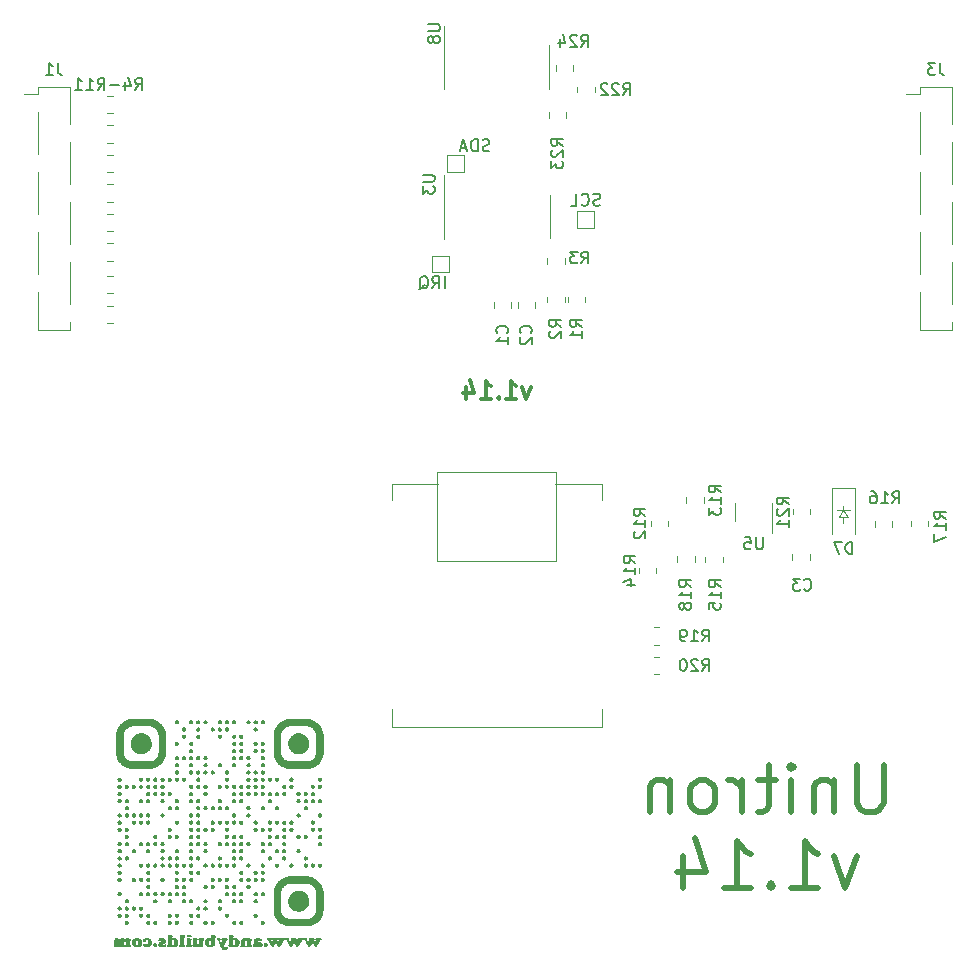
<source format=gbr>
G04 #@! TF.GenerationSoftware,KiCad,Pcbnew,(6.0.4-0)*
G04 #@! TF.CreationDate,2022-05-12T23:56:54-04:00*
G04 #@! TF.ProjectId,unitron,756e6974-726f-46e2-9e6b-696361645f70,1.14*
G04 #@! TF.SameCoordinates,Original*
G04 #@! TF.FileFunction,Legend,Bot*
G04 #@! TF.FilePolarity,Positive*
%FSLAX46Y46*%
G04 Gerber Fmt 4.6, Leading zero omitted, Abs format (unit mm)*
G04 Created by KiCad (PCBNEW (6.0.4-0)) date 2022-05-12 23:56:54*
%MOMM*%
%LPD*%
G01*
G04 APERTURE LIST*
%ADD10C,0.150000*%
%ADD11C,0.500000*%
%ADD12C,0.300000*%
%ADD13C,0.120000*%
%ADD14C,0.100000*%
G04 APERTURE END LIST*
D10*
X99823809Y-48052380D02*
X99823809Y-47052380D01*
X98776190Y-48052380D02*
X99109523Y-47576190D01*
X99347619Y-48052380D02*
X99347619Y-47052380D01*
X98966666Y-47052380D01*
X98871428Y-47100000D01*
X98823809Y-47147619D01*
X98776190Y-47242857D01*
X98776190Y-47385714D01*
X98823809Y-47480952D01*
X98871428Y-47528571D01*
X98966666Y-47576190D01*
X99347619Y-47576190D01*
X97680952Y-48147619D02*
X97776190Y-48100000D01*
X97871428Y-48004761D01*
X98014285Y-47861904D01*
X98109523Y-47814285D01*
X98204761Y-47814285D01*
X98157142Y-48052380D02*
X98252380Y-48004761D01*
X98347619Y-47909523D01*
X98395238Y-47719047D01*
X98395238Y-47385714D01*
X98347619Y-47195238D01*
X98252380Y-47100000D01*
X98157142Y-47052380D01*
X97966666Y-47052380D01*
X97871428Y-47100000D01*
X97776190Y-47195238D01*
X97728571Y-47385714D01*
X97728571Y-47719047D01*
X97776190Y-47909523D01*
X97871428Y-48004761D01*
X97966666Y-48052380D01*
X98157142Y-48052380D01*
X73638095Y-31252380D02*
X73971428Y-30776190D01*
X74209523Y-31252380D02*
X74209523Y-30252380D01*
X73828571Y-30252380D01*
X73733333Y-30300000D01*
X73685714Y-30347619D01*
X73638095Y-30442857D01*
X73638095Y-30585714D01*
X73685714Y-30680952D01*
X73733333Y-30728571D01*
X73828571Y-30776190D01*
X74209523Y-30776190D01*
X72780952Y-30585714D02*
X72780952Y-31252380D01*
X73019047Y-30204761D02*
X73257142Y-30919047D01*
X72638095Y-30919047D01*
X72257142Y-30871428D02*
X71495238Y-30871428D01*
X70447619Y-31252380D02*
X70780952Y-30776190D01*
X71019047Y-31252380D02*
X71019047Y-30252380D01*
X70638095Y-30252380D01*
X70542857Y-30300000D01*
X70495238Y-30347619D01*
X70447619Y-30442857D01*
X70447619Y-30585714D01*
X70495238Y-30680952D01*
X70542857Y-30728571D01*
X70638095Y-30776190D01*
X71019047Y-30776190D01*
X69495238Y-31252380D02*
X70066666Y-31252380D01*
X69780952Y-31252380D02*
X69780952Y-30252380D01*
X69876190Y-30395238D01*
X69971428Y-30490476D01*
X70066666Y-30538095D01*
X68542857Y-31252380D02*
X69114285Y-31252380D01*
X68828571Y-31252380D02*
X68828571Y-30252380D01*
X68923809Y-30395238D01*
X69019047Y-30490476D01*
X69114285Y-30538095D01*
D11*
X137004761Y-88389523D02*
X137004761Y-91627619D01*
X136814285Y-92008571D01*
X136623809Y-92199047D01*
X136242857Y-92389523D01*
X135480952Y-92389523D01*
X135100000Y-92199047D01*
X134909523Y-92008571D01*
X134719047Y-91627619D01*
X134719047Y-88389523D01*
X132814285Y-89722857D02*
X132814285Y-92389523D01*
X132814285Y-90103809D02*
X132623809Y-89913333D01*
X132242857Y-89722857D01*
X131671428Y-89722857D01*
X131290476Y-89913333D01*
X131100000Y-90294285D01*
X131100000Y-92389523D01*
X129195238Y-92389523D02*
X129195238Y-89722857D01*
X129195238Y-88389523D02*
X129385714Y-88580000D01*
X129195238Y-88770476D01*
X129004761Y-88580000D01*
X129195238Y-88389523D01*
X129195238Y-88770476D01*
X127861904Y-89722857D02*
X126338095Y-89722857D01*
X127290476Y-88389523D02*
X127290476Y-91818095D01*
X127100000Y-92199047D01*
X126719047Y-92389523D01*
X126338095Y-92389523D01*
X125004761Y-92389523D02*
X125004761Y-89722857D01*
X125004761Y-90484761D02*
X124814285Y-90103809D01*
X124623809Y-89913333D01*
X124242857Y-89722857D01*
X123861904Y-89722857D01*
X121957142Y-92389523D02*
X122338095Y-92199047D01*
X122528571Y-92008571D01*
X122719047Y-91627619D01*
X122719047Y-90484761D01*
X122528571Y-90103809D01*
X122338095Y-89913333D01*
X121957142Y-89722857D01*
X121385714Y-89722857D01*
X121004761Y-89913333D01*
X120814285Y-90103809D01*
X120623809Y-90484761D01*
X120623809Y-91627619D01*
X120814285Y-92008571D01*
X121004761Y-92199047D01*
X121385714Y-92389523D01*
X121957142Y-92389523D01*
X118909523Y-89722857D02*
X118909523Y-92389523D01*
X118909523Y-90103809D02*
X118719047Y-89913333D01*
X118338095Y-89722857D01*
X117766666Y-89722857D01*
X117385714Y-89913333D01*
X117195238Y-90294285D01*
X117195238Y-92389523D01*
X134719047Y-96162857D02*
X133766666Y-98829523D01*
X132814285Y-96162857D01*
X129195238Y-98829523D02*
X131480952Y-98829523D01*
X130338095Y-98829523D02*
X130338095Y-94829523D01*
X130719047Y-95400952D01*
X131100000Y-95781904D01*
X131480952Y-95972380D01*
X127480952Y-98448571D02*
X127290476Y-98639047D01*
X127480952Y-98829523D01*
X127671428Y-98639047D01*
X127480952Y-98448571D01*
X127480952Y-98829523D01*
X123480952Y-98829523D02*
X125766666Y-98829523D01*
X124623809Y-98829523D02*
X124623809Y-94829523D01*
X125004761Y-95400952D01*
X125385714Y-95781904D01*
X125766666Y-95972380D01*
X120052380Y-96162857D02*
X120052380Y-98829523D01*
X121004761Y-94639047D02*
X121957142Y-97496190D01*
X119480952Y-97496190D01*
D12*
X107107149Y-56428572D02*
X106750007Y-57428572D01*
X106392864Y-56428572D01*
X105035721Y-57428572D02*
X105892864Y-57428572D01*
X105464292Y-57428572D02*
X105464292Y-55928572D01*
X105607149Y-56142858D01*
X105750007Y-56285715D01*
X105892864Y-56357143D01*
X104392864Y-57285715D02*
X104321435Y-57357143D01*
X104392864Y-57428572D01*
X104464292Y-57357143D01*
X104392864Y-57285715D01*
X104392864Y-57428572D01*
X102892864Y-57428572D02*
X103750007Y-57428572D01*
X103321435Y-57428572D02*
X103321435Y-55928572D01*
X103464292Y-56142858D01*
X103607149Y-56285715D01*
X103750007Y-56357143D01*
X101607149Y-56428572D02*
X101607149Y-57428572D01*
X101964292Y-55857143D02*
X102321435Y-56928572D01*
X101392864Y-56928572D01*
D10*
X112990476Y-41004761D02*
X112847619Y-41052380D01*
X112609523Y-41052380D01*
X112514285Y-41004761D01*
X112466666Y-40957142D01*
X112419047Y-40861904D01*
X112419047Y-40766666D01*
X112466666Y-40671428D01*
X112514285Y-40623809D01*
X112609523Y-40576190D01*
X112800000Y-40528571D01*
X112895238Y-40480952D01*
X112942857Y-40433333D01*
X112990476Y-40338095D01*
X112990476Y-40242857D01*
X112942857Y-40147619D01*
X112895238Y-40100000D01*
X112800000Y-40052380D01*
X112561904Y-40052380D01*
X112419047Y-40100000D01*
X111419047Y-40957142D02*
X111466666Y-41004761D01*
X111609523Y-41052380D01*
X111704761Y-41052380D01*
X111847619Y-41004761D01*
X111942857Y-40909523D01*
X111990476Y-40814285D01*
X112038095Y-40623809D01*
X112038095Y-40480952D01*
X111990476Y-40290476D01*
X111942857Y-40195238D01*
X111847619Y-40100000D01*
X111704761Y-40052380D01*
X111609523Y-40052380D01*
X111466666Y-40100000D01*
X111419047Y-40147619D01*
X110514285Y-41052380D02*
X110990476Y-41052380D01*
X110990476Y-40052380D01*
X103614285Y-36404761D02*
X103471428Y-36452380D01*
X103233333Y-36452380D01*
X103138095Y-36404761D01*
X103090476Y-36357142D01*
X103042857Y-36261904D01*
X103042857Y-36166666D01*
X103090476Y-36071428D01*
X103138095Y-36023809D01*
X103233333Y-35976190D01*
X103423809Y-35928571D01*
X103519047Y-35880952D01*
X103566666Y-35833333D01*
X103614285Y-35738095D01*
X103614285Y-35642857D01*
X103566666Y-35547619D01*
X103519047Y-35500000D01*
X103423809Y-35452380D01*
X103185714Y-35452380D01*
X103042857Y-35500000D01*
X102614285Y-36452380D02*
X102614285Y-35452380D01*
X102376190Y-35452380D01*
X102233333Y-35500000D01*
X102138095Y-35595238D01*
X102090476Y-35690476D01*
X102042857Y-35880952D01*
X102042857Y-36023809D01*
X102090476Y-36214285D01*
X102138095Y-36309523D01*
X102233333Y-36404761D01*
X102376190Y-36452380D01*
X102614285Y-36452380D01*
X101661904Y-36166666D02*
X101185714Y-36166666D01*
X101757142Y-36452380D02*
X101423809Y-35452380D01*
X101090476Y-36452380D01*
X111452380Y-51333333D02*
X110976190Y-51000000D01*
X111452380Y-50761904D02*
X110452380Y-50761904D01*
X110452380Y-51142857D01*
X110500000Y-51238095D01*
X110547619Y-51285714D01*
X110642857Y-51333333D01*
X110785714Y-51333333D01*
X110880952Y-51285714D01*
X110928571Y-51238095D01*
X110976190Y-51142857D01*
X110976190Y-50761904D01*
X111452380Y-52285714D02*
X111452380Y-51714285D01*
X111452380Y-52000000D02*
X110452380Y-52000000D01*
X110595238Y-51904761D01*
X110690476Y-51809523D01*
X110738095Y-51714285D01*
X111416666Y-45952380D02*
X111750000Y-45476190D01*
X111988095Y-45952380D02*
X111988095Y-44952380D01*
X111607142Y-44952380D01*
X111511904Y-45000000D01*
X111464285Y-45047619D01*
X111416666Y-45142857D01*
X111416666Y-45285714D01*
X111464285Y-45380952D01*
X111511904Y-45428571D01*
X111607142Y-45476190D01*
X111988095Y-45476190D01*
X111083333Y-44952380D02*
X110464285Y-44952380D01*
X110797619Y-45333333D01*
X110654761Y-45333333D01*
X110559523Y-45380952D01*
X110511904Y-45428571D01*
X110464285Y-45523809D01*
X110464285Y-45761904D01*
X110511904Y-45857142D01*
X110559523Y-45904761D01*
X110654761Y-45952380D01*
X110940476Y-45952380D01*
X111035714Y-45904761D01*
X111083333Y-45857142D01*
X109702380Y-51333333D02*
X109226190Y-51000000D01*
X109702380Y-50761904D02*
X108702380Y-50761904D01*
X108702380Y-51142857D01*
X108750000Y-51238095D01*
X108797619Y-51285714D01*
X108892857Y-51333333D01*
X109035714Y-51333333D01*
X109130952Y-51285714D01*
X109178571Y-51238095D01*
X109226190Y-51142857D01*
X109226190Y-50761904D01*
X108797619Y-51714285D02*
X108750000Y-51761904D01*
X108702380Y-51857142D01*
X108702380Y-52095238D01*
X108750000Y-52190476D01*
X108797619Y-52238095D01*
X108892857Y-52285714D01*
X108988095Y-52285714D01*
X109130952Y-52238095D01*
X109702380Y-51666666D01*
X109702380Y-52285714D01*
X111392857Y-27602380D02*
X111726190Y-27126190D01*
X111964285Y-27602380D02*
X111964285Y-26602380D01*
X111583333Y-26602380D01*
X111488095Y-26650000D01*
X111440476Y-26697619D01*
X111392857Y-26792857D01*
X111392857Y-26935714D01*
X111440476Y-27030952D01*
X111488095Y-27078571D01*
X111583333Y-27126190D01*
X111964285Y-27126190D01*
X111011904Y-26697619D02*
X110964285Y-26650000D01*
X110869047Y-26602380D01*
X110630952Y-26602380D01*
X110535714Y-26650000D01*
X110488095Y-26697619D01*
X110440476Y-26792857D01*
X110440476Y-26888095D01*
X110488095Y-27030952D01*
X111059523Y-27602380D01*
X110440476Y-27602380D01*
X109583333Y-26935714D02*
X109583333Y-27602380D01*
X109821428Y-26554761D02*
X110059523Y-27269047D01*
X109440476Y-27269047D01*
X109852380Y-35980642D02*
X109376190Y-35647309D01*
X109852380Y-35409214D02*
X108852380Y-35409214D01*
X108852380Y-35790166D01*
X108900000Y-35885404D01*
X108947619Y-35933023D01*
X109042857Y-35980642D01*
X109185714Y-35980642D01*
X109280952Y-35933023D01*
X109328571Y-35885404D01*
X109376190Y-35790166D01*
X109376190Y-35409214D01*
X108947619Y-36361595D02*
X108900000Y-36409214D01*
X108852380Y-36504452D01*
X108852380Y-36742547D01*
X108900000Y-36837785D01*
X108947619Y-36885404D01*
X109042857Y-36933023D01*
X109138095Y-36933023D01*
X109280952Y-36885404D01*
X109852380Y-36313976D01*
X109852380Y-36933023D01*
X108852380Y-37266357D02*
X108852380Y-37885404D01*
X109233333Y-37552071D01*
X109233333Y-37694928D01*
X109280952Y-37790166D01*
X109328571Y-37837785D01*
X109423809Y-37885404D01*
X109661904Y-37885404D01*
X109757142Y-37837785D01*
X109804761Y-37790166D01*
X109852380Y-37694928D01*
X109852380Y-37409214D01*
X109804761Y-37313976D01*
X109757142Y-37266357D01*
X97977780Y-38462695D02*
X98787304Y-38462695D01*
X98882542Y-38510314D01*
X98930161Y-38557933D01*
X98977780Y-38653171D01*
X98977780Y-38843647D01*
X98930161Y-38938885D01*
X98882542Y-38986504D01*
X98787304Y-39034123D01*
X97977780Y-39034123D01*
X97977780Y-39415076D02*
X97977780Y-40034123D01*
X98358733Y-39700790D01*
X98358733Y-39843647D01*
X98406352Y-39938885D01*
X98453971Y-39986504D01*
X98549209Y-40034123D01*
X98787304Y-40034123D01*
X98882542Y-39986504D01*
X98930161Y-39938885D01*
X98977780Y-39843647D01*
X98977780Y-39557933D01*
X98930161Y-39462695D01*
X98882542Y-39415076D01*
X114942857Y-31702380D02*
X115276190Y-31226190D01*
X115514285Y-31702380D02*
X115514285Y-30702380D01*
X115133333Y-30702380D01*
X115038095Y-30750000D01*
X114990476Y-30797619D01*
X114942857Y-30892857D01*
X114942857Y-31035714D01*
X114990476Y-31130952D01*
X115038095Y-31178571D01*
X115133333Y-31226190D01*
X115514285Y-31226190D01*
X114561904Y-30797619D02*
X114514285Y-30750000D01*
X114419047Y-30702380D01*
X114180952Y-30702380D01*
X114085714Y-30750000D01*
X114038095Y-30797619D01*
X113990476Y-30892857D01*
X113990476Y-30988095D01*
X114038095Y-31130952D01*
X114609523Y-31702380D01*
X113990476Y-31702380D01*
X113609523Y-30797619D02*
X113561904Y-30750000D01*
X113466666Y-30702380D01*
X113228571Y-30702380D01*
X113133333Y-30750000D01*
X113085714Y-30797619D01*
X113038095Y-30892857D01*
X113038095Y-30988095D01*
X113085714Y-31130952D01*
X113657142Y-31702380D01*
X113038095Y-31702380D01*
X115977780Y-71331742D02*
X115501590Y-70998409D01*
X115977780Y-70760314D02*
X114977780Y-70760314D01*
X114977780Y-71141266D01*
X115025400Y-71236504D01*
X115073019Y-71284123D01*
X115168257Y-71331742D01*
X115311114Y-71331742D01*
X115406352Y-71284123D01*
X115453971Y-71236504D01*
X115501590Y-71141266D01*
X115501590Y-70760314D01*
X115977780Y-72284123D02*
X115977780Y-71712695D01*
X115977780Y-71998409D02*
X114977780Y-71998409D01*
X115120638Y-71903171D01*
X115215876Y-71807933D01*
X115263495Y-71712695D01*
X115311114Y-73141266D02*
X115977780Y-73141266D01*
X114930161Y-72903171D02*
X115644447Y-72665076D01*
X115644447Y-73284123D01*
X121642857Y-80452380D02*
X121976190Y-79976190D01*
X122214285Y-80452380D02*
X122214285Y-79452380D01*
X121833333Y-79452380D01*
X121738095Y-79500000D01*
X121690476Y-79547619D01*
X121642857Y-79642857D01*
X121642857Y-79785714D01*
X121690476Y-79880952D01*
X121738095Y-79928571D01*
X121833333Y-79976190D01*
X122214285Y-79976190D01*
X121261904Y-79547619D02*
X121214285Y-79500000D01*
X121119047Y-79452380D01*
X120880952Y-79452380D01*
X120785714Y-79500000D01*
X120738095Y-79547619D01*
X120690476Y-79642857D01*
X120690476Y-79738095D01*
X120738095Y-79880952D01*
X121309523Y-80452380D01*
X120690476Y-80452380D01*
X120071428Y-79452380D02*
X119976190Y-79452380D01*
X119880952Y-79500000D01*
X119833333Y-79547619D01*
X119785714Y-79642857D01*
X119738095Y-79833333D01*
X119738095Y-80071428D01*
X119785714Y-80261904D01*
X119833333Y-80357142D01*
X119880952Y-80404761D01*
X119976190Y-80452380D01*
X120071428Y-80452380D01*
X120166666Y-80404761D01*
X120214285Y-80357142D01*
X120261904Y-80261904D01*
X120309523Y-80071428D01*
X120309523Y-79833333D01*
X120261904Y-79642857D01*
X120214285Y-79547619D01*
X120166666Y-79500000D01*
X120071428Y-79452380D01*
X107107142Y-51833333D02*
X107154761Y-51785714D01*
X107202380Y-51642857D01*
X107202380Y-51547619D01*
X107154761Y-51404761D01*
X107059523Y-51309523D01*
X106964285Y-51261904D01*
X106773809Y-51214285D01*
X106630952Y-51214285D01*
X106440476Y-51261904D01*
X106345238Y-51309523D01*
X106250000Y-51404761D01*
X106202380Y-51547619D01*
X106202380Y-51642857D01*
X106250000Y-51785714D01*
X106297619Y-51833333D01*
X106297619Y-52214285D02*
X106250000Y-52261904D01*
X106202380Y-52357142D01*
X106202380Y-52595238D01*
X106250000Y-52690476D01*
X106297619Y-52738095D01*
X106392857Y-52785714D01*
X106488095Y-52785714D01*
X106630952Y-52738095D01*
X107202380Y-52166666D01*
X107202380Y-52785714D01*
X105107142Y-51833333D02*
X105154761Y-51785714D01*
X105202380Y-51642857D01*
X105202380Y-51547619D01*
X105154761Y-51404761D01*
X105059523Y-51309523D01*
X104964285Y-51261904D01*
X104773809Y-51214285D01*
X104630952Y-51214285D01*
X104440476Y-51261904D01*
X104345238Y-51309523D01*
X104250000Y-51404761D01*
X104202380Y-51547619D01*
X104202380Y-51642857D01*
X104250000Y-51785714D01*
X104297619Y-51833333D01*
X105202380Y-52785714D02*
X105202380Y-52214285D01*
X105202380Y-52500000D02*
X104202380Y-52500000D01*
X104345238Y-52404761D01*
X104440476Y-52309523D01*
X104488095Y-52214285D01*
X142277780Y-67558806D02*
X141801590Y-67225473D01*
X142277780Y-66987378D02*
X141277780Y-66987378D01*
X141277780Y-67368330D01*
X141325400Y-67463568D01*
X141373019Y-67511187D01*
X141468257Y-67558806D01*
X141611114Y-67558806D01*
X141706352Y-67511187D01*
X141753971Y-67463568D01*
X141801590Y-67368330D01*
X141801590Y-66987378D01*
X142277780Y-68511187D02*
X142277780Y-67939759D01*
X142277780Y-68225473D02*
X141277780Y-68225473D01*
X141420638Y-68130235D01*
X141515876Y-68034997D01*
X141563495Y-67939759D01*
X141277780Y-68844521D02*
X141277780Y-69511187D01*
X142277780Y-69082616D01*
X128952380Y-66357142D02*
X128476190Y-66023809D01*
X128952380Y-65785714D02*
X127952380Y-65785714D01*
X127952380Y-66166666D01*
X128000000Y-66261904D01*
X128047619Y-66309523D01*
X128142857Y-66357142D01*
X128285714Y-66357142D01*
X128380952Y-66309523D01*
X128428571Y-66261904D01*
X128476190Y-66166666D01*
X128476190Y-65785714D01*
X128047619Y-66738095D02*
X128000000Y-66785714D01*
X127952380Y-66880952D01*
X127952380Y-67119047D01*
X128000000Y-67214285D01*
X128047619Y-67261904D01*
X128142857Y-67309523D01*
X128238095Y-67309523D01*
X128380952Y-67261904D01*
X128952380Y-66690476D01*
X128952380Y-67309523D01*
X128952380Y-68261904D02*
X128952380Y-67690476D01*
X128952380Y-67976190D02*
X127952380Y-67976190D01*
X128095238Y-67880952D01*
X128190476Y-67785714D01*
X128238095Y-67690476D01*
X120702380Y-73357142D02*
X120226190Y-73023809D01*
X120702380Y-72785714D02*
X119702380Y-72785714D01*
X119702380Y-73166666D01*
X119750000Y-73261904D01*
X119797619Y-73309523D01*
X119892857Y-73357142D01*
X120035714Y-73357142D01*
X120130952Y-73309523D01*
X120178571Y-73261904D01*
X120226190Y-73166666D01*
X120226190Y-72785714D01*
X120702380Y-74309523D02*
X120702380Y-73738095D01*
X120702380Y-74023809D02*
X119702380Y-74023809D01*
X119845238Y-73928571D01*
X119940476Y-73833333D01*
X119988095Y-73738095D01*
X120130952Y-74880952D02*
X120083333Y-74785714D01*
X120035714Y-74738095D01*
X119940476Y-74690476D01*
X119892857Y-74690476D01*
X119797619Y-74738095D01*
X119750000Y-74785714D01*
X119702380Y-74880952D01*
X119702380Y-75071428D01*
X119750000Y-75166666D01*
X119797619Y-75214285D01*
X119892857Y-75261904D01*
X119940476Y-75261904D01*
X120035714Y-75214285D01*
X120083333Y-75166666D01*
X120130952Y-75071428D01*
X120130952Y-74880952D01*
X120178571Y-74785714D01*
X120226190Y-74738095D01*
X120321428Y-74690476D01*
X120511904Y-74690476D01*
X120607142Y-74738095D01*
X120654761Y-74785714D01*
X120702380Y-74880952D01*
X120702380Y-75071428D01*
X120654761Y-75166666D01*
X120607142Y-75214285D01*
X120511904Y-75261904D01*
X120321428Y-75261904D01*
X120226190Y-75214285D01*
X120178571Y-75166666D01*
X120130952Y-75071428D01*
X126761904Y-69152380D02*
X126761904Y-69961904D01*
X126714285Y-70057142D01*
X126666666Y-70104761D01*
X126571428Y-70152380D01*
X126380952Y-70152380D01*
X126285714Y-70104761D01*
X126238095Y-70057142D01*
X126190476Y-69961904D01*
X126190476Y-69152380D01*
X125238095Y-69152380D02*
X125714285Y-69152380D01*
X125761904Y-69628571D01*
X125714285Y-69580952D01*
X125619047Y-69533333D01*
X125380952Y-69533333D01*
X125285714Y-69580952D01*
X125238095Y-69628571D01*
X125190476Y-69723809D01*
X125190476Y-69961904D01*
X125238095Y-70057142D01*
X125285714Y-70104761D01*
X125380952Y-70152380D01*
X125619047Y-70152380D01*
X125714285Y-70104761D01*
X125761904Y-70057142D01*
X137742857Y-66252380D02*
X138076190Y-65776190D01*
X138314285Y-66252380D02*
X138314285Y-65252380D01*
X137933333Y-65252380D01*
X137838095Y-65300000D01*
X137790476Y-65347619D01*
X137742857Y-65442857D01*
X137742857Y-65585714D01*
X137790476Y-65680952D01*
X137838095Y-65728571D01*
X137933333Y-65776190D01*
X138314285Y-65776190D01*
X136790476Y-66252380D02*
X137361904Y-66252380D01*
X137076190Y-66252380D02*
X137076190Y-65252380D01*
X137171428Y-65395238D01*
X137266666Y-65490476D01*
X137361904Y-65538095D01*
X135933333Y-65252380D02*
X136123809Y-65252380D01*
X136219047Y-65300000D01*
X136266666Y-65347619D01*
X136361904Y-65490476D01*
X136409523Y-65680952D01*
X136409523Y-66061904D01*
X136361904Y-66157142D01*
X136314285Y-66204761D01*
X136219047Y-66252380D01*
X136028571Y-66252380D01*
X135933333Y-66204761D01*
X135885714Y-66157142D01*
X135838095Y-66061904D01*
X135838095Y-65823809D01*
X135885714Y-65728571D01*
X135933333Y-65680952D01*
X136028571Y-65633333D01*
X136219047Y-65633333D01*
X136314285Y-65680952D01*
X136361904Y-65728571D01*
X136409523Y-65823809D01*
X141760533Y-28988553D02*
X141760533Y-29702839D01*
X141808152Y-29845696D01*
X141903390Y-29940934D01*
X142046247Y-29988553D01*
X142141485Y-29988553D01*
X141379580Y-28988553D02*
X140760533Y-28988553D01*
X141093866Y-29369506D01*
X140951009Y-29369506D01*
X140855771Y-29417125D01*
X140808152Y-29464744D01*
X140760533Y-29559982D01*
X140760533Y-29798077D01*
X140808152Y-29893315D01*
X140855771Y-29940934D01*
X140951009Y-29988553D01*
X141236723Y-29988553D01*
X141331961Y-29940934D01*
X141379580Y-29893315D01*
X134338095Y-70552380D02*
X134338095Y-69552380D01*
X134100000Y-69552380D01*
X133957142Y-69600000D01*
X133861904Y-69695238D01*
X133814285Y-69790476D01*
X133766666Y-69980952D01*
X133766666Y-70123809D01*
X133814285Y-70314285D01*
X133861904Y-70409523D01*
X133957142Y-70504761D01*
X134100000Y-70552380D01*
X134338095Y-70552380D01*
X133433333Y-69552380D02*
X132766666Y-69552380D01*
X133195238Y-70552380D01*
X98427780Y-25712695D02*
X99237304Y-25712695D01*
X99332542Y-25760314D01*
X99380161Y-25807933D01*
X99427780Y-25903171D01*
X99427780Y-26093647D01*
X99380161Y-26188885D01*
X99332542Y-26236504D01*
X99237304Y-26284123D01*
X98427780Y-26284123D01*
X98856352Y-26903171D02*
X98808733Y-26807933D01*
X98761114Y-26760314D01*
X98665876Y-26712695D01*
X98618257Y-26712695D01*
X98523019Y-26760314D01*
X98475400Y-26807933D01*
X98427780Y-26903171D01*
X98427780Y-27093647D01*
X98475400Y-27188885D01*
X98523019Y-27236504D01*
X98618257Y-27284123D01*
X98665876Y-27284123D01*
X98761114Y-27236504D01*
X98808733Y-27188885D01*
X98856352Y-27093647D01*
X98856352Y-26903171D01*
X98903971Y-26807933D01*
X98951590Y-26760314D01*
X99046828Y-26712695D01*
X99237304Y-26712695D01*
X99332542Y-26760314D01*
X99380161Y-26807933D01*
X99427780Y-26903171D01*
X99427780Y-27093647D01*
X99380161Y-27188885D01*
X99332542Y-27236504D01*
X99237304Y-27284123D01*
X99046828Y-27284123D01*
X98951590Y-27236504D01*
X98903971Y-27188885D01*
X98856352Y-27093647D01*
X116827780Y-67331742D02*
X116351590Y-66998409D01*
X116827780Y-66760314D02*
X115827780Y-66760314D01*
X115827780Y-67141266D01*
X115875400Y-67236504D01*
X115923019Y-67284123D01*
X116018257Y-67331742D01*
X116161114Y-67331742D01*
X116256352Y-67284123D01*
X116303971Y-67236504D01*
X116351590Y-67141266D01*
X116351590Y-66760314D01*
X116827780Y-68284123D02*
X116827780Y-67712695D01*
X116827780Y-67998409D02*
X115827780Y-67998409D01*
X115970638Y-67903171D01*
X116065876Y-67807933D01*
X116113495Y-67712695D01*
X115923019Y-68665076D02*
X115875400Y-68712695D01*
X115827780Y-68807933D01*
X115827780Y-69046028D01*
X115875400Y-69141266D01*
X115923019Y-69188885D01*
X116018257Y-69236504D01*
X116113495Y-69236504D01*
X116256352Y-69188885D01*
X116827780Y-68617457D01*
X116827780Y-69236504D01*
X123202380Y-73357142D02*
X122726190Y-73023809D01*
X123202380Y-72785714D02*
X122202380Y-72785714D01*
X122202380Y-73166666D01*
X122250000Y-73261904D01*
X122297619Y-73309523D01*
X122392857Y-73357142D01*
X122535714Y-73357142D01*
X122630952Y-73309523D01*
X122678571Y-73261904D01*
X122726190Y-73166666D01*
X122726190Y-72785714D01*
X123202380Y-74309523D02*
X123202380Y-73738095D01*
X123202380Y-74023809D02*
X122202380Y-74023809D01*
X122345238Y-73928571D01*
X122440476Y-73833333D01*
X122488095Y-73738095D01*
X122202380Y-75214285D02*
X122202380Y-74738095D01*
X122678571Y-74690476D01*
X122630952Y-74738095D01*
X122583333Y-74833333D01*
X122583333Y-75071428D01*
X122630952Y-75166666D01*
X122678571Y-75214285D01*
X122773809Y-75261904D01*
X123011904Y-75261904D01*
X123107142Y-75214285D01*
X123154761Y-75166666D01*
X123202380Y-75071428D01*
X123202380Y-74833333D01*
X123154761Y-74738095D01*
X123107142Y-74690476D01*
X67084533Y-28988553D02*
X67084533Y-29702839D01*
X67132152Y-29845696D01*
X67227390Y-29940934D01*
X67370247Y-29988553D01*
X67465485Y-29988553D01*
X66084533Y-29988553D02*
X66655961Y-29988553D01*
X66370247Y-29988553D02*
X66370247Y-28988553D01*
X66465485Y-29131411D01*
X66560723Y-29226649D01*
X66655961Y-29274268D01*
X121642857Y-77952380D02*
X121976190Y-77476190D01*
X122214285Y-77952380D02*
X122214285Y-76952380D01*
X121833333Y-76952380D01*
X121738095Y-77000000D01*
X121690476Y-77047619D01*
X121642857Y-77142857D01*
X121642857Y-77285714D01*
X121690476Y-77380952D01*
X121738095Y-77428571D01*
X121833333Y-77476190D01*
X122214285Y-77476190D01*
X120690476Y-77952380D02*
X121261904Y-77952380D01*
X120976190Y-77952380D02*
X120976190Y-76952380D01*
X121071428Y-77095238D01*
X121166666Y-77190476D01*
X121261904Y-77238095D01*
X120214285Y-77952380D02*
X120023809Y-77952380D01*
X119928571Y-77904761D01*
X119880952Y-77857142D01*
X119785714Y-77714285D01*
X119738095Y-77523809D01*
X119738095Y-77142857D01*
X119785714Y-77047619D01*
X119833333Y-77000000D01*
X119928571Y-76952380D01*
X120119047Y-76952380D01*
X120214285Y-77000000D01*
X120261904Y-77047619D01*
X120309523Y-77142857D01*
X120309523Y-77380952D01*
X120261904Y-77476190D01*
X120214285Y-77523809D01*
X120119047Y-77571428D01*
X119928571Y-77571428D01*
X119833333Y-77523809D01*
X119785714Y-77476190D01*
X119738095Y-77380952D01*
X123202380Y-65331742D02*
X122726190Y-64998409D01*
X123202380Y-64760314D02*
X122202380Y-64760314D01*
X122202380Y-65141266D01*
X122250000Y-65236504D01*
X122297619Y-65284123D01*
X122392857Y-65331742D01*
X122535714Y-65331742D01*
X122630952Y-65284123D01*
X122678571Y-65236504D01*
X122726190Y-65141266D01*
X122726190Y-64760314D01*
X123202380Y-66284123D02*
X123202380Y-65712695D01*
X123202380Y-65998409D02*
X122202380Y-65998409D01*
X122345238Y-65903171D01*
X122440476Y-65807933D01*
X122488095Y-65712695D01*
X122202380Y-66617457D02*
X122202380Y-67236504D01*
X122583333Y-66903171D01*
X122583333Y-67046028D01*
X122630952Y-67141266D01*
X122678571Y-67188885D01*
X122773809Y-67236504D01*
X123011904Y-67236504D01*
X123107142Y-67188885D01*
X123154761Y-67141266D01*
X123202380Y-67046028D01*
X123202380Y-66760314D01*
X123154761Y-66665076D01*
X123107142Y-66617457D01*
X130266666Y-73557142D02*
X130314285Y-73604761D01*
X130457142Y-73652380D01*
X130552380Y-73652380D01*
X130695238Y-73604761D01*
X130790476Y-73509523D01*
X130838095Y-73414285D01*
X130885714Y-73223809D01*
X130885714Y-73080952D01*
X130838095Y-72890476D01*
X130790476Y-72795238D01*
X130695238Y-72700000D01*
X130552380Y-72652380D01*
X130457142Y-72652380D01*
X130314285Y-72700000D01*
X130266666Y-72747619D01*
X129933333Y-72652380D02*
X129314285Y-72652380D01*
X129647619Y-73033333D01*
X129504761Y-73033333D01*
X129409523Y-73080952D01*
X129361904Y-73128571D01*
X129314285Y-73223809D01*
X129314285Y-73461904D01*
X129361904Y-73557142D01*
X129409523Y-73604761D01*
X129504761Y-73652380D01*
X129790476Y-73652380D01*
X129885714Y-73604761D01*
X129933333Y-73557142D01*
D13*
X110265000Y-48772936D02*
X110265000Y-49227064D01*
X111735000Y-48772936D02*
X111735000Y-49227064D01*
X109985000Y-45522936D02*
X109985000Y-45977064D01*
X108515000Y-45522936D02*
X108515000Y-45977064D01*
X108515000Y-48772936D02*
X108515000Y-49227064D01*
X109985000Y-48772936D02*
X109985000Y-49227064D01*
X109265000Y-29172936D02*
X109265000Y-29627064D01*
X110735000Y-29172936D02*
X110735000Y-29627064D01*
X108665000Y-33172936D02*
X108665000Y-33627064D01*
X110135000Y-33172936D02*
X110135000Y-33627064D01*
X99779300Y-38460163D02*
X99779300Y-43843763D01*
X108729300Y-40130863D02*
X108729300Y-43839463D01*
X111065000Y-31022936D02*
X111065000Y-31477064D01*
X112535000Y-31022936D02*
X112535000Y-31477064D01*
X117760400Y-72201664D02*
X117760400Y-71747536D01*
X116290400Y-72201664D02*
X116290400Y-71747536D01*
X117522936Y-80735000D02*
X117977064Y-80735000D01*
X117522936Y-79265000D02*
X117977064Y-79265000D01*
X71272936Y-33235000D02*
X71727064Y-33235000D01*
X71272936Y-31765000D02*
X71727064Y-31765000D01*
X71272936Y-45735000D02*
X71727064Y-45735000D01*
X71272936Y-44265000D02*
X71727064Y-44265000D01*
X106015000Y-49238748D02*
X106015000Y-49761252D01*
X107485000Y-49238748D02*
X107485000Y-49761252D01*
X71272936Y-40735000D02*
X71727064Y-40735000D01*
X71272936Y-39265000D02*
X71727064Y-39265000D01*
X104015000Y-49761252D02*
X104015000Y-49238748D01*
X105485000Y-49761252D02*
X105485000Y-49238748D01*
X140760400Y-67747536D02*
X140760400Y-68201664D01*
X139290400Y-67747536D02*
X139290400Y-68201664D01*
X111050000Y-41550000D02*
X111050000Y-42950000D01*
X112450000Y-42950000D02*
X112450000Y-41550000D01*
X111050000Y-42950000D02*
X112450000Y-42950000D01*
X112450000Y-41550000D02*
X111050000Y-41550000D01*
X129290400Y-67201664D02*
X129290400Y-66747536D01*
X130760400Y-67201664D02*
X130760400Y-66747536D01*
G36*
X79017483Y-93724115D02*
G01*
X79049856Y-93735301D01*
X79079379Y-93752153D01*
X79105285Y-93774017D01*
X79126805Y-93800236D01*
X79143173Y-93830155D01*
X79153618Y-93863120D01*
X79157375Y-93898474D01*
X79156666Y-93915511D01*
X79150009Y-93951056D01*
X79136865Y-93984130D01*
X79117866Y-94013849D01*
X79093642Y-94039328D01*
X79064826Y-94059681D01*
X79032050Y-94074025D01*
X79026938Y-94075516D01*
X79001508Y-94080001D01*
X78973120Y-94081281D01*
X78945025Y-94079351D01*
X78920469Y-94074206D01*
X78903893Y-94068118D01*
X78872727Y-94050947D01*
X78845868Y-94028189D01*
X78823935Y-94000702D01*
X78807547Y-93969348D01*
X78797323Y-93934985D01*
X78793885Y-93898474D01*
X78794237Y-93888173D01*
X78800085Y-93853333D01*
X78812567Y-93820787D01*
X78830967Y-93791350D01*
X78854569Y-93765839D01*
X78882658Y-93745071D01*
X78914518Y-93729862D01*
X78949433Y-93721029D01*
X78983029Y-93719251D01*
X79017483Y-93724115D01*
G37*
G36*
X83860901Y-84630850D02*
G01*
X83893439Y-84640988D01*
X83924310Y-84657653D01*
X83952623Y-84680999D01*
X83968038Y-84698244D01*
X83987942Y-84729125D01*
X84000712Y-84762544D01*
X84006210Y-84798097D01*
X84004304Y-84835381D01*
X83999477Y-84858092D01*
X83986236Y-84891996D01*
X83966701Y-84922197D01*
X83941409Y-84948071D01*
X83910898Y-84968997D01*
X83875705Y-84984350D01*
X83862887Y-84987115D01*
X83842829Y-84988668D01*
X83819866Y-84988447D01*
X83796438Y-84986576D01*
X83774981Y-84983179D01*
X83757934Y-84978379D01*
X83749470Y-84974788D01*
X83719722Y-84957263D01*
X83693134Y-84933968D01*
X83671091Y-84906285D01*
X83654975Y-84875597D01*
X83651990Y-84867558D01*
X83649040Y-84856766D01*
X83647256Y-84844579D01*
X83646367Y-84828913D01*
X83646101Y-84807683D01*
X83646128Y-84790048D01*
X83646556Y-84775411D01*
X83647792Y-84764397D01*
X83650239Y-84754865D01*
X83654297Y-84744672D01*
X83660371Y-84731677D01*
X83661356Y-84729644D01*
X83680600Y-84698424D01*
X83704418Y-84672648D01*
X83731916Y-84652472D01*
X83762205Y-84638049D01*
X83794393Y-84629535D01*
X83827589Y-84627084D01*
X83860901Y-84630850D01*
G37*
G36*
X83218729Y-89476254D02*
G01*
X83255453Y-89480280D01*
X83290179Y-89491275D01*
X83321925Y-89508706D01*
X83349708Y-89532044D01*
X83372545Y-89560757D01*
X83383271Y-89580834D01*
X83393836Y-89612514D01*
X83398959Y-89646490D01*
X83398381Y-89680718D01*
X83391844Y-89713153D01*
X83389730Y-89719489D01*
X83374470Y-89751432D01*
X83353152Y-89779873D01*
X83326810Y-89803837D01*
X83296480Y-89822348D01*
X83263196Y-89834429D01*
X83247505Y-89837301D01*
X83223035Y-89839164D01*
X83198304Y-89838640D01*
X83177062Y-89835676D01*
X83172063Y-89834439D01*
X83139611Y-89822068D01*
X83110055Y-89803393D01*
X83084293Y-89779392D01*
X83063224Y-89751043D01*
X83047746Y-89719323D01*
X83038757Y-89685210D01*
X83036821Y-89650287D01*
X83041742Y-89615946D01*
X83052972Y-89583655D01*
X83069855Y-89554187D01*
X83091736Y-89528314D01*
X83117959Y-89506811D01*
X83147866Y-89490450D01*
X83180803Y-89480004D01*
X83216112Y-89476247D01*
X83218729Y-89476254D01*
G37*
G36*
X80812973Y-97964128D02*
G01*
X80849115Y-97971139D01*
X80882164Y-97984777D01*
X80911438Y-98004629D01*
X80936255Y-98030284D01*
X80955936Y-98061329D01*
X80957876Y-98065304D01*
X80970272Y-98099762D01*
X80975554Y-98134794D01*
X80974023Y-98169490D01*
X80965982Y-98202939D01*
X80951733Y-98234230D01*
X80931577Y-98262455D01*
X80905817Y-98286702D01*
X80874754Y-98306062D01*
X80873754Y-98306552D01*
X80857532Y-98313653D01*
X80841242Y-98319492D01*
X80828268Y-98322846D01*
X80813817Y-98324824D01*
X80779277Y-98325337D01*
X80746346Y-98319133D01*
X80713077Y-98305927D01*
X80708897Y-98303801D01*
X80678591Y-98283863D01*
X80653594Y-98259132D01*
X80634211Y-98230522D01*
X80620744Y-98198948D01*
X80613496Y-98165327D01*
X80612770Y-98130573D01*
X80618870Y-98095601D01*
X80632098Y-98061329D01*
X80641222Y-98045209D01*
X80663547Y-98016800D01*
X80690671Y-97993985D01*
X80721911Y-97977178D01*
X80756587Y-97966791D01*
X80794017Y-97963237D01*
X80812973Y-97964128D01*
G37*
G36*
X80812973Y-85235417D02*
G01*
X80849115Y-85242428D01*
X80882164Y-85256066D01*
X80911438Y-85275918D01*
X80936255Y-85301573D01*
X80955936Y-85332617D01*
X80957876Y-85336592D01*
X80970272Y-85371051D01*
X80975554Y-85406083D01*
X80974023Y-85440778D01*
X80965982Y-85474227D01*
X80951733Y-85505519D01*
X80931577Y-85533744D01*
X80905817Y-85557991D01*
X80874754Y-85577351D01*
X80873754Y-85577841D01*
X80857532Y-85584942D01*
X80841242Y-85590780D01*
X80828268Y-85594134D01*
X80813817Y-85596113D01*
X80779277Y-85596626D01*
X80746346Y-85590422D01*
X80713077Y-85577215D01*
X80708897Y-85575089D01*
X80678591Y-85555152D01*
X80653594Y-85530421D01*
X80634211Y-85501811D01*
X80620744Y-85470237D01*
X80613496Y-85436615D01*
X80612770Y-85401861D01*
X80618870Y-85366890D01*
X80632098Y-85332617D01*
X80641222Y-85316498D01*
X80663547Y-85288088D01*
X80690671Y-85265273D01*
X80721911Y-85248466D01*
X80756587Y-85238080D01*
X80794017Y-85234526D01*
X80812973Y-85235417D01*
G37*
G36*
X75959582Y-96146990D02*
G01*
X75976612Y-96147675D01*
X75989572Y-96149178D01*
X76000547Y-96151771D01*
X76011622Y-96155725D01*
X76018233Y-96158542D01*
X76048740Y-96176252D01*
X76075890Y-96199759D01*
X76098313Y-96227692D01*
X76114637Y-96258684D01*
X76117665Y-96266843D01*
X76120614Y-96277639D01*
X76122394Y-96289820D01*
X76123281Y-96305474D01*
X76123546Y-96326688D01*
X76123519Y-96344323D01*
X76123091Y-96358961D01*
X76121855Y-96369975D01*
X76119408Y-96379507D01*
X76115350Y-96389700D01*
X76109276Y-96402694D01*
X76092186Y-96431363D01*
X76069008Y-96457822D01*
X76041739Y-96479393D01*
X76011550Y-96495162D01*
X75979611Y-96504212D01*
X75965044Y-96506364D01*
X75945755Y-96507757D01*
X75927604Y-96506661D01*
X75906839Y-96503014D01*
X75900531Y-96501579D01*
X75869971Y-96491201D01*
X75842614Y-96475326D01*
X75816538Y-96452888D01*
X75814819Y-96451147D01*
X75792066Y-96422782D01*
X75775962Y-96391888D01*
X75766352Y-96359358D01*
X75763079Y-96326090D01*
X75765984Y-96292979D01*
X75774912Y-96260920D01*
X75789704Y-96230809D01*
X75810205Y-96203542D01*
X75836257Y-96180014D01*
X75867702Y-96161120D01*
X75879355Y-96155649D01*
X75889766Y-96151374D01*
X75899265Y-96148759D01*
X75909993Y-96147402D01*
X75924094Y-96146899D01*
X75943708Y-96146850D01*
X75959582Y-96146990D01*
G37*
G36*
X72603052Y-103068047D02*
G01*
X72631374Y-103070989D01*
X72655298Y-103075665D01*
X72678468Y-103082843D01*
X72710739Y-103096765D01*
X72742469Y-103115494D01*
X72774857Y-103139768D01*
X72809102Y-103170324D01*
X72820417Y-103180683D01*
X72832558Y-103190791D01*
X72842142Y-103197659D01*
X72847748Y-103200193D01*
X72849572Y-103200134D01*
X72857371Y-103197844D01*
X72863139Y-103191558D01*
X72867236Y-103180367D01*
X72870026Y-103163361D01*
X72871872Y-103139631D01*
X72872015Y-103137053D01*
X72874033Y-103111381D01*
X72877307Y-103092453D01*
X72882667Y-103079436D01*
X72890945Y-103071500D01*
X72902972Y-103067811D01*
X72919579Y-103067538D01*
X72941599Y-103069848D01*
X72991127Y-103077436D01*
X73040876Y-103087038D01*
X73088385Y-103098160D01*
X73132300Y-103110454D01*
X73171268Y-103123574D01*
X73203933Y-103137171D01*
X73219647Y-103144909D01*
X73244802Y-103159377D01*
X73263312Y-103173593D01*
X73275784Y-103188183D01*
X73282823Y-103203775D01*
X73285034Y-103220994D01*
X73285034Y-103221152D01*
X73284111Y-103235738D01*
X73280425Y-103246271D01*
X73272562Y-103255135D01*
X73259109Y-103264712D01*
X73248933Y-103272229D01*
X73235261Y-103287511D01*
X73225219Y-103307317D01*
X73217934Y-103333094D01*
X73216641Y-103341250D01*
X73215018Y-103358891D01*
X73213749Y-103381988D01*
X73212832Y-103409232D01*
X73212267Y-103439312D01*
X73212052Y-103470920D01*
X73212188Y-103502746D01*
X73212673Y-103533480D01*
X73213507Y-103561813D01*
X73214689Y-103586436D01*
X73216218Y-103606039D01*
X73218094Y-103619312D01*
X73222568Y-103637304D01*
X73232837Y-103664055D01*
X73247130Y-103686495D01*
X73266492Y-103706509D01*
X73270095Y-103709693D01*
X73284808Y-103724062D01*
X73294097Y-103736465D01*
X73298945Y-103748506D01*
X73300333Y-103761789D01*
X73297293Y-103778726D01*
X73287067Y-103794890D01*
X73269620Y-103808638D01*
X73244937Y-103819978D01*
X73213004Y-103828917D01*
X73173810Y-103835463D01*
X73169382Y-103835911D01*
X73154331Y-103836790D01*
X73133849Y-103837426D01*
X73109489Y-103837790D01*
X73082803Y-103837855D01*
X73055343Y-103837592D01*
X73050565Y-103837512D01*
X73010699Y-103836417D01*
X72977300Y-103834558D01*
X72949317Y-103831765D01*
X72925698Y-103827870D01*
X72905391Y-103822704D01*
X72887343Y-103816096D01*
X72870503Y-103807879D01*
X72868259Y-103806634D01*
X72849799Y-103794372D01*
X72837847Y-103781399D01*
X72831406Y-103766249D01*
X72829481Y-103747454D01*
X72829570Y-103742524D01*
X72831184Y-103728676D01*
X72835441Y-103714388D01*
X72843137Y-103696691D01*
X72848624Y-103684496D01*
X72854033Y-103670245D01*
X72858331Y-103655353D01*
X72861639Y-103638818D01*
X72864080Y-103619638D01*
X72865777Y-103596812D01*
X72866853Y-103569339D01*
X72867429Y-103536216D01*
X72867629Y-103496442D01*
X72867622Y-103474570D01*
X72867402Y-103440817D01*
X72866838Y-103413273D01*
X72865841Y-103391013D01*
X72864322Y-103373109D01*
X72862191Y-103358635D01*
X72859359Y-103346663D01*
X72855736Y-103336268D01*
X72851234Y-103326523D01*
X72850637Y-103325383D01*
X72837853Y-103308864D01*
X72821111Y-103297753D01*
X72802003Y-103292273D01*
X72782121Y-103292648D01*
X72763057Y-103299100D01*
X72746405Y-103311851D01*
X72738890Y-103321115D01*
X72731990Y-103333031D01*
X72726433Y-103347452D01*
X72722115Y-103365111D01*
X72718929Y-103386739D01*
X72716770Y-103413070D01*
X72715534Y-103444836D01*
X72715115Y-103482768D01*
X72715407Y-103527601D01*
X72715427Y-103529188D01*
X72715960Y-103565171D01*
X72716708Y-103594489D01*
X72717901Y-103618097D01*
X72719773Y-103636948D01*
X72722555Y-103651998D01*
X72726480Y-103664199D01*
X72731780Y-103674505D01*
X72738688Y-103683872D01*
X72747435Y-103693251D01*
X72758254Y-103703599D01*
X72762250Y-103707360D01*
X72773137Y-103718282D01*
X72779778Y-103726805D01*
X72783464Y-103734866D01*
X72785486Y-103744399D01*
X72786290Y-103751006D01*
X72785824Y-103771628D01*
X72779956Y-103788788D01*
X72768262Y-103802883D01*
X72750320Y-103814313D01*
X72725708Y-103823476D01*
X72694005Y-103830770D01*
X72692137Y-103831096D01*
X72674508Y-103833274D01*
X72651188Y-103835029D01*
X72623659Y-103836351D01*
X72593401Y-103837229D01*
X72561895Y-103837653D01*
X72530623Y-103837612D01*
X72501066Y-103837096D01*
X72474705Y-103836094D01*
X72453020Y-103834596D01*
X72437493Y-103832591D01*
X72409623Y-103826448D01*
X72378787Y-103816685D01*
X72354672Y-103804899D01*
X72336844Y-103790867D01*
X72324870Y-103774365D01*
X72318766Y-103758597D01*
X72317597Y-103741029D01*
X72322882Y-103722767D01*
X72334810Y-103702433D01*
X72343381Y-103688227D01*
X72352371Y-103669701D01*
X72359190Y-103651853D01*
X72361365Y-103644736D01*
X72363336Y-103637343D01*
X72364885Y-103629613D01*
X72366064Y-103620632D01*
X72366923Y-103609484D01*
X72367512Y-103595254D01*
X72367882Y-103577028D01*
X72368084Y-103553890D01*
X72368168Y-103524926D01*
X72368184Y-103489221D01*
X72368184Y-103355234D01*
X72358148Y-103333833D01*
X72354209Y-103326151D01*
X72341134Y-103308716D01*
X72324905Y-103297835D01*
X72304738Y-103292907D01*
X72294280Y-103292225D01*
X72278463Y-103293557D01*
X72265145Y-103299118D01*
X72251294Y-103309870D01*
X72250342Y-103310739D01*
X72240878Y-103321173D01*
X72233791Y-103333639D01*
X72227464Y-103350926D01*
X72225726Y-103356605D01*
X72223774Y-103363884D01*
X72222233Y-103371542D01*
X72221055Y-103380490D01*
X72220190Y-103391637D01*
X72219591Y-103405892D01*
X72219210Y-103424166D01*
X72218997Y-103447367D01*
X72218905Y-103476405D01*
X72218885Y-103512190D01*
X72218885Y-103517640D01*
X72218884Y-103553596D01*
X72218991Y-103582939D01*
X72219353Y-103606585D01*
X72220117Y-103625453D01*
X72221430Y-103640459D01*
X72223438Y-103652523D01*
X72226287Y-103662560D01*
X72230126Y-103671489D01*
X72235099Y-103680228D01*
X72241355Y-103689694D01*
X72249039Y-103700804D01*
X72252859Y-103706389D01*
X72260979Y-103719158D01*
X72265666Y-103728974D01*
X72267848Y-103738136D01*
X72268451Y-103748945D01*
X72267929Y-103761254D01*
X72264876Y-103772363D01*
X72258052Y-103783161D01*
X72257933Y-103783316D01*
X72243473Y-103796742D01*
X72221926Y-103808896D01*
X72193787Y-103819552D01*
X72159548Y-103828484D01*
X72150990Y-103830143D01*
X72123505Y-103833849D01*
X72091393Y-103836375D01*
X72056682Y-103837702D01*
X72021402Y-103837811D01*
X71987582Y-103836682D01*
X71957249Y-103834297D01*
X71932434Y-103830635D01*
X71907981Y-103824834D01*
X71876254Y-103813770D01*
X71851352Y-103800109D01*
X71833402Y-103783947D01*
X71822529Y-103765379D01*
X71818860Y-103744500D01*
X71818860Y-103743928D01*
X71819731Y-103731639D01*
X71822956Y-103720961D01*
X71829559Y-103709558D01*
X71840568Y-103695094D01*
X71844416Y-103690040D01*
X71854231Y-103675113D01*
X71862074Y-103660641D01*
X71862622Y-103659446D01*
X71864405Y-103655254D01*
X71865909Y-103650743D01*
X71867166Y-103645246D01*
X71868209Y-103638097D01*
X71869069Y-103628629D01*
X71869779Y-103616173D01*
X71870371Y-103600064D01*
X71870878Y-103579635D01*
X71871332Y-103554218D01*
X71871765Y-103523145D01*
X71872210Y-103485751D01*
X71872698Y-103441368D01*
X71872718Y-103439527D01*
X71873230Y-103393371D01*
X71873732Y-103354131D01*
X71874291Y-103321094D01*
X71874972Y-103293545D01*
X71875844Y-103270772D01*
X71876974Y-103252059D01*
X71878427Y-103236694D01*
X71880271Y-103223964D01*
X71882574Y-103213154D01*
X71885402Y-103203550D01*
X71888821Y-103194439D01*
X71892900Y-103185108D01*
X71897704Y-103174843D01*
X71911373Y-103151366D01*
X71934170Y-103125153D01*
X71962374Y-103103368D01*
X71995298Y-103086352D01*
X72032256Y-103074442D01*
X72072560Y-103067979D01*
X72115524Y-103067301D01*
X72143965Y-103070131D01*
X72179468Y-103077947D01*
X72214079Y-103090869D01*
X72248800Y-103109368D01*
X72284631Y-103133918D01*
X72322574Y-103164990D01*
X72326954Y-103168795D01*
X72341962Y-103181272D01*
X72354801Y-103191101D01*
X72364318Y-103197433D01*
X72369360Y-103199422D01*
X72371298Y-103198311D01*
X72377352Y-103191892D01*
X72385374Y-103181150D01*
X72394157Y-103167631D01*
X72413448Y-103139468D01*
X72438308Y-103112400D01*
X72465752Y-103092031D01*
X72496403Y-103077917D01*
X72530882Y-103069612D01*
X72545580Y-103067966D01*
X72573423Y-103066990D01*
X72603052Y-103068047D01*
G37*
G36*
X78388412Y-88873329D02*
G01*
X78403049Y-88873757D01*
X78414063Y-88874993D01*
X78423595Y-88877439D01*
X78433788Y-88881498D01*
X78446783Y-88887571D01*
X78448995Y-88888645D01*
X78480094Y-88907867D01*
X78505788Y-88931667D01*
X78525921Y-88959147D01*
X78540336Y-88989412D01*
X78548876Y-89021567D01*
X78551383Y-89054716D01*
X78547701Y-89087963D01*
X78537672Y-89120413D01*
X78521139Y-89151170D01*
X78497947Y-89179338D01*
X78496862Y-89180417D01*
X78469764Y-89203234D01*
X78441108Y-89219251D01*
X78409434Y-89229290D01*
X78408685Y-89229453D01*
X78389868Y-89233003D01*
X78374216Y-89234374D01*
X78358205Y-89233644D01*
X78338311Y-89230895D01*
X78309450Y-89223582D01*
X78277246Y-89208554D01*
X78248543Y-89187350D01*
X78224233Y-89160653D01*
X78205209Y-89129145D01*
X78199737Y-89117492D01*
X78195463Y-89107081D01*
X78192847Y-89097582D01*
X78191490Y-89086854D01*
X78190988Y-89072754D01*
X78190939Y-89053139D01*
X78191081Y-89037097D01*
X78191770Y-89020127D01*
X78193279Y-89007201D01*
X78195880Y-88996233D01*
X78199847Y-88985134D01*
X78202660Y-88978533D01*
X78220360Y-88948062D01*
X78243875Y-88920933D01*
X78271832Y-88898514D01*
X78302863Y-88882176D01*
X78310902Y-88879191D01*
X78321694Y-88876240D01*
X78333881Y-88874457D01*
X78349547Y-88873568D01*
X78370777Y-88873301D01*
X78388412Y-88873329D01*
G37*
G36*
X87524379Y-85719556D02*
G01*
X87604743Y-85727069D01*
X87683974Y-85741678D01*
X87761312Y-85763395D01*
X87802358Y-85778405D01*
X87863722Y-85805613D01*
X87924622Y-85837992D01*
X87983012Y-85874425D01*
X88036841Y-85913792D01*
X88071949Y-85943325D01*
X88129106Y-85999093D01*
X88181031Y-86059945D01*
X88227385Y-86125275D01*
X88267828Y-86194475D01*
X88302019Y-86266937D01*
X88329619Y-86342055D01*
X88350288Y-86419221D01*
X88363685Y-86497826D01*
X88369076Y-86558713D01*
X88369920Y-86640478D01*
X88363516Y-86720964D01*
X88350078Y-86799774D01*
X88329819Y-86876508D01*
X88302951Y-86950770D01*
X88269690Y-87022162D01*
X88230246Y-87090285D01*
X88184834Y-87154742D01*
X88133668Y-87215136D01*
X88076959Y-87271068D01*
X88014922Y-87322141D01*
X87947770Y-87367957D01*
X87875716Y-87408118D01*
X87809869Y-87437629D01*
X87732861Y-87464286D01*
X87652753Y-87484085D01*
X87569903Y-87496923D01*
X87564648Y-87497434D01*
X87543064Y-87498656D01*
X87516218Y-87499217D01*
X87485920Y-87499163D01*
X87453977Y-87498538D01*
X87422200Y-87497390D01*
X87392398Y-87495763D01*
X87366379Y-87493703D01*
X87345954Y-87491257D01*
X87343175Y-87490825D01*
X87261339Y-87474208D01*
X87182593Y-87450599D01*
X87107085Y-87420075D01*
X87034967Y-87382715D01*
X86966389Y-87338596D01*
X86901501Y-87287795D01*
X86840453Y-87230390D01*
X86797078Y-87182715D01*
X86746784Y-87117689D01*
X86703267Y-87049100D01*
X86666522Y-86976941D01*
X86636547Y-86901208D01*
X86613341Y-86821897D01*
X86596901Y-86739002D01*
X86595917Y-86731972D01*
X86593431Y-86706900D01*
X86591588Y-86676814D01*
X86590403Y-86643519D01*
X86589892Y-86608821D01*
X86590068Y-86574524D01*
X86590948Y-86542432D01*
X86592545Y-86514351D01*
X86594874Y-86492084D01*
X86610045Y-86411633D01*
X86632304Y-86332526D01*
X86661164Y-86256565D01*
X86696342Y-86184101D01*
X86737560Y-86115484D01*
X86784534Y-86051066D01*
X86836985Y-85991196D01*
X86894633Y-85936225D01*
X86957195Y-85886503D01*
X87024391Y-85842382D01*
X87095940Y-85804211D01*
X87171562Y-85772341D01*
X87206816Y-85760226D01*
X87284102Y-85739473D01*
X87363298Y-85725769D01*
X87443644Y-85719126D01*
X87524379Y-85719556D01*
G37*
G36*
X82042514Y-88267625D02*
G01*
X82075051Y-88277763D01*
X82105922Y-88294428D01*
X82134236Y-88317773D01*
X82149650Y-88335019D01*
X82169555Y-88365900D01*
X82182324Y-88399319D01*
X82187823Y-88434872D01*
X82185917Y-88472156D01*
X82181089Y-88494867D01*
X82167849Y-88528771D01*
X82148314Y-88558972D01*
X82123022Y-88584846D01*
X82092511Y-88605771D01*
X82057318Y-88621124D01*
X82044499Y-88623889D01*
X82024441Y-88625442D01*
X82001479Y-88625222D01*
X81978050Y-88623351D01*
X81956594Y-88619954D01*
X81939547Y-88615154D01*
X81931083Y-88611563D01*
X81901335Y-88594038D01*
X81874747Y-88570743D01*
X81852703Y-88543060D01*
X81836588Y-88512372D01*
X81833603Y-88504332D01*
X81830653Y-88493540D01*
X81828869Y-88481354D01*
X81827980Y-88465688D01*
X81827713Y-88444458D01*
X81827741Y-88426823D01*
X81828169Y-88412185D01*
X81829405Y-88401171D01*
X81831851Y-88391639D01*
X81835910Y-88381447D01*
X81841983Y-88368452D01*
X81842969Y-88366418D01*
X81862213Y-88335198D01*
X81886030Y-88309423D01*
X81913529Y-88289247D01*
X81943818Y-88274824D01*
X81976006Y-88266310D01*
X82009202Y-88263859D01*
X82042514Y-88267625D01*
G37*
G36*
X75945180Y-91294642D02*
G01*
X75981903Y-91298668D01*
X76016630Y-91309662D01*
X76048376Y-91327094D01*
X76076159Y-91350432D01*
X76098996Y-91379145D01*
X76109722Y-91399221D01*
X76120287Y-91430902D01*
X76125409Y-91464878D01*
X76124832Y-91499105D01*
X76118294Y-91531540D01*
X76116180Y-91537877D01*
X76100921Y-91569819D01*
X76079603Y-91598261D01*
X76053261Y-91622224D01*
X76022930Y-91640735D01*
X75989646Y-91652817D01*
X75973956Y-91655688D01*
X75949485Y-91657551D01*
X75924754Y-91657028D01*
X75903512Y-91654064D01*
X75898513Y-91652827D01*
X75866062Y-91640455D01*
X75836506Y-91621780D01*
X75810744Y-91597780D01*
X75789674Y-91569430D01*
X75774196Y-91537711D01*
X75765208Y-91503598D01*
X75763272Y-91468675D01*
X75768192Y-91434334D01*
X75779422Y-91402042D01*
X75796306Y-91372574D01*
X75818187Y-91346702D01*
X75844409Y-91325199D01*
X75874317Y-91308838D01*
X75907253Y-91298392D01*
X75942563Y-91294634D01*
X75945180Y-91294642D01*
G37*
G36*
X77199096Y-86450566D02*
G01*
X77231468Y-86461752D01*
X77260992Y-86478604D01*
X77286898Y-86500467D01*
X77308418Y-86526686D01*
X77324785Y-86556606D01*
X77335231Y-86589571D01*
X77338988Y-86624925D01*
X77338278Y-86641962D01*
X77331622Y-86677507D01*
X77318478Y-86710581D01*
X77299478Y-86740300D01*
X77275255Y-86765779D01*
X77246439Y-86786132D01*
X77213662Y-86800475D01*
X77208550Y-86801967D01*
X77183120Y-86806452D01*
X77154733Y-86807732D01*
X77126637Y-86805802D01*
X77102082Y-86800657D01*
X77085506Y-86794568D01*
X77054340Y-86777398D01*
X77027481Y-86754639D01*
X77005547Y-86727153D01*
X76989159Y-86695798D01*
X76978936Y-86661436D01*
X76975497Y-86624925D01*
X76975850Y-86614623D01*
X76981698Y-86579784D01*
X76994179Y-86547237D01*
X77012579Y-86517800D01*
X77036182Y-86492290D01*
X77064271Y-86471522D01*
X77096130Y-86456313D01*
X77131046Y-86447479D01*
X77164642Y-86445702D01*
X77199096Y-86450566D01*
G37*
G36*
X76570024Y-94328491D02*
G01*
X76584662Y-94328919D01*
X76595676Y-94330155D01*
X76605208Y-94332601D01*
X76615401Y-94336660D01*
X76628395Y-94342733D01*
X76630608Y-94343807D01*
X76661706Y-94363030D01*
X76687401Y-94386829D01*
X76707534Y-94414309D01*
X76721949Y-94444574D01*
X76730488Y-94476729D01*
X76732995Y-94509878D01*
X76729313Y-94543125D01*
X76719284Y-94575575D01*
X76702752Y-94606332D01*
X76679559Y-94634500D01*
X76678474Y-94635579D01*
X76651377Y-94658396D01*
X76622721Y-94674413D01*
X76591047Y-94684452D01*
X76590298Y-94684615D01*
X76571481Y-94688165D01*
X76555829Y-94689536D01*
X76539818Y-94688806D01*
X76519924Y-94686057D01*
X76491063Y-94678744D01*
X76458859Y-94663716D01*
X76430156Y-94642512D01*
X76405846Y-94615815D01*
X76386821Y-94584307D01*
X76381350Y-94572654D01*
X76377075Y-94562243D01*
X76374460Y-94552744D01*
X76373103Y-94542016D01*
X76372600Y-94527916D01*
X76372551Y-94508301D01*
X76372694Y-94492259D01*
X76373383Y-94475289D01*
X76374891Y-94462364D01*
X76377493Y-94451395D01*
X76381460Y-94440297D01*
X76384273Y-94433695D01*
X76401973Y-94403224D01*
X76425487Y-94376095D01*
X76453445Y-94353676D01*
X76484476Y-94337338D01*
X76492515Y-94334353D01*
X76503307Y-94331402D01*
X76515493Y-94329619D01*
X76531159Y-94328730D01*
X76552389Y-94328463D01*
X76570024Y-94328491D01*
G37*
G36*
X88086522Y-90690579D02*
G01*
X88122665Y-90697590D01*
X88155713Y-90711228D01*
X88184987Y-90731080D01*
X88209805Y-90756735D01*
X88229485Y-90787779D01*
X88231426Y-90791754D01*
X88243821Y-90826213D01*
X88249103Y-90861245D01*
X88247572Y-90895940D01*
X88239531Y-90929389D01*
X88225282Y-90960681D01*
X88205126Y-90988906D01*
X88179366Y-91013153D01*
X88148303Y-91032513D01*
X88147303Y-91033003D01*
X88131082Y-91040104D01*
X88114792Y-91045942D01*
X88101817Y-91049296D01*
X88087367Y-91051275D01*
X88052826Y-91051788D01*
X88019896Y-91045584D01*
X87986627Y-91032377D01*
X87982446Y-91030251D01*
X87952140Y-91010314D01*
X87927143Y-90985583D01*
X87907760Y-90956973D01*
X87894293Y-90925399D01*
X87887045Y-90891777D01*
X87886320Y-90857023D01*
X87892419Y-90822052D01*
X87905648Y-90787779D01*
X87914771Y-90771660D01*
X87937097Y-90743250D01*
X87964220Y-90720435D01*
X87995460Y-90703628D01*
X88030136Y-90693242D01*
X88067566Y-90689688D01*
X88086522Y-90690579D01*
G37*
G36*
X77210729Y-93120836D02*
G01*
X77245004Y-93135050D01*
X77248262Y-93136878D01*
X77267540Y-93150546D01*
X77287022Y-93168396D01*
X77304298Y-93188019D01*
X77316959Y-93207005D01*
X77324581Y-93223005D01*
X77335384Y-93257929D01*
X77339071Y-93293510D01*
X77335786Y-93328780D01*
X77325669Y-93362769D01*
X77308860Y-93394508D01*
X77285503Y-93423027D01*
X77268859Y-93437962D01*
X77238373Y-93457678D01*
X77204694Y-93470547D01*
X77195463Y-93472769D01*
X77159431Y-93476682D01*
X77123698Y-93473375D01*
X77089332Y-93463137D01*
X77057403Y-93446258D01*
X77028982Y-93423027D01*
X77024139Y-93418002D01*
X77001840Y-93388642D01*
X76986147Y-93356121D01*
X76977317Y-93321375D01*
X76975606Y-93285343D01*
X76981272Y-93248963D01*
X76989232Y-93224993D01*
X77005722Y-93194362D01*
X77028982Y-93166507D01*
X77041999Y-93154659D01*
X77072161Y-93134379D01*
X77105084Y-93120716D01*
X77139800Y-93113810D01*
X77175338Y-93113803D01*
X77210729Y-93120836D01*
G37*
G36*
X79596357Y-90691828D02*
G01*
X79613387Y-90692513D01*
X79626347Y-90694016D01*
X79637322Y-90696608D01*
X79648397Y-90700563D01*
X79655008Y-90703380D01*
X79685515Y-90721090D01*
X79712665Y-90744597D01*
X79735087Y-90772530D01*
X79751412Y-90803522D01*
X79754440Y-90811681D01*
X79757388Y-90822477D01*
X79759169Y-90834658D01*
X79760055Y-90850312D01*
X79760321Y-90871526D01*
X79760293Y-90889161D01*
X79759865Y-90903799D01*
X79758629Y-90914813D01*
X79756183Y-90924345D01*
X79752124Y-90934538D01*
X79746051Y-90947532D01*
X79728961Y-90976201D01*
X79705782Y-91002660D01*
X79678514Y-91024231D01*
X79648325Y-91040000D01*
X79616386Y-91049050D01*
X79601818Y-91051202D01*
X79582530Y-91052595D01*
X79564379Y-91051499D01*
X79543613Y-91047852D01*
X79537306Y-91046417D01*
X79506746Y-91036039D01*
X79479389Y-91020164D01*
X79453313Y-90997726D01*
X79451594Y-90995985D01*
X79428840Y-90967620D01*
X79412737Y-90936726D01*
X79403127Y-90904196D01*
X79399853Y-90870928D01*
X79402759Y-90837817D01*
X79411686Y-90805758D01*
X79426479Y-90775647D01*
X79446980Y-90748380D01*
X79473031Y-90724852D01*
X79504477Y-90705958D01*
X79516130Y-90700487D01*
X79526541Y-90696212D01*
X79536040Y-90693597D01*
X79546768Y-90692240D01*
X79560868Y-90691737D01*
X79580483Y-90691688D01*
X79596357Y-90691828D01*
G37*
G36*
X81414744Y-88873441D02*
G01*
X81431774Y-88874126D01*
X81444734Y-88875629D01*
X81455709Y-88878221D01*
X81466784Y-88882176D01*
X81473395Y-88884993D01*
X81503902Y-88902703D01*
X81531052Y-88926209D01*
X81553475Y-88954143D01*
X81569800Y-88985134D01*
X81572827Y-88993293D01*
X81575776Y-89004089D01*
X81577556Y-89016271D01*
X81578443Y-89031925D01*
X81578708Y-89053139D01*
X81578681Y-89070774D01*
X81578253Y-89085412D01*
X81577017Y-89096426D01*
X81574570Y-89105958D01*
X81570512Y-89116150D01*
X81564438Y-89129145D01*
X81547348Y-89157814D01*
X81524170Y-89184272D01*
X81496901Y-89205844D01*
X81466712Y-89221613D01*
X81434773Y-89230663D01*
X81420206Y-89232815D01*
X81400917Y-89234208D01*
X81382766Y-89233112D01*
X81362001Y-89229464D01*
X81355693Y-89228030D01*
X81325133Y-89217651D01*
X81297776Y-89201776D01*
X81271700Y-89179338D01*
X81269981Y-89177598D01*
X81247228Y-89149233D01*
X81231124Y-89118338D01*
X81221514Y-89085809D01*
X81218241Y-89052541D01*
X81221146Y-89019430D01*
X81230074Y-88987371D01*
X81244866Y-88957260D01*
X81265367Y-88929992D01*
X81291419Y-88906464D01*
X81322864Y-88887571D01*
X81334517Y-88882100D01*
X81344928Y-88877825D01*
X81354427Y-88875210D01*
X81365155Y-88873852D01*
X81379256Y-88873350D01*
X81398870Y-88873301D01*
X81414744Y-88873441D01*
G37*
G36*
X81432534Y-99177008D02*
G01*
X81464619Y-99185886D01*
X81494737Y-99200652D01*
X81521993Y-99221152D01*
X81545492Y-99247230D01*
X81564340Y-99278731D01*
X81568501Y-99287689D01*
X81573949Y-99301114D01*
X81577235Y-99313322D01*
X81579050Y-99327269D01*
X81580090Y-99345914D01*
X81580483Y-99360891D01*
X81579927Y-99378397D01*
X81577752Y-99393459D01*
X81573648Y-99409123D01*
X81563364Y-99435757D01*
X81544449Y-99466979D01*
X81519845Y-99493266D01*
X81489948Y-99514218D01*
X81455153Y-99529433D01*
X81446123Y-99532059D01*
X81432029Y-99534617D01*
X81415169Y-99535721D01*
X81393128Y-99535612D01*
X81391700Y-99535575D01*
X81373305Y-99534894D01*
X81359811Y-99533589D01*
X81348631Y-99531098D01*
X81337178Y-99526856D01*
X81322864Y-99520300D01*
X81320702Y-99519255D01*
X81289521Y-99500050D01*
X81263777Y-99476260D01*
X81243626Y-99448779D01*
X81229223Y-99418501D01*
X81220723Y-99386317D01*
X81218280Y-99353123D01*
X81222050Y-99319810D01*
X81232188Y-99287273D01*
X81248848Y-99256404D01*
X81272186Y-99228097D01*
X81273931Y-99226374D01*
X81302425Y-99203483D01*
X81333427Y-99187256D01*
X81366043Y-99177538D01*
X81399377Y-99174173D01*
X81432534Y-99177008D01*
G37*
G36*
X85069308Y-93721846D02*
G01*
X85101393Y-93730724D01*
X85131511Y-93745490D01*
X85158768Y-93765990D01*
X85182267Y-93792068D01*
X85201114Y-93823569D01*
X85205276Y-93832527D01*
X85210724Y-93845952D01*
X85214009Y-93858160D01*
X85215825Y-93872107D01*
X85216865Y-93890752D01*
X85217257Y-93905729D01*
X85216701Y-93923235D01*
X85214527Y-93938297D01*
X85210423Y-93953961D01*
X85200139Y-93980595D01*
X85181223Y-94011817D01*
X85156620Y-94038104D01*
X85126723Y-94059056D01*
X85091928Y-94074271D01*
X85082897Y-94076897D01*
X85068804Y-94079455D01*
X85051943Y-94080559D01*
X85029903Y-94080450D01*
X85028475Y-94080413D01*
X85010080Y-94079732D01*
X84996586Y-94078427D01*
X84985406Y-94075936D01*
X84973953Y-94071694D01*
X84959639Y-94065138D01*
X84957477Y-94064093D01*
X84926295Y-94044888D01*
X84900551Y-94021098D01*
X84880401Y-93993617D01*
X84865998Y-93963339D01*
X84857497Y-93931155D01*
X84855055Y-93897961D01*
X84858825Y-93864648D01*
X84868963Y-93832111D01*
X84885623Y-93801242D01*
X84908960Y-93772935D01*
X84910705Y-93771212D01*
X84939200Y-93748321D01*
X84970202Y-93732094D01*
X85002818Y-93722376D01*
X85036152Y-93719011D01*
X85069308Y-93721846D01*
G37*
G36*
X75392342Y-89484062D02*
G01*
X75426617Y-89498276D01*
X75429875Y-89500103D01*
X75449153Y-89513771D01*
X75468635Y-89531621D01*
X75485911Y-89551244D01*
X75498572Y-89570231D01*
X75506194Y-89586231D01*
X75516996Y-89621154D01*
X75520684Y-89656735D01*
X75517399Y-89692006D01*
X75507281Y-89725995D01*
X75490473Y-89757733D01*
X75467115Y-89786252D01*
X75450472Y-89801187D01*
X75419986Y-89820904D01*
X75386307Y-89833773D01*
X75377075Y-89835994D01*
X75341044Y-89839907D01*
X75305310Y-89836600D01*
X75270944Y-89826362D01*
X75239016Y-89809483D01*
X75210595Y-89786252D01*
X75205751Y-89781227D01*
X75183453Y-89751868D01*
X75167760Y-89719346D01*
X75158929Y-89684601D01*
X75157219Y-89648569D01*
X75162885Y-89612188D01*
X75170845Y-89588218D01*
X75187334Y-89557587D01*
X75210595Y-89529732D01*
X75223612Y-89517884D01*
X75253774Y-89497605D01*
X75286697Y-89483941D01*
X75321412Y-89477036D01*
X75356951Y-89477029D01*
X75392342Y-89484062D01*
G37*
G36*
X83860376Y-89479581D02*
G01*
X83893503Y-89489647D01*
X83923624Y-89505680D01*
X83950084Y-89526913D01*
X83972227Y-89552577D01*
X83989399Y-89581905D01*
X84000944Y-89614128D01*
X84006206Y-89648479D01*
X84004530Y-89684189D01*
X84003301Y-89691365D01*
X83993236Y-89724692D01*
X83976920Y-89755670D01*
X83955283Y-89783272D01*
X83929252Y-89806470D01*
X83899756Y-89824238D01*
X83867725Y-89835547D01*
X83839991Y-89839754D01*
X83804810Y-89838792D01*
X83770784Y-89831225D01*
X83738868Y-89817589D01*
X83710014Y-89798425D01*
X83685175Y-89774272D01*
X83665303Y-89745668D01*
X83651353Y-89713153D01*
X83646125Y-89688761D01*
X83644104Y-89659112D01*
X83645847Y-89629336D01*
X83651353Y-89602832D01*
X83657441Y-89586255D01*
X83674612Y-89555090D01*
X83697370Y-89528230D01*
X83724857Y-89506297D01*
X83756211Y-89489909D01*
X83790574Y-89479686D01*
X83827084Y-89476247D01*
X83860376Y-89479581D01*
G37*
G36*
X77777970Y-97965378D02*
G01*
X77794999Y-97966063D01*
X77807960Y-97967565D01*
X77818935Y-97970158D01*
X77830009Y-97974113D01*
X77836621Y-97976930D01*
X77867128Y-97994639D01*
X77894277Y-98018146D01*
X77916700Y-98046080D01*
X77933025Y-98077071D01*
X77936053Y-98085230D01*
X77939001Y-98096026D01*
X77940782Y-98108207D01*
X77941668Y-98123861D01*
X77941934Y-98145076D01*
X77941906Y-98162711D01*
X77941478Y-98177349D01*
X77940242Y-98188362D01*
X77937796Y-98197895D01*
X77933737Y-98208087D01*
X77927664Y-98221082D01*
X77910574Y-98249751D01*
X77887395Y-98276209D01*
X77860127Y-98297781D01*
X77829938Y-98313549D01*
X77797998Y-98322600D01*
X77783431Y-98324751D01*
X77764142Y-98326145D01*
X77745991Y-98325048D01*
X77725226Y-98321401D01*
X77718919Y-98319967D01*
X77688358Y-98309588D01*
X77661001Y-98293713D01*
X77634926Y-98271275D01*
X77633207Y-98269534D01*
X77610453Y-98241170D01*
X77594350Y-98210275D01*
X77584740Y-98177746D01*
X77581466Y-98144478D01*
X77584371Y-98111366D01*
X77593299Y-98079307D01*
X77608092Y-98049196D01*
X77628592Y-98021929D01*
X77654644Y-97998401D01*
X77686090Y-97979508D01*
X77697743Y-97974037D01*
X77708154Y-97969762D01*
X77717652Y-97967147D01*
X77728381Y-97965789D01*
X77742481Y-97965287D01*
X77762096Y-97965238D01*
X77777970Y-97965378D01*
G37*
G36*
X74768965Y-90086012D02*
G01*
X74801502Y-90096150D01*
X74832373Y-90112815D01*
X74860687Y-90136161D01*
X74876101Y-90153406D01*
X74896006Y-90184287D01*
X74908775Y-90217706D01*
X74914274Y-90253259D01*
X74912367Y-90290543D01*
X74907540Y-90313254D01*
X74894300Y-90347158D01*
X74874765Y-90377359D01*
X74849473Y-90403233D01*
X74818961Y-90424159D01*
X74783768Y-90439512D01*
X74770950Y-90442277D01*
X74750892Y-90443830D01*
X74727930Y-90443609D01*
X74704501Y-90441738D01*
X74683044Y-90438341D01*
X74665997Y-90433541D01*
X74657534Y-90429950D01*
X74627786Y-90412425D01*
X74601198Y-90389130D01*
X74579154Y-90361448D01*
X74563039Y-90330759D01*
X74560054Y-90322720D01*
X74557103Y-90311928D01*
X74555320Y-90299741D01*
X74554431Y-90284075D01*
X74554164Y-90262845D01*
X74554191Y-90245210D01*
X74554620Y-90230573D01*
X74555856Y-90219559D01*
X74558302Y-90210027D01*
X74562361Y-90199834D01*
X74568434Y-90186839D01*
X74569419Y-90184806D01*
X74588664Y-90153586D01*
X74612481Y-90127810D01*
X74639980Y-90107634D01*
X74670269Y-90093212D01*
X74702457Y-90084697D01*
X74735652Y-90082246D01*
X74768965Y-90086012D01*
G37*
G36*
X83233132Y-90691828D02*
G01*
X83250161Y-90692513D01*
X83263122Y-90694016D01*
X83274097Y-90696608D01*
X83285171Y-90700563D01*
X83291783Y-90703380D01*
X83322290Y-90721090D01*
X83349439Y-90744597D01*
X83371862Y-90772530D01*
X83388187Y-90803522D01*
X83391215Y-90811681D01*
X83394163Y-90822477D01*
X83395944Y-90834658D01*
X83396830Y-90850312D01*
X83397096Y-90871526D01*
X83397068Y-90889161D01*
X83396640Y-90903799D01*
X83395404Y-90914813D01*
X83392958Y-90924345D01*
X83388899Y-90934538D01*
X83382826Y-90947532D01*
X83365736Y-90976201D01*
X83342557Y-91002660D01*
X83315289Y-91024231D01*
X83285100Y-91040000D01*
X83253160Y-91049050D01*
X83238593Y-91051202D01*
X83219305Y-91052595D01*
X83201153Y-91051499D01*
X83180388Y-91047852D01*
X83174081Y-91046417D01*
X83143520Y-91036039D01*
X83116163Y-91020164D01*
X83090088Y-90997726D01*
X83088369Y-90995985D01*
X83065615Y-90967620D01*
X83049512Y-90936726D01*
X83039902Y-90904196D01*
X83036628Y-90870928D01*
X83039533Y-90837817D01*
X83048461Y-90805758D01*
X83063254Y-90775647D01*
X83083754Y-90748380D01*
X83109806Y-90724852D01*
X83141252Y-90705958D01*
X83152905Y-90700487D01*
X83163316Y-90696212D01*
X83172814Y-90693597D01*
X83183543Y-90692240D01*
X83197643Y-90691737D01*
X83217258Y-90691688D01*
X83233132Y-90691828D01*
G37*
G36*
X79596357Y-99783765D02*
G01*
X79613387Y-99784450D01*
X79626347Y-99785953D01*
X79637322Y-99788545D01*
X79648397Y-99792500D01*
X79655008Y-99795317D01*
X79685515Y-99813027D01*
X79712665Y-99836533D01*
X79735087Y-99864467D01*
X79751412Y-99895459D01*
X79754440Y-99903617D01*
X79757388Y-99914413D01*
X79759169Y-99926595D01*
X79760055Y-99942249D01*
X79760321Y-99963463D01*
X79760293Y-99981098D01*
X79759865Y-99995736D01*
X79758629Y-100006750D01*
X79756183Y-100016282D01*
X79752124Y-100026474D01*
X79746051Y-100039469D01*
X79728961Y-100068138D01*
X79705782Y-100094596D01*
X79678514Y-100116168D01*
X79648325Y-100131937D01*
X79616386Y-100140987D01*
X79601818Y-100143139D01*
X79582530Y-100144532D01*
X79564379Y-100143436D01*
X79543613Y-100139788D01*
X79537306Y-100138354D01*
X79506746Y-100127975D01*
X79479389Y-100112100D01*
X79453313Y-100089662D01*
X79451594Y-100087922D01*
X79428840Y-100059557D01*
X79412737Y-100028662D01*
X79403127Y-99996133D01*
X79399853Y-99962865D01*
X79402759Y-99929754D01*
X79411686Y-99897695D01*
X79426479Y-99867584D01*
X79446980Y-99840316D01*
X79473031Y-99816788D01*
X79504477Y-99797895D01*
X79516130Y-99792424D01*
X79526541Y-99788149D01*
X79536040Y-99785534D01*
X79546768Y-99784176D01*
X79560868Y-99783674D01*
X79580483Y-99783625D01*
X79596357Y-99783765D01*
G37*
G36*
X77176198Y-101600903D02*
G01*
X77212341Y-101607914D01*
X77245389Y-101621552D01*
X77274663Y-101641404D01*
X77299481Y-101667059D01*
X77319161Y-101698103D01*
X77321102Y-101702078D01*
X77333497Y-101736537D01*
X77338779Y-101771569D01*
X77337248Y-101806264D01*
X77329207Y-101839713D01*
X77314958Y-101871005D01*
X77294802Y-101899230D01*
X77269042Y-101923477D01*
X77237979Y-101942837D01*
X77236979Y-101943327D01*
X77220758Y-101950428D01*
X77204468Y-101956266D01*
X77191493Y-101959620D01*
X77177043Y-101961599D01*
X77142502Y-101962112D01*
X77109571Y-101955908D01*
X77076303Y-101942701D01*
X77072122Y-101940575D01*
X77041816Y-101920638D01*
X77016819Y-101895907D01*
X76997436Y-101867297D01*
X76983969Y-101835723D01*
X76976721Y-101802101D01*
X76975995Y-101767347D01*
X76982095Y-101732376D01*
X76995324Y-101698103D01*
X77004447Y-101681984D01*
X77026773Y-101653574D01*
X77053896Y-101630759D01*
X77085136Y-101613952D01*
X77119812Y-101603566D01*
X77157242Y-101600012D01*
X77176198Y-101600903D01*
G37*
G36*
X79017483Y-91905728D02*
G01*
X79049856Y-91916914D01*
X79079379Y-91933766D01*
X79105285Y-91955629D01*
X79126805Y-91981848D01*
X79143173Y-92011768D01*
X79153618Y-92044733D01*
X79157375Y-92080087D01*
X79156666Y-92097124D01*
X79150009Y-92132669D01*
X79136865Y-92165743D01*
X79117866Y-92195462D01*
X79093642Y-92220941D01*
X79064826Y-92241294D01*
X79032050Y-92255638D01*
X79026938Y-92257129D01*
X79001508Y-92261614D01*
X78973120Y-92262894D01*
X78945025Y-92260964D01*
X78920469Y-92255819D01*
X78903893Y-92249730D01*
X78872727Y-92232560D01*
X78845868Y-92209801D01*
X78823935Y-92182315D01*
X78807547Y-92150960D01*
X78797323Y-92116598D01*
X78793885Y-92080087D01*
X78794237Y-92069785D01*
X78800085Y-92034946D01*
X78812567Y-92002399D01*
X78830967Y-91972962D01*
X78854569Y-91947452D01*
X78882658Y-91926684D01*
X78914518Y-91911475D01*
X78949433Y-91902641D01*
X78983029Y-91900864D01*
X79017483Y-91905728D01*
G37*
G36*
X80224127Y-93722787D02*
G01*
X80256664Y-93732925D01*
X80287535Y-93749590D01*
X80315849Y-93772935D01*
X80331263Y-93790181D01*
X80351168Y-93821062D01*
X80363937Y-93854481D01*
X80369436Y-93890034D01*
X80367529Y-93927318D01*
X80362702Y-93950029D01*
X80349462Y-93983933D01*
X80329927Y-94014134D01*
X80304635Y-94040008D01*
X80274123Y-94060933D01*
X80238930Y-94076286D01*
X80226112Y-94079051D01*
X80206054Y-94080605D01*
X80183092Y-94080384D01*
X80159663Y-94078513D01*
X80138206Y-94075116D01*
X80121159Y-94070316D01*
X80112696Y-94066725D01*
X80082948Y-94049200D01*
X80056360Y-94025905D01*
X80034316Y-93998222D01*
X80018201Y-93967534D01*
X80015216Y-93959494D01*
X80012265Y-93948703D01*
X80010482Y-93936516D01*
X80009593Y-93920850D01*
X80009326Y-93899620D01*
X80009353Y-93881985D01*
X80009782Y-93867347D01*
X80011018Y-93856333D01*
X80013464Y-93846801D01*
X80017523Y-93836609D01*
X80023596Y-93823614D01*
X80024581Y-93821580D01*
X80043826Y-93790360D01*
X80067643Y-93764585D01*
X80095142Y-93744409D01*
X80125431Y-93729986D01*
X80157619Y-93721472D01*
X80190814Y-93719021D01*
X80224127Y-93722787D01*
G37*
G36*
X77199096Y-84632178D02*
G01*
X77231468Y-84643364D01*
X77260992Y-84660216D01*
X77286898Y-84682080D01*
X77308418Y-84708299D01*
X77324785Y-84738219D01*
X77335231Y-84771183D01*
X77338988Y-84806538D01*
X77338278Y-84823574D01*
X77331622Y-84859119D01*
X77318478Y-84892194D01*
X77299478Y-84921913D01*
X77275255Y-84947391D01*
X77246439Y-84967745D01*
X77213662Y-84982088D01*
X77208550Y-84983580D01*
X77183120Y-84988064D01*
X77154733Y-84989344D01*
X77126637Y-84987414D01*
X77102082Y-84982269D01*
X77085506Y-84976181D01*
X77054340Y-84959010D01*
X77027481Y-84936252D01*
X77005547Y-84908765D01*
X76989159Y-84877411D01*
X76978936Y-84843048D01*
X76975497Y-84806538D01*
X76975850Y-84796236D01*
X76981698Y-84761396D01*
X76994179Y-84728850D01*
X77012579Y-84699413D01*
X77036182Y-84673902D01*
X77064271Y-84653134D01*
X77096130Y-84637925D01*
X77131046Y-84629092D01*
X77164642Y-84627314D01*
X77199096Y-84632178D01*
G37*
G36*
X87497676Y-95541174D02*
G01*
X87530213Y-95551312D01*
X87561084Y-95567977D01*
X87589398Y-95591323D01*
X87604812Y-95608568D01*
X87624717Y-95639449D01*
X87637486Y-95672868D01*
X87642985Y-95708421D01*
X87641079Y-95745705D01*
X87636251Y-95768416D01*
X87623011Y-95802320D01*
X87603476Y-95832521D01*
X87578184Y-95858395D01*
X87547673Y-95879321D01*
X87512480Y-95894674D01*
X87499661Y-95897439D01*
X87479603Y-95898992D01*
X87456641Y-95898771D01*
X87433212Y-95896900D01*
X87411756Y-95893503D01*
X87394709Y-95888703D01*
X87386245Y-95885112D01*
X87356497Y-95867587D01*
X87329909Y-95844292D01*
X87307865Y-95816610D01*
X87291750Y-95785921D01*
X87288765Y-95777882D01*
X87285815Y-95767090D01*
X87284031Y-95754903D01*
X87283142Y-95739237D01*
X87282875Y-95718007D01*
X87282903Y-95700372D01*
X87283331Y-95685735D01*
X87284567Y-95674721D01*
X87287013Y-95665189D01*
X87291072Y-95654996D01*
X87297145Y-95642001D01*
X87298131Y-95639968D01*
X87317375Y-95608748D01*
X87341192Y-95582972D01*
X87368691Y-95562796D01*
X87398980Y-95548374D01*
X87431168Y-95539859D01*
X87464364Y-95537408D01*
X87497676Y-95541174D01*
G37*
G36*
X83843574Y-87054941D02*
G01*
X83858211Y-87055369D01*
X83869225Y-87056605D01*
X83878757Y-87059052D01*
X83888950Y-87063110D01*
X83901945Y-87069184D01*
X83904157Y-87070257D01*
X83935256Y-87089480D01*
X83960950Y-87113279D01*
X83981083Y-87140760D01*
X83995498Y-87171025D01*
X84004038Y-87203180D01*
X84006545Y-87236329D01*
X84002863Y-87269576D01*
X83992834Y-87302026D01*
X83976301Y-87332783D01*
X83953109Y-87360951D01*
X83952024Y-87362030D01*
X83924926Y-87384847D01*
X83896270Y-87400864D01*
X83864597Y-87410903D01*
X83863847Y-87411065D01*
X83845030Y-87414616D01*
X83829378Y-87415986D01*
X83813367Y-87415257D01*
X83793473Y-87412508D01*
X83764612Y-87405195D01*
X83732408Y-87390166D01*
X83703705Y-87368963D01*
X83679395Y-87342266D01*
X83660371Y-87310758D01*
X83654899Y-87299105D01*
X83650625Y-87288694D01*
X83648009Y-87279195D01*
X83646652Y-87268467D01*
X83646150Y-87254366D01*
X83646101Y-87234752D01*
X83646243Y-87218709D01*
X83646932Y-87201739D01*
X83648441Y-87188814D01*
X83651042Y-87177846D01*
X83655009Y-87166747D01*
X83657822Y-87160145D01*
X83675523Y-87129675D01*
X83699037Y-87102545D01*
X83726994Y-87080127D01*
X83758025Y-87063788D01*
X83766064Y-87060803D01*
X83776856Y-87057853D01*
X83789043Y-87056069D01*
X83804709Y-87055180D01*
X83825939Y-87054914D01*
X83843574Y-87054941D01*
G37*
G36*
X76570024Y-101602040D02*
G01*
X76584662Y-101602468D01*
X76595676Y-101603704D01*
X76605208Y-101606150D01*
X76615401Y-101610209D01*
X76628395Y-101616283D01*
X76630608Y-101617356D01*
X76661706Y-101636579D01*
X76687401Y-101660378D01*
X76707534Y-101687858D01*
X76721949Y-101718124D01*
X76730488Y-101750279D01*
X76732995Y-101783427D01*
X76729313Y-101816675D01*
X76719284Y-101849124D01*
X76702752Y-101879881D01*
X76679559Y-101908050D01*
X76678474Y-101909128D01*
X76651377Y-101931945D01*
X76622721Y-101947962D01*
X76591047Y-101958002D01*
X76590298Y-101958164D01*
X76571481Y-101961714D01*
X76555829Y-101963085D01*
X76539818Y-101962356D01*
X76519924Y-101959606D01*
X76491063Y-101952293D01*
X76458859Y-101937265D01*
X76430156Y-101916062D01*
X76405846Y-101889365D01*
X76386821Y-101857856D01*
X76381350Y-101846203D01*
X76377075Y-101835792D01*
X76374460Y-101826294D01*
X76373103Y-101815565D01*
X76372600Y-101801465D01*
X76372551Y-101781851D01*
X76372694Y-101765808D01*
X76373383Y-101748838D01*
X76374891Y-101735913D01*
X76377493Y-101724945D01*
X76381460Y-101713846D01*
X76384273Y-101707244D01*
X76401973Y-101676773D01*
X76425487Y-101649644D01*
X76453445Y-101627225D01*
X76484476Y-101610887D01*
X76492515Y-101607902D01*
X76503307Y-101604952D01*
X76515493Y-101603168D01*
X76531159Y-101602279D01*
X76552389Y-101602012D01*
X76570024Y-101602040D01*
G37*
G36*
X78388412Y-99783653D02*
G01*
X78403049Y-99784081D01*
X78414063Y-99785317D01*
X78423595Y-99787763D01*
X78433788Y-99791822D01*
X78446783Y-99797895D01*
X78448995Y-99798969D01*
X78480094Y-99818192D01*
X78505788Y-99841991D01*
X78525921Y-99869471D01*
X78540336Y-99899736D01*
X78548876Y-99931891D01*
X78551383Y-99965040D01*
X78547701Y-99998287D01*
X78537672Y-100030737D01*
X78521139Y-100061494D01*
X78497947Y-100089662D01*
X78496862Y-100090741D01*
X78469764Y-100113558D01*
X78441108Y-100129575D01*
X78409434Y-100139614D01*
X78408685Y-100139777D01*
X78389868Y-100143327D01*
X78374216Y-100144698D01*
X78358205Y-100143968D01*
X78338311Y-100141219D01*
X78309450Y-100133906D01*
X78277246Y-100118878D01*
X78248543Y-100097674D01*
X78224233Y-100070977D01*
X78205209Y-100039469D01*
X78199737Y-100027816D01*
X78195463Y-100017405D01*
X78192847Y-100007906D01*
X78191490Y-99997178D01*
X78190988Y-99983078D01*
X78190939Y-99963463D01*
X78191081Y-99947421D01*
X78191770Y-99930451D01*
X78193279Y-99917526D01*
X78195880Y-99906557D01*
X78199847Y-99895459D01*
X78202660Y-99888857D01*
X78220360Y-99858386D01*
X78243875Y-99831257D01*
X78271832Y-99808838D01*
X78302863Y-99792500D01*
X78310902Y-99789515D01*
X78321694Y-99786564D01*
X78333881Y-99784781D01*
X78349547Y-99783892D01*
X78370777Y-99783625D01*
X78388412Y-99783653D01*
G37*
G36*
X82041989Y-87661194D02*
G01*
X82075115Y-87671260D01*
X82105236Y-87687293D01*
X82131696Y-87708526D01*
X82153840Y-87734190D01*
X82171012Y-87763517D01*
X82182556Y-87795741D01*
X82187819Y-87830091D01*
X82186143Y-87865802D01*
X82184914Y-87872978D01*
X82174849Y-87906305D01*
X82158533Y-87937283D01*
X82136896Y-87964885D01*
X82110865Y-87988083D01*
X82081369Y-88005850D01*
X82049337Y-88017159D01*
X82037275Y-88019531D01*
X82001764Y-88021538D01*
X81966599Y-88016608D01*
X81932922Y-88005207D01*
X81901879Y-87987801D01*
X81874611Y-87964857D01*
X81852264Y-87936840D01*
X81837983Y-87908562D01*
X81828683Y-87875418D01*
X81825461Y-87840659D01*
X81828317Y-87805853D01*
X81837251Y-87772567D01*
X81852264Y-87742370D01*
X81853679Y-87740199D01*
X81876894Y-87711844D01*
X81904986Y-87688902D01*
X81936972Y-87671903D01*
X81971870Y-87661379D01*
X82008697Y-87657860D01*
X82041989Y-87661194D01*
G37*
G36*
X82631360Y-94327354D02*
G01*
X82667503Y-94334364D01*
X82700551Y-94348002D01*
X82729825Y-94367855D01*
X82754643Y-94393510D01*
X82774323Y-94424554D01*
X82776264Y-94428529D01*
X82788659Y-94462987D01*
X82793941Y-94498020D01*
X82792410Y-94532715D01*
X82784369Y-94566164D01*
X82770120Y-94597456D01*
X82749964Y-94625680D01*
X82724204Y-94649928D01*
X82693141Y-94669288D01*
X82692141Y-94669778D01*
X82675920Y-94676879D01*
X82659630Y-94682717D01*
X82646655Y-94686071D01*
X82632205Y-94688050D01*
X82597664Y-94688562D01*
X82564734Y-94682358D01*
X82531465Y-94669152D01*
X82527284Y-94667026D01*
X82496978Y-94647089D01*
X82471981Y-94622357D01*
X82452598Y-94593747D01*
X82439131Y-94562174D01*
X82431883Y-94528552D01*
X82431157Y-94493798D01*
X82437257Y-94458827D01*
X82450486Y-94424554D01*
X82459609Y-94408435D01*
X82481935Y-94380025D01*
X82509058Y-94357210D01*
X82540298Y-94340403D01*
X82574974Y-94330016D01*
X82612404Y-94326462D01*
X82631360Y-94327354D01*
G37*
G36*
X80206799Y-85236554D02*
G01*
X80221437Y-85236982D01*
X80232451Y-85238218D01*
X80241983Y-85240664D01*
X80252175Y-85244723D01*
X80265170Y-85250796D01*
X80267383Y-85251870D01*
X80298481Y-85271093D01*
X80324175Y-85294892D01*
X80344309Y-85322372D01*
X80358723Y-85352638D01*
X80367263Y-85384792D01*
X80369770Y-85417941D01*
X80366088Y-85451189D01*
X80356059Y-85483638D01*
X80339527Y-85514395D01*
X80316334Y-85542564D01*
X80315249Y-85543642D01*
X80288152Y-85566459D01*
X80259495Y-85582476D01*
X80227822Y-85592516D01*
X80227072Y-85592678D01*
X80208256Y-85596228D01*
X80192604Y-85597599D01*
X80176592Y-85596870D01*
X80156699Y-85594120D01*
X80127837Y-85586807D01*
X80095633Y-85571779D01*
X80066930Y-85550576D01*
X80042621Y-85523879D01*
X80023596Y-85492370D01*
X80018125Y-85480717D01*
X80013850Y-85470306D01*
X80011235Y-85460808D01*
X80009877Y-85450079D01*
X80009375Y-85435979D01*
X80009326Y-85416364D01*
X80009469Y-85400322D01*
X80010158Y-85383352D01*
X80011666Y-85370427D01*
X80014267Y-85359459D01*
X80018235Y-85348360D01*
X80021048Y-85341758D01*
X80038748Y-85311287D01*
X80062262Y-85284158D01*
X80090219Y-85261739D01*
X80121250Y-85245401D01*
X80129290Y-85242416D01*
X80140081Y-85239466D01*
X80152268Y-85237682D01*
X80167934Y-85236793D01*
X80189164Y-85236526D01*
X80206799Y-85236554D01*
G37*
G36*
X85679289Y-91904400D02*
G01*
X85711826Y-91914538D01*
X85742697Y-91931202D01*
X85771011Y-91954548D01*
X85786425Y-91971794D01*
X85806330Y-92002675D01*
X85819099Y-92036093D01*
X85824598Y-92071646D01*
X85822691Y-92108931D01*
X85817864Y-92131641D01*
X85804624Y-92165546D01*
X85785089Y-92195746D01*
X85759797Y-92221621D01*
X85729285Y-92242546D01*
X85694092Y-92257899D01*
X85681274Y-92260664D01*
X85661216Y-92262217D01*
X85638254Y-92261996D01*
X85614825Y-92260126D01*
X85593368Y-92256728D01*
X85576321Y-92251928D01*
X85567858Y-92248338D01*
X85538110Y-92230812D01*
X85511522Y-92207517D01*
X85489478Y-92179835D01*
X85473363Y-92149146D01*
X85470378Y-92141107D01*
X85467427Y-92130315D01*
X85465644Y-92118129D01*
X85464755Y-92102463D01*
X85464488Y-92081233D01*
X85464516Y-92063598D01*
X85464944Y-92048960D01*
X85466180Y-92037946D01*
X85468626Y-92028414D01*
X85472685Y-92018221D01*
X85478758Y-92005227D01*
X85479743Y-92003193D01*
X85498988Y-91971973D01*
X85522805Y-91946197D01*
X85550304Y-91926021D01*
X85580593Y-91911599D01*
X85612781Y-91903085D01*
X85645976Y-91900633D01*
X85679289Y-91904400D01*
G37*
G36*
X79596357Y-101602152D02*
G01*
X79613387Y-101602837D01*
X79626347Y-101604340D01*
X79637322Y-101606933D01*
X79648397Y-101610887D01*
X79655008Y-101613704D01*
X79685515Y-101631414D01*
X79712665Y-101654921D01*
X79735087Y-101682854D01*
X79751412Y-101713846D01*
X79754440Y-101722005D01*
X79757388Y-101732801D01*
X79759169Y-101744982D01*
X79760055Y-101760636D01*
X79760321Y-101781851D01*
X79760293Y-101799485D01*
X79759865Y-101814123D01*
X79758629Y-101825137D01*
X79756183Y-101834669D01*
X79752124Y-101844862D01*
X79746051Y-101857856D01*
X79728961Y-101886525D01*
X79705782Y-101912984D01*
X79678514Y-101934555D01*
X79648325Y-101950324D01*
X79616386Y-101959374D01*
X79601818Y-101961526D01*
X79582530Y-101962919D01*
X79564379Y-101961823D01*
X79543613Y-101958176D01*
X79537306Y-101956741D01*
X79506746Y-101946363D01*
X79479389Y-101930488D01*
X79453313Y-101908050D01*
X79451594Y-101906309D01*
X79428840Y-101877944D01*
X79412737Y-101847050D01*
X79403127Y-101814520D01*
X79399853Y-101781252D01*
X79402759Y-101748141D01*
X79411686Y-101716082D01*
X79426479Y-101685971D01*
X79446980Y-101658704D01*
X79473031Y-101635176D01*
X79504477Y-101616283D01*
X79516130Y-101610811D01*
X79526541Y-101606536D01*
X79536040Y-101603921D01*
X79546768Y-101602564D01*
X79560868Y-101602061D01*
X79580483Y-101602012D01*
X79596357Y-101602152D01*
G37*
G36*
X80847504Y-93120836D02*
G01*
X80881779Y-93135050D01*
X80885037Y-93136878D01*
X80904315Y-93150546D01*
X80923797Y-93168396D01*
X80941073Y-93188019D01*
X80953734Y-93207005D01*
X80961356Y-93223005D01*
X80972158Y-93257929D01*
X80975846Y-93293510D01*
X80972561Y-93328780D01*
X80962443Y-93362769D01*
X80945635Y-93394508D01*
X80922277Y-93423027D01*
X80905634Y-93437962D01*
X80875148Y-93457678D01*
X80841469Y-93470547D01*
X80832237Y-93472769D01*
X80796206Y-93476682D01*
X80760472Y-93473375D01*
X80726106Y-93463137D01*
X80694178Y-93446258D01*
X80665757Y-93423027D01*
X80660913Y-93418002D01*
X80638615Y-93388642D01*
X80622922Y-93356121D01*
X80614091Y-93321375D01*
X80612381Y-93285343D01*
X80618047Y-93248963D01*
X80626007Y-93224993D01*
X80642496Y-93194362D01*
X80665757Y-93166507D01*
X80678774Y-93154659D01*
X80708936Y-93134379D01*
X80741859Y-93120716D01*
X80776574Y-93113810D01*
X80812113Y-93113803D01*
X80847504Y-93120836D01*
G37*
G36*
X79029116Y-91302449D02*
G01*
X79063391Y-91316663D01*
X79066649Y-91318491D01*
X79085928Y-91332159D01*
X79105409Y-91350009D01*
X79122685Y-91369632D01*
X79135346Y-91388618D01*
X79142969Y-91404618D01*
X79153771Y-91439541D01*
X79157459Y-91475123D01*
X79154173Y-91510393D01*
X79144056Y-91544382D01*
X79127248Y-91576121D01*
X79103890Y-91604640D01*
X79087247Y-91619574D01*
X79056761Y-91639291D01*
X79023082Y-91652160D01*
X79013850Y-91654381D01*
X78977819Y-91658294D01*
X78942085Y-91654987D01*
X78907719Y-91644749D01*
X78875791Y-91627870D01*
X78847370Y-91604640D01*
X78842526Y-91599615D01*
X78820227Y-91570255D01*
X78804534Y-91537734D01*
X78795704Y-91502988D01*
X78793993Y-91466956D01*
X78799659Y-91430575D01*
X78807619Y-91406605D01*
X78824109Y-91375974D01*
X78847370Y-91348119D01*
X78860387Y-91336272D01*
X78890548Y-91315992D01*
X78923472Y-91302329D01*
X78958187Y-91295423D01*
X78993725Y-91295416D01*
X79029116Y-91302449D01*
G37*
G36*
X72933250Y-96146878D02*
G01*
X72947887Y-96147306D01*
X72958901Y-96148542D01*
X72968433Y-96150988D01*
X72978626Y-96155047D01*
X72991621Y-96161120D01*
X72993833Y-96162194D01*
X73024932Y-96181417D01*
X73050626Y-96205216D01*
X73070759Y-96232696D01*
X73085174Y-96262962D01*
X73093714Y-96295117D01*
X73096221Y-96328265D01*
X73092539Y-96361513D01*
X73082510Y-96393962D01*
X73065977Y-96424719D01*
X73042785Y-96452888D01*
X73041700Y-96453966D01*
X73014602Y-96476783D01*
X72985946Y-96492800D01*
X72954272Y-96502840D01*
X72953523Y-96503002D01*
X72934706Y-96506552D01*
X72919054Y-96507923D01*
X72903043Y-96507194D01*
X72883149Y-96504444D01*
X72854288Y-96497131D01*
X72822084Y-96482103D01*
X72793381Y-96460900D01*
X72769071Y-96434203D01*
X72750047Y-96402694D01*
X72744575Y-96391041D01*
X72740301Y-96380630D01*
X72737685Y-96371132D01*
X72736328Y-96360403D01*
X72735826Y-96346303D01*
X72735777Y-96326688D01*
X72735919Y-96310646D01*
X72736608Y-96293676D01*
X72738117Y-96280751D01*
X72740718Y-96269783D01*
X72744685Y-96258684D01*
X72747498Y-96252082D01*
X72765198Y-96221611D01*
X72788713Y-96194482D01*
X72816670Y-96172063D01*
X72847701Y-96155725D01*
X72855740Y-96152740D01*
X72866532Y-96149790D01*
X72878719Y-96148006D01*
X72894385Y-96147117D01*
X72915615Y-96146850D01*
X72933250Y-96146878D01*
G37*
G36*
X81400342Y-94931416D02*
G01*
X81437065Y-94935442D01*
X81471792Y-94946437D01*
X81503538Y-94963868D01*
X81531321Y-94987206D01*
X81554158Y-95015919D01*
X81564884Y-95035996D01*
X81575449Y-95067676D01*
X81580571Y-95101652D01*
X81579994Y-95135880D01*
X81573456Y-95168315D01*
X81571342Y-95174651D01*
X81556083Y-95206594D01*
X81534765Y-95235035D01*
X81508423Y-95258999D01*
X81478092Y-95277510D01*
X81444808Y-95289591D01*
X81429118Y-95292463D01*
X81404647Y-95294326D01*
X81379916Y-95293802D01*
X81358674Y-95290838D01*
X81353675Y-95289601D01*
X81321224Y-95277230D01*
X81291668Y-95258555D01*
X81265906Y-95234554D01*
X81244836Y-95206205D01*
X81229358Y-95174485D01*
X81220370Y-95140372D01*
X81218434Y-95105449D01*
X81223354Y-95071108D01*
X81234584Y-95038817D01*
X81251468Y-95009349D01*
X81273349Y-94983476D01*
X81299571Y-94961973D01*
X81329479Y-94945612D01*
X81362415Y-94935166D01*
X81397725Y-94931409D01*
X81400342Y-94931416D01*
G37*
G36*
X78388412Y-97965265D02*
G01*
X78403049Y-97965693D01*
X78414063Y-97966929D01*
X78423595Y-97969376D01*
X78433788Y-97973434D01*
X78446783Y-97979508D01*
X78448995Y-97980581D01*
X78480094Y-97999804D01*
X78505788Y-98023603D01*
X78525921Y-98051084D01*
X78540336Y-98081349D01*
X78548876Y-98113504D01*
X78551383Y-98146653D01*
X78547701Y-98179900D01*
X78537672Y-98212350D01*
X78521139Y-98243107D01*
X78497947Y-98271275D01*
X78496862Y-98272354D01*
X78469764Y-98295171D01*
X78441108Y-98311188D01*
X78409434Y-98321227D01*
X78408685Y-98321390D01*
X78389868Y-98324940D01*
X78374216Y-98326310D01*
X78358205Y-98325581D01*
X78338311Y-98322832D01*
X78309450Y-98315519D01*
X78277246Y-98300490D01*
X78248543Y-98279287D01*
X78224233Y-98252590D01*
X78205209Y-98221082D01*
X78199737Y-98209429D01*
X78195463Y-98199018D01*
X78192847Y-98189519D01*
X78191490Y-98178791D01*
X78190988Y-98164690D01*
X78190939Y-98145076D01*
X78191081Y-98129033D01*
X78191770Y-98112063D01*
X78193279Y-98099138D01*
X78195880Y-98088170D01*
X78199847Y-98077071D01*
X78202660Y-98070469D01*
X78220360Y-98039999D01*
X78243875Y-98012869D01*
X78271832Y-97990451D01*
X78302863Y-97974113D01*
X78310902Y-97971127D01*
X78321694Y-97968177D01*
X78333881Y-97966393D01*
X78349547Y-97965505D01*
X78370777Y-97965238D01*
X78388412Y-97965265D01*
G37*
G36*
X82042514Y-99177949D02*
G01*
X82075051Y-99188087D01*
X82105922Y-99204752D01*
X82134236Y-99228097D01*
X82149650Y-99245343D01*
X82169555Y-99276224D01*
X82182324Y-99309643D01*
X82187823Y-99345196D01*
X82185917Y-99382480D01*
X82181089Y-99405191D01*
X82167849Y-99439095D01*
X82148314Y-99469296D01*
X82123022Y-99495170D01*
X82092511Y-99516095D01*
X82057318Y-99531448D01*
X82044499Y-99534214D01*
X82024441Y-99535767D01*
X82001479Y-99535546D01*
X81978050Y-99533675D01*
X81956594Y-99530278D01*
X81939547Y-99525478D01*
X81931083Y-99521887D01*
X81901335Y-99504362D01*
X81874747Y-99481067D01*
X81852703Y-99453384D01*
X81836588Y-99422696D01*
X81833603Y-99414656D01*
X81830653Y-99403865D01*
X81828869Y-99391678D01*
X81827980Y-99376012D01*
X81827713Y-99354782D01*
X81827741Y-99337147D01*
X81828169Y-99322509D01*
X81829405Y-99311495D01*
X81831851Y-99301963D01*
X81835910Y-99291771D01*
X81841983Y-99278776D01*
X81842969Y-99276742D01*
X81862213Y-99245522D01*
X81886030Y-99219747D01*
X81913529Y-99199571D01*
X81943818Y-99185148D01*
X81976006Y-99176634D01*
X82009202Y-99174183D01*
X82042514Y-99177949D01*
G37*
G36*
X74158984Y-100995395D02*
G01*
X74191069Y-101004273D01*
X74221187Y-101019040D01*
X74248444Y-101039540D01*
X74271943Y-101065618D01*
X74290790Y-101097119D01*
X74294952Y-101106076D01*
X74300400Y-101119502D01*
X74303685Y-101131709D01*
X74305501Y-101145656D01*
X74306541Y-101164301D01*
X74306933Y-101179278D01*
X74306377Y-101196785D01*
X74304203Y-101211847D01*
X74300099Y-101227510D01*
X74289815Y-101254145D01*
X74270899Y-101285367D01*
X74246295Y-101311654D01*
X74216399Y-101332606D01*
X74181604Y-101347821D01*
X74172573Y-101350446D01*
X74158480Y-101353004D01*
X74141619Y-101354108D01*
X74119579Y-101353999D01*
X74118151Y-101353963D01*
X74099756Y-101353281D01*
X74086262Y-101351977D01*
X74075082Y-101349485D01*
X74063629Y-101345243D01*
X74049315Y-101338687D01*
X74047153Y-101337642D01*
X74015971Y-101318437D01*
X73990227Y-101294647D01*
X73970077Y-101267167D01*
X73955674Y-101236888D01*
X73947173Y-101204705D01*
X73944731Y-101171510D01*
X73948501Y-101138197D01*
X73958639Y-101105660D01*
X73975299Y-101074791D01*
X73998636Y-101046485D01*
X74000381Y-101044762D01*
X74028876Y-101021870D01*
X74059878Y-101005643D01*
X74092494Y-100995925D01*
X74125827Y-100992561D01*
X74158984Y-100995395D01*
G37*
G36*
X80835870Y-88268953D02*
G01*
X80868243Y-88280139D01*
X80897766Y-88296991D01*
X80923672Y-88318855D01*
X80945193Y-88345074D01*
X80961560Y-88374993D01*
X80972006Y-88407958D01*
X80975762Y-88443312D01*
X80975053Y-88460349D01*
X80968397Y-88495894D01*
X80955253Y-88528968D01*
X80936253Y-88558687D01*
X80912030Y-88584166D01*
X80883214Y-88604519D01*
X80850437Y-88618863D01*
X80845325Y-88620354D01*
X80819895Y-88624839D01*
X80791508Y-88626119D01*
X80763412Y-88624189D01*
X80738857Y-88619044D01*
X80722280Y-88612956D01*
X80691115Y-88595785D01*
X80664255Y-88573027D01*
X80642322Y-88545540D01*
X80625934Y-88514185D01*
X80615711Y-88479823D01*
X80612272Y-88443312D01*
X80612624Y-88433011D01*
X80618472Y-88398171D01*
X80630954Y-88365625D01*
X80649354Y-88336188D01*
X80672956Y-88310677D01*
X80701045Y-88289909D01*
X80732905Y-88274700D01*
X80767820Y-88265866D01*
X80801416Y-88264089D01*
X80835870Y-88268953D01*
G37*
G36*
X79581954Y-96749804D02*
G01*
X79618678Y-96753830D01*
X79653404Y-96764824D01*
X79685151Y-96782256D01*
X79712934Y-96805594D01*
X79735771Y-96834307D01*
X79746496Y-96854383D01*
X79757061Y-96886064D01*
X79762184Y-96920040D01*
X79761606Y-96954267D01*
X79755069Y-96986702D01*
X79752955Y-96993039D01*
X79737696Y-97024981D01*
X79716378Y-97053423D01*
X79690036Y-97077387D01*
X79659705Y-97095897D01*
X79626421Y-97107979D01*
X79610731Y-97110850D01*
X79586260Y-97112713D01*
X79561529Y-97112190D01*
X79540287Y-97109226D01*
X79535288Y-97107989D01*
X79502837Y-97095617D01*
X79473281Y-97076942D01*
X79447518Y-97052942D01*
X79426449Y-97024592D01*
X79410971Y-96992873D01*
X79401983Y-96958760D01*
X79400047Y-96923837D01*
X79404967Y-96889496D01*
X79416197Y-96857204D01*
X79433081Y-96827736D01*
X79454962Y-96801864D01*
X79481184Y-96780361D01*
X79511092Y-96764000D01*
X79544028Y-96753554D01*
X79579337Y-96749796D01*
X79581954Y-96749804D01*
G37*
G36*
X73562321Y-95542502D02*
G01*
X73594694Y-95553688D01*
X73624217Y-95570541D01*
X73650123Y-95592404D01*
X73671643Y-95618623D01*
X73688011Y-95648543D01*
X73698456Y-95681507D01*
X73702213Y-95716862D01*
X73701504Y-95733898D01*
X73694847Y-95769443D01*
X73681703Y-95802518D01*
X73662704Y-95832237D01*
X73638480Y-95857715D01*
X73609664Y-95878069D01*
X73576888Y-95892412D01*
X73571776Y-95893904D01*
X73546346Y-95898388D01*
X73517958Y-95899668D01*
X73489863Y-95897738D01*
X73465307Y-95892593D01*
X73448731Y-95886505D01*
X73417565Y-95869334D01*
X73390706Y-95846576D01*
X73368773Y-95819089D01*
X73352385Y-95787735D01*
X73342161Y-95753372D01*
X73338723Y-95716862D01*
X73339075Y-95706560D01*
X73344923Y-95671720D01*
X73357405Y-95639174D01*
X73375805Y-95609737D01*
X73399407Y-95584226D01*
X73427496Y-95563458D01*
X73459356Y-95548249D01*
X73494271Y-95539416D01*
X73527867Y-95537638D01*
X73562321Y-95542502D01*
G37*
G36*
X83843574Y-85236554D02*
G01*
X83858211Y-85236982D01*
X83869225Y-85238218D01*
X83878757Y-85240664D01*
X83888950Y-85244723D01*
X83901945Y-85250796D01*
X83904157Y-85251870D01*
X83935256Y-85271093D01*
X83960950Y-85294892D01*
X83981083Y-85322372D01*
X83995498Y-85352638D01*
X84004038Y-85384792D01*
X84006545Y-85417941D01*
X84002863Y-85451189D01*
X83992834Y-85483638D01*
X83976301Y-85514395D01*
X83953109Y-85542564D01*
X83952024Y-85543642D01*
X83924926Y-85566459D01*
X83896270Y-85582476D01*
X83864597Y-85592516D01*
X83863847Y-85592678D01*
X83845030Y-85596228D01*
X83829378Y-85597599D01*
X83813367Y-85596870D01*
X83793473Y-85594120D01*
X83764612Y-85586807D01*
X83732408Y-85571779D01*
X83703705Y-85550576D01*
X83679395Y-85523879D01*
X83660371Y-85492370D01*
X83654899Y-85480717D01*
X83650625Y-85470306D01*
X83648009Y-85460808D01*
X83646652Y-85450079D01*
X83646150Y-85435979D01*
X83646101Y-85416364D01*
X83646243Y-85400322D01*
X83646932Y-85383352D01*
X83648441Y-85370427D01*
X83651042Y-85359459D01*
X83655009Y-85348360D01*
X83657822Y-85341758D01*
X83675523Y-85311287D01*
X83699037Y-85284158D01*
X83726994Y-85261739D01*
X83758025Y-85245401D01*
X83766064Y-85242416D01*
X83776856Y-85239466D01*
X83789043Y-85237682D01*
X83804709Y-85236793D01*
X83825939Y-85236526D01*
X83843574Y-85236554D01*
G37*
G36*
X77199096Y-97360890D02*
G01*
X77231468Y-97372076D01*
X77260992Y-97388928D01*
X77286898Y-97410791D01*
X77308418Y-97437011D01*
X77324785Y-97466930D01*
X77335231Y-97499895D01*
X77338988Y-97535249D01*
X77338278Y-97552286D01*
X77331622Y-97587831D01*
X77318478Y-97620905D01*
X77299478Y-97650624D01*
X77275255Y-97676103D01*
X77246439Y-97696456D01*
X77213662Y-97710800D01*
X77208550Y-97712291D01*
X77183120Y-97716776D01*
X77154733Y-97718056D01*
X77126637Y-97716126D01*
X77102082Y-97710981D01*
X77085506Y-97704892D01*
X77054340Y-97687722D01*
X77027481Y-97664963D01*
X77005547Y-97637477D01*
X76989159Y-97606122D01*
X76978936Y-97571760D01*
X76975497Y-97535249D01*
X76975850Y-97524947D01*
X76981698Y-97490108D01*
X76994179Y-97457561D01*
X77012579Y-97428124D01*
X77036182Y-97402614D01*
X77064271Y-97381846D01*
X77096130Y-97366637D01*
X77131046Y-97357803D01*
X77164642Y-97356026D01*
X77199096Y-97360890D01*
G37*
G36*
X74158984Y-99177008D02*
G01*
X74191069Y-99185886D01*
X74221187Y-99200652D01*
X74248444Y-99221152D01*
X74271943Y-99247230D01*
X74290790Y-99278731D01*
X74294952Y-99287689D01*
X74300400Y-99301114D01*
X74303685Y-99313322D01*
X74305501Y-99327269D01*
X74306541Y-99345914D01*
X74306933Y-99360891D01*
X74306377Y-99378397D01*
X74304203Y-99393459D01*
X74300099Y-99409123D01*
X74289815Y-99435757D01*
X74270899Y-99466979D01*
X74246295Y-99493266D01*
X74216399Y-99514218D01*
X74181604Y-99529433D01*
X74172573Y-99532059D01*
X74158480Y-99534617D01*
X74141619Y-99535721D01*
X74119579Y-99535612D01*
X74118151Y-99535575D01*
X74099756Y-99534894D01*
X74086262Y-99533589D01*
X74075082Y-99531098D01*
X74063629Y-99526856D01*
X74049315Y-99520300D01*
X74047153Y-99519255D01*
X74015971Y-99500050D01*
X73990227Y-99476260D01*
X73970077Y-99448779D01*
X73955674Y-99418501D01*
X73947173Y-99386317D01*
X73944731Y-99353123D01*
X73948501Y-99319810D01*
X73958639Y-99287273D01*
X73975299Y-99256404D01*
X73998636Y-99228097D01*
X74000381Y-99226374D01*
X74028876Y-99203483D01*
X74059878Y-99187256D01*
X74092494Y-99177538D01*
X74125827Y-99174173D01*
X74158984Y-99177008D01*
G37*
G36*
X81400342Y-89476254D02*
G01*
X81437065Y-89480280D01*
X81471792Y-89491275D01*
X81503538Y-89508706D01*
X81531321Y-89532044D01*
X81554158Y-89560757D01*
X81564884Y-89580834D01*
X81575449Y-89612514D01*
X81580571Y-89646490D01*
X81579994Y-89680718D01*
X81573456Y-89713153D01*
X81571342Y-89719489D01*
X81556083Y-89751432D01*
X81534765Y-89779873D01*
X81508423Y-89803837D01*
X81478092Y-89822348D01*
X81444808Y-89834429D01*
X81429118Y-89837301D01*
X81404647Y-89839164D01*
X81379916Y-89838640D01*
X81358674Y-89835676D01*
X81353675Y-89834439D01*
X81321224Y-89822068D01*
X81291668Y-89803393D01*
X81265906Y-89779392D01*
X81244836Y-89751043D01*
X81229358Y-89719323D01*
X81220370Y-89685210D01*
X81218434Y-89650287D01*
X81223354Y-89615946D01*
X81234584Y-89583655D01*
X81251468Y-89554187D01*
X81273349Y-89528314D01*
X81299571Y-89506811D01*
X81329479Y-89490450D01*
X81362415Y-89480004D01*
X81397725Y-89476247D01*
X81400342Y-89476254D01*
G37*
G36*
X85037116Y-94931416D02*
G01*
X85073840Y-94935442D01*
X85108566Y-94946437D01*
X85140313Y-94963868D01*
X85168096Y-94987206D01*
X85190933Y-95015919D01*
X85201658Y-95035996D01*
X85212223Y-95067676D01*
X85217346Y-95101652D01*
X85216768Y-95135880D01*
X85210231Y-95168315D01*
X85208117Y-95174651D01*
X85192858Y-95206594D01*
X85171540Y-95235035D01*
X85145198Y-95258999D01*
X85114867Y-95277510D01*
X85081583Y-95289591D01*
X85065893Y-95292463D01*
X85041422Y-95294326D01*
X85016691Y-95293802D01*
X84995449Y-95290838D01*
X84990450Y-95289601D01*
X84957999Y-95277230D01*
X84928443Y-95258555D01*
X84902680Y-95234554D01*
X84881611Y-95206205D01*
X84866133Y-95174485D01*
X84857145Y-95140372D01*
X84855209Y-95105449D01*
X84860129Y-95071108D01*
X84871359Y-95038817D01*
X84888243Y-95009349D01*
X84910124Y-94983476D01*
X84936346Y-94961973D01*
X84966254Y-94945612D01*
X84999190Y-94935166D01*
X85034499Y-94931409D01*
X85037116Y-94931416D01*
G37*
G36*
X78405739Y-95541174D02*
G01*
X78438277Y-95551312D01*
X78469148Y-95567977D01*
X78497461Y-95591323D01*
X78512876Y-95608568D01*
X78532780Y-95639449D01*
X78545550Y-95672868D01*
X78551048Y-95708421D01*
X78549142Y-95745705D01*
X78544315Y-95768416D01*
X78531074Y-95802320D01*
X78511539Y-95832521D01*
X78486247Y-95858395D01*
X78455736Y-95879321D01*
X78420543Y-95894674D01*
X78407725Y-95897439D01*
X78387667Y-95898992D01*
X78364704Y-95898771D01*
X78341276Y-95896900D01*
X78319819Y-95893503D01*
X78302772Y-95888703D01*
X78294308Y-95885112D01*
X78264560Y-95867587D01*
X78237972Y-95844292D01*
X78215929Y-95816610D01*
X78199813Y-95785921D01*
X78196828Y-95777882D01*
X78193878Y-95767090D01*
X78192094Y-95754903D01*
X78191205Y-95739237D01*
X78190939Y-95718007D01*
X78190966Y-95700372D01*
X78191394Y-95685735D01*
X78192630Y-95674721D01*
X78195077Y-95665189D01*
X78199135Y-95654996D01*
X78205209Y-95642001D01*
X78206194Y-95639968D01*
X78225438Y-95608748D01*
X78249256Y-95582972D01*
X78276754Y-95562796D01*
X78307043Y-95548374D01*
X78339231Y-95539859D01*
X78372427Y-95537408D01*
X78405739Y-95541174D01*
G37*
G36*
X82042514Y-86449238D02*
G01*
X82075051Y-86459376D01*
X82105922Y-86476040D01*
X82134236Y-86499386D01*
X82149650Y-86516632D01*
X82169555Y-86547513D01*
X82182324Y-86580931D01*
X82187823Y-86616484D01*
X82185917Y-86653769D01*
X82181089Y-86676479D01*
X82167849Y-86710384D01*
X82148314Y-86740584D01*
X82123022Y-86766459D01*
X82092511Y-86787384D01*
X82057318Y-86802737D01*
X82044499Y-86805502D01*
X82024441Y-86807055D01*
X82001479Y-86806834D01*
X81978050Y-86804964D01*
X81956594Y-86801566D01*
X81939547Y-86796766D01*
X81931083Y-86793176D01*
X81901335Y-86775650D01*
X81874747Y-86752355D01*
X81852703Y-86724673D01*
X81836588Y-86693984D01*
X81833603Y-86685945D01*
X81830653Y-86675153D01*
X81828869Y-86662967D01*
X81827980Y-86647300D01*
X81827713Y-86626071D01*
X81827741Y-86608436D01*
X81828169Y-86593798D01*
X81829405Y-86582784D01*
X81831851Y-86573252D01*
X81835910Y-86563059D01*
X81841983Y-86550065D01*
X81842969Y-86548031D01*
X81862213Y-86516811D01*
X81886030Y-86491035D01*
X81913529Y-86470859D01*
X81943818Y-86456437D01*
X81976006Y-86447923D01*
X82009202Y-86445471D01*
X82042514Y-86449238D01*
G37*
G36*
X72950052Y-100389905D02*
G01*
X72983179Y-100399971D01*
X73013300Y-100416004D01*
X73039760Y-100437237D01*
X73061903Y-100462901D01*
X73079075Y-100492229D01*
X73090620Y-100524452D01*
X73095882Y-100558803D01*
X73094206Y-100594513D01*
X73092977Y-100601689D01*
X73082912Y-100635016D01*
X73066596Y-100665994D01*
X73044959Y-100693596D01*
X73018928Y-100716794D01*
X72989432Y-100734562D01*
X72957401Y-100745871D01*
X72945338Y-100748243D01*
X72909827Y-100750249D01*
X72874662Y-100745319D01*
X72840986Y-100733918D01*
X72809942Y-100716512D01*
X72782674Y-100693568D01*
X72760327Y-100665551D01*
X72749601Y-100645474D01*
X72739036Y-100613794D01*
X72733913Y-100579818D01*
X72734491Y-100545590D01*
X72741029Y-100513156D01*
X72747117Y-100496579D01*
X72764288Y-100465414D01*
X72787046Y-100438554D01*
X72814533Y-100416621D01*
X72845887Y-100400233D01*
X72880250Y-100390010D01*
X72916760Y-100386571D01*
X72950052Y-100389905D01*
G37*
G36*
X78388412Y-94328491D02*
G01*
X78403049Y-94328919D01*
X78414063Y-94330155D01*
X78423595Y-94332601D01*
X78433788Y-94336660D01*
X78446783Y-94342733D01*
X78448995Y-94343807D01*
X78480094Y-94363030D01*
X78505788Y-94386829D01*
X78525921Y-94414309D01*
X78540336Y-94444574D01*
X78548876Y-94476729D01*
X78551383Y-94509878D01*
X78547701Y-94543125D01*
X78537672Y-94575575D01*
X78521139Y-94606332D01*
X78497947Y-94634500D01*
X78496862Y-94635579D01*
X78469764Y-94658396D01*
X78441108Y-94674413D01*
X78409434Y-94684452D01*
X78408685Y-94684615D01*
X78389868Y-94688165D01*
X78374216Y-94689536D01*
X78358205Y-94688806D01*
X78338311Y-94686057D01*
X78309450Y-94678744D01*
X78277246Y-94663716D01*
X78248543Y-94642512D01*
X78224233Y-94615815D01*
X78205209Y-94584307D01*
X78199737Y-94572654D01*
X78195463Y-94562243D01*
X78192847Y-94552744D01*
X78191490Y-94542016D01*
X78190988Y-94527916D01*
X78190939Y-94508301D01*
X78191081Y-94492259D01*
X78191770Y-94475289D01*
X78193279Y-94462364D01*
X78195880Y-94451395D01*
X78199847Y-94440297D01*
X78202660Y-94433695D01*
X78220360Y-94403224D01*
X78243875Y-94376095D01*
X78271832Y-94353676D01*
X78302863Y-94337338D01*
X78310902Y-94334353D01*
X78321694Y-94331402D01*
X78333881Y-94329619D01*
X78349547Y-94328730D01*
X78370777Y-94328463D01*
X78388412Y-94328491D01*
G37*
G36*
X84472645Y-97360890D02*
G01*
X84505018Y-97372076D01*
X84534541Y-97388928D01*
X84560447Y-97410791D01*
X84581967Y-97437011D01*
X84598335Y-97466930D01*
X84608780Y-97499895D01*
X84612537Y-97535249D01*
X84611828Y-97552286D01*
X84605171Y-97587831D01*
X84592027Y-97620905D01*
X84573028Y-97650624D01*
X84548804Y-97676103D01*
X84519988Y-97696456D01*
X84487212Y-97710800D01*
X84482100Y-97712291D01*
X84456670Y-97716776D01*
X84428282Y-97718056D01*
X84400187Y-97716126D01*
X84375631Y-97710981D01*
X84359055Y-97704892D01*
X84327889Y-97687722D01*
X84301030Y-97664963D01*
X84279097Y-97637477D01*
X84262709Y-97606122D01*
X84252485Y-97571760D01*
X84249047Y-97535249D01*
X84249399Y-97524947D01*
X84255247Y-97490108D01*
X84267729Y-97457561D01*
X84286129Y-97428124D01*
X84309731Y-97402614D01*
X84337820Y-97381846D01*
X84369680Y-97366637D01*
X84404595Y-97357803D01*
X84438191Y-97356026D01*
X84472645Y-97360890D01*
G37*
G36*
X85051519Y-94328603D02*
G01*
X85068549Y-94329288D01*
X85081509Y-94330791D01*
X85092484Y-94333383D01*
X85103559Y-94337338D01*
X85110170Y-94340155D01*
X85140677Y-94357865D01*
X85167827Y-94381371D01*
X85190249Y-94409305D01*
X85206574Y-94440297D01*
X85209602Y-94448455D01*
X85212550Y-94459251D01*
X85214331Y-94471433D01*
X85215217Y-94487087D01*
X85215483Y-94508301D01*
X85215455Y-94525936D01*
X85215027Y-94540574D01*
X85213791Y-94551588D01*
X85211345Y-94561120D01*
X85207286Y-94571312D01*
X85201213Y-94584307D01*
X85184123Y-94612976D01*
X85160944Y-94639434D01*
X85133676Y-94661006D01*
X85103487Y-94676775D01*
X85071548Y-94685825D01*
X85056980Y-94687977D01*
X85037692Y-94689370D01*
X85019541Y-94688274D01*
X84998775Y-94684626D01*
X84992468Y-94683192D01*
X84961908Y-94672813D01*
X84934551Y-94656938D01*
X84908475Y-94634500D01*
X84906756Y-94632760D01*
X84884002Y-94604395D01*
X84867899Y-94573500D01*
X84858289Y-94540971D01*
X84855015Y-94507703D01*
X84857921Y-94474592D01*
X84866848Y-94442533D01*
X84881641Y-94412422D01*
X84902142Y-94385154D01*
X84928193Y-94361626D01*
X84959639Y-94342733D01*
X84971292Y-94337262D01*
X84981703Y-94332987D01*
X84991202Y-94330372D01*
X85001930Y-94329014D01*
X85016030Y-94328512D01*
X85035645Y-94328463D01*
X85051519Y-94328603D01*
G37*
G36*
X85051519Y-96146990D02*
G01*
X85068549Y-96147675D01*
X85081509Y-96149178D01*
X85092484Y-96151771D01*
X85103559Y-96155725D01*
X85110170Y-96158542D01*
X85140677Y-96176252D01*
X85167827Y-96199759D01*
X85190249Y-96227692D01*
X85206574Y-96258684D01*
X85209602Y-96266843D01*
X85212550Y-96277639D01*
X85214331Y-96289820D01*
X85215217Y-96305474D01*
X85215483Y-96326688D01*
X85215455Y-96344323D01*
X85215027Y-96358961D01*
X85213791Y-96369975D01*
X85211345Y-96379507D01*
X85207286Y-96389700D01*
X85201213Y-96402694D01*
X85184123Y-96431363D01*
X85160944Y-96457822D01*
X85133676Y-96479393D01*
X85103487Y-96495162D01*
X85071548Y-96504212D01*
X85056980Y-96506364D01*
X85037692Y-96507757D01*
X85019541Y-96506661D01*
X84998775Y-96503014D01*
X84992468Y-96501579D01*
X84961908Y-96491201D01*
X84934551Y-96475326D01*
X84908475Y-96452888D01*
X84906756Y-96451147D01*
X84884002Y-96422782D01*
X84867899Y-96391888D01*
X84858289Y-96359358D01*
X84855015Y-96326090D01*
X84857921Y-96292979D01*
X84866848Y-96260920D01*
X84881641Y-96230809D01*
X84902142Y-96203542D01*
X84928193Y-96180014D01*
X84959639Y-96161120D01*
X84971292Y-96155649D01*
X84981703Y-96151374D01*
X84991202Y-96148759D01*
X85001930Y-96147402D01*
X85016030Y-96146899D01*
X85035645Y-96146850D01*
X85051519Y-96146990D01*
G37*
G36*
X78388412Y-101602040D02*
G01*
X78403049Y-101602468D01*
X78414063Y-101603704D01*
X78423595Y-101606150D01*
X78433788Y-101610209D01*
X78446783Y-101616283D01*
X78448995Y-101617356D01*
X78480094Y-101636579D01*
X78505788Y-101660378D01*
X78525921Y-101687858D01*
X78540336Y-101718124D01*
X78548876Y-101750279D01*
X78551383Y-101783427D01*
X78547701Y-101816675D01*
X78537672Y-101849124D01*
X78521139Y-101879881D01*
X78497947Y-101908050D01*
X78496862Y-101909128D01*
X78469764Y-101931945D01*
X78441108Y-101947962D01*
X78409434Y-101958002D01*
X78408685Y-101958164D01*
X78389868Y-101961714D01*
X78374216Y-101963085D01*
X78358205Y-101962356D01*
X78338311Y-101959606D01*
X78309450Y-101952293D01*
X78277246Y-101937265D01*
X78248543Y-101916062D01*
X78224233Y-101889365D01*
X78205209Y-101857856D01*
X78199737Y-101846203D01*
X78195463Y-101835792D01*
X78192847Y-101826294D01*
X78191490Y-101815565D01*
X78190988Y-101801465D01*
X78190939Y-101781851D01*
X78191081Y-101765808D01*
X78191770Y-101748838D01*
X78193279Y-101735913D01*
X78195880Y-101724945D01*
X78199847Y-101713846D01*
X78202660Y-101707244D01*
X78220360Y-101676773D01*
X78243875Y-101649644D01*
X78271832Y-101627225D01*
X78302863Y-101610887D01*
X78310902Y-101607902D01*
X78321694Y-101604952D01*
X78333881Y-101603168D01*
X78349547Y-101602279D01*
X78370777Y-101602012D01*
X78388412Y-101602040D01*
G37*
G36*
X85037116Y-91294642D02*
G01*
X85073840Y-91298668D01*
X85108566Y-91309662D01*
X85140313Y-91327094D01*
X85168096Y-91350432D01*
X85190933Y-91379145D01*
X85201658Y-91399221D01*
X85212223Y-91430902D01*
X85217346Y-91464878D01*
X85216768Y-91499105D01*
X85210231Y-91531540D01*
X85208117Y-91537877D01*
X85192858Y-91569819D01*
X85171540Y-91598261D01*
X85145198Y-91622224D01*
X85114867Y-91640735D01*
X85081583Y-91652817D01*
X85065893Y-91655688D01*
X85041422Y-91657551D01*
X85016691Y-91657028D01*
X84995449Y-91654064D01*
X84990450Y-91652827D01*
X84957999Y-91640455D01*
X84928443Y-91621780D01*
X84902680Y-91597780D01*
X84881611Y-91569430D01*
X84866133Y-91537711D01*
X84857145Y-91503598D01*
X84855209Y-91468675D01*
X84860129Y-91434334D01*
X84871359Y-91402042D01*
X84888243Y-91372574D01*
X84910124Y-91346702D01*
X84936346Y-91325199D01*
X84966254Y-91308838D01*
X84999190Y-91298392D01*
X85034499Y-91294634D01*
X85037116Y-91294642D01*
G37*
G36*
X86294984Y-93118796D02*
G01*
X86318953Y-93126756D01*
X86349584Y-93143246D01*
X86377439Y-93166507D01*
X86389287Y-93179524D01*
X86409567Y-93209685D01*
X86423230Y-93242609D01*
X86430136Y-93277324D01*
X86430143Y-93312862D01*
X86423110Y-93348254D01*
X86408896Y-93382529D01*
X86402728Y-93392947D01*
X86382146Y-93418604D01*
X86356441Y-93441000D01*
X86327356Y-93458770D01*
X86296631Y-93470547D01*
X86287399Y-93472769D01*
X86251368Y-93476682D01*
X86215634Y-93473375D01*
X86181268Y-93463137D01*
X86149340Y-93446258D01*
X86120919Y-93423027D01*
X86109071Y-93410010D01*
X86088792Y-93379848D01*
X86075128Y-93346925D01*
X86068223Y-93312210D01*
X86068216Y-93276671D01*
X86075248Y-93241280D01*
X86089463Y-93207005D01*
X86091290Y-93203747D01*
X86104958Y-93184469D01*
X86122808Y-93164987D01*
X86142431Y-93147711D01*
X86161418Y-93135050D01*
X86187959Y-93123522D01*
X86223350Y-93115056D01*
X86259585Y-93113413D01*
X86294984Y-93118796D01*
G37*
G36*
X79614146Y-93721846D02*
G01*
X79646231Y-93730724D01*
X79676349Y-93745490D01*
X79703606Y-93765990D01*
X79727105Y-93792068D01*
X79745952Y-93823569D01*
X79750114Y-93832527D01*
X79755562Y-93845952D01*
X79758847Y-93858160D01*
X79760663Y-93872107D01*
X79761703Y-93890752D01*
X79762095Y-93905729D01*
X79761539Y-93923235D01*
X79759365Y-93938297D01*
X79755261Y-93953961D01*
X79744977Y-93980595D01*
X79726061Y-94011817D01*
X79701458Y-94038104D01*
X79671561Y-94059056D01*
X79636766Y-94074271D01*
X79627735Y-94076897D01*
X79613642Y-94079455D01*
X79596781Y-94080559D01*
X79574741Y-94080450D01*
X79573313Y-94080413D01*
X79554918Y-94079732D01*
X79541424Y-94078427D01*
X79530244Y-94075936D01*
X79518791Y-94071694D01*
X79504477Y-94065138D01*
X79502315Y-94064093D01*
X79471133Y-94044888D01*
X79445389Y-94021098D01*
X79425239Y-93993617D01*
X79410836Y-93963339D01*
X79402335Y-93931155D01*
X79399893Y-93897961D01*
X79403663Y-93864648D01*
X79413801Y-93832111D01*
X79430461Y-93801242D01*
X79453798Y-93772935D01*
X79455543Y-93771212D01*
X79484038Y-93748321D01*
X79515040Y-93732094D01*
X79547656Y-93722376D01*
X79580989Y-93719011D01*
X79614146Y-93721846D01*
G37*
G36*
X78405214Y-96753131D02*
G01*
X78438341Y-96763196D01*
X78468462Y-96779230D01*
X78494922Y-96800462D01*
X78517065Y-96826126D01*
X78534237Y-96855454D01*
X78545782Y-96887677D01*
X78551044Y-96922028D01*
X78549368Y-96957738D01*
X78548139Y-96964914D01*
X78538074Y-96998241D01*
X78521758Y-97029220D01*
X78500121Y-97056821D01*
X78474090Y-97080020D01*
X78444594Y-97097787D01*
X78412563Y-97109096D01*
X78400500Y-97111468D01*
X78364989Y-97113475D01*
X78329824Y-97108545D01*
X78296148Y-97097144D01*
X78265104Y-97079738D01*
X78237836Y-97056793D01*
X78215489Y-97028776D01*
X78201208Y-97000499D01*
X78191908Y-96967355D01*
X78188686Y-96932596D01*
X78191542Y-96897790D01*
X78200477Y-96864504D01*
X78215489Y-96834307D01*
X78216904Y-96832135D01*
X78240119Y-96803781D01*
X78268211Y-96780839D01*
X78300198Y-96763840D01*
X78335096Y-96753315D01*
X78371922Y-96749796D01*
X78405214Y-96753131D01*
G37*
G36*
X75751594Y-103066080D02*
G01*
X75773664Y-103072509D01*
X75805072Y-103082639D01*
X75853335Y-103073512D01*
X75854093Y-103073369D01*
X75886831Y-103068457D01*
X75921602Y-103065370D01*
X75956518Y-103064125D01*
X75989689Y-103064743D01*
X76019227Y-103067240D01*
X76043241Y-103071637D01*
X76047877Y-103072874D01*
X76091768Y-103088279D01*
X76130330Y-103108805D01*
X76163305Y-103134118D01*
X76190434Y-103163883D01*
X76211462Y-103197766D01*
X76226129Y-103235433D01*
X76234178Y-103276549D01*
X76235351Y-103320780D01*
X76233805Y-103339890D01*
X76226083Y-103380216D01*
X76212170Y-103416721D01*
X76191619Y-103450419D01*
X76163981Y-103482322D01*
X76154390Y-103491541D01*
X76137733Y-103505832D01*
X76118699Y-103519996D01*
X76096126Y-103534824D01*
X76068849Y-103551109D01*
X76035708Y-103569641D01*
X76031611Y-103571902D01*
X76012103Y-103583246D01*
X75993677Y-103594806D01*
X75978245Y-103605349D01*
X75967716Y-103613637D01*
X75960397Y-103620518D01*
X75952720Y-103629406D01*
X75948677Y-103637912D01*
X75946723Y-103648613D01*
X75946160Y-103654472D01*
X75946540Y-103663785D01*
X75950090Y-103671434D01*
X75958017Y-103680869D01*
X75964149Y-103687198D01*
X75971734Y-103692762D01*
X75980825Y-103695592D01*
X75994495Y-103697051D01*
X76002173Y-103697424D01*
X76016080Y-103696758D01*
X76029154Y-103693739D01*
X76042353Y-103687780D01*
X76056634Y-103678296D01*
X76072954Y-103664698D01*
X76092270Y-103646401D01*
X76115539Y-103622815D01*
X76117642Y-103620647D01*
X76134943Y-103603211D01*
X76151273Y-103587408D01*
X76165567Y-103574226D01*
X76176756Y-103564653D01*
X76183774Y-103559677D01*
X76187444Y-103557953D01*
X76206679Y-103553031D01*
X76226293Y-103553767D01*
X76243494Y-103560140D01*
X76248302Y-103563421D01*
X76257881Y-103573667D01*
X76263805Y-103587513D01*
X76266465Y-103606174D01*
X76266252Y-103630863D01*
X76264006Y-103651171D01*
X76256145Y-103685041D01*
X76243786Y-103719680D01*
X76227847Y-103752992D01*
X76209248Y-103782883D01*
X76188906Y-103807256D01*
X76176461Y-103818099D01*
X76159917Y-103827344D01*
X76141195Y-103831789D01*
X76118822Y-103831740D01*
X76091324Y-103827503D01*
X76090962Y-103827430D01*
X76078549Y-103825960D01*
X76062574Y-103825915D01*
X76042262Y-103827370D01*
X76016835Y-103830401D01*
X75985518Y-103835082D01*
X75947536Y-103841490D01*
X75931297Y-103843681D01*
X75902140Y-103845474D01*
X75869059Y-103845389D01*
X75866287Y-103845295D01*
X75815611Y-103840485D01*
X75769683Y-103829844D01*
X75728135Y-103813226D01*
X75690598Y-103790487D01*
X75656704Y-103761479D01*
X75643043Y-103746973D01*
X75619264Y-103715534D01*
X75602660Y-103682961D01*
X75592900Y-103648517D01*
X75589658Y-103611468D01*
X75590107Y-103595228D01*
X75595762Y-103556524D01*
X75608123Y-103521028D01*
X75627479Y-103488048D01*
X75654120Y-103456891D01*
X75655950Y-103455064D01*
X75670722Y-103441059D01*
X75685920Y-103428214D01*
X75702636Y-103415806D01*
X75721960Y-103403114D01*
X75744981Y-103389418D01*
X75772791Y-103373996D01*
X75806481Y-103356126D01*
X75827006Y-103345199D01*
X75856216Y-103328593D01*
X75879030Y-103313885D01*
X75895942Y-103300598D01*
X75907446Y-103288258D01*
X75914035Y-103276388D01*
X75916203Y-103264515D01*
X75914444Y-103252161D01*
X75910771Y-103243106D01*
X75899820Y-103229161D01*
X75884941Y-103219057D01*
X75868133Y-103213972D01*
X75851397Y-103215081D01*
X75849440Y-103215658D01*
X75838043Y-103219824D01*
X75826949Y-103225692D01*
X75814759Y-103234220D01*
X75800077Y-103246369D01*
X75781507Y-103263098D01*
X75760844Y-103281706D01*
X75741219Y-103298110D01*
X75724644Y-103310237D01*
X75710046Y-103318862D01*
X75696351Y-103324764D01*
X75674649Y-103329558D01*
X75651383Y-103328603D01*
X75630066Y-103321593D01*
X75612081Y-103309001D01*
X75598808Y-103291302D01*
X75597265Y-103287672D01*
X75594307Y-103273010D01*
X75593721Y-103254398D01*
X75595483Y-103234316D01*
X75599566Y-103215243D01*
X75608374Y-103190287D01*
X75621999Y-103161168D01*
X75638252Y-103133559D01*
X75656136Y-103108967D01*
X75674649Y-103088896D01*
X75692793Y-103074853D01*
X75706740Y-103067559D01*
X75720123Y-103063547D01*
X75734410Y-103063073D01*
X75751594Y-103066080D01*
G37*
G36*
X88113371Y-96755571D02*
G01*
X88137341Y-96763531D01*
X88167972Y-96780021D01*
X88195827Y-96803281D01*
X88197323Y-96804795D01*
X88220323Y-96833430D01*
X88236698Y-96864897D01*
X88246449Y-96898242D01*
X88249574Y-96932514D01*
X88246075Y-96966758D01*
X88235950Y-97000023D01*
X88219201Y-97031355D01*
X88195827Y-97059802D01*
X88179183Y-97074736D01*
X88148697Y-97094453D01*
X88115018Y-97107322D01*
X88082461Y-97112630D01*
X88047042Y-97111738D01*
X88012135Y-97104532D01*
X87979805Y-97091258D01*
X87976547Y-97089431D01*
X87957269Y-97075762D01*
X87937787Y-97057912D01*
X87920511Y-97038290D01*
X87907850Y-97019303D01*
X87900227Y-97003303D01*
X87889425Y-96968380D01*
X87885737Y-96932798D01*
X87889023Y-96897528D01*
X87899140Y-96863539D01*
X87915949Y-96831800D01*
X87939306Y-96803281D01*
X87944331Y-96798438D01*
X87973691Y-96776139D01*
X88006212Y-96760446D01*
X88040958Y-96751616D01*
X88076990Y-96749905D01*
X88113371Y-96755571D01*
G37*
G36*
X77199096Y-99179277D02*
G01*
X77231468Y-99190463D01*
X77260992Y-99207315D01*
X77286898Y-99229179D01*
X77308418Y-99255398D01*
X77324785Y-99285317D01*
X77335231Y-99318282D01*
X77338988Y-99353636D01*
X77338278Y-99370673D01*
X77331622Y-99406218D01*
X77318478Y-99439292D01*
X77299478Y-99469011D01*
X77275255Y-99494490D01*
X77246439Y-99514843D01*
X77213662Y-99529187D01*
X77208550Y-99530678D01*
X77183120Y-99535163D01*
X77154733Y-99536443D01*
X77126637Y-99534513D01*
X77102082Y-99529368D01*
X77085506Y-99523280D01*
X77054340Y-99506109D01*
X77027481Y-99483351D01*
X77005547Y-99455864D01*
X76989159Y-99424510D01*
X76978936Y-99390147D01*
X76975497Y-99353636D01*
X76975850Y-99343335D01*
X76981698Y-99308495D01*
X76994179Y-99275949D01*
X77012579Y-99246512D01*
X77036182Y-99221001D01*
X77064271Y-99200233D01*
X77096130Y-99185024D01*
X77131046Y-99176191D01*
X77164642Y-99174413D01*
X77199096Y-99179277D01*
G37*
G36*
X73562321Y-90087340D02*
G01*
X73594694Y-90098526D01*
X73624217Y-90115378D01*
X73650123Y-90137242D01*
X73671643Y-90163461D01*
X73688011Y-90193381D01*
X73698456Y-90226345D01*
X73702213Y-90261700D01*
X73701504Y-90278736D01*
X73694847Y-90314281D01*
X73681703Y-90347356D01*
X73662704Y-90377075D01*
X73638480Y-90402553D01*
X73609664Y-90422907D01*
X73576888Y-90437250D01*
X73571776Y-90438742D01*
X73546346Y-90443226D01*
X73517958Y-90444506D01*
X73489863Y-90442576D01*
X73465307Y-90437431D01*
X73448731Y-90431343D01*
X73417565Y-90414172D01*
X73390706Y-90391414D01*
X73368773Y-90363927D01*
X73352385Y-90332573D01*
X73342161Y-90298210D01*
X73338723Y-90261700D01*
X73339075Y-90251398D01*
X73344923Y-90216558D01*
X73357405Y-90184012D01*
X73375805Y-90154575D01*
X73399407Y-90129064D01*
X73427496Y-90108296D01*
X73459356Y-90093087D01*
X73494271Y-90084254D01*
X73527867Y-90082476D01*
X73562321Y-90087340D01*
G37*
G36*
X77210729Y-91302449D02*
G01*
X77245004Y-91316663D01*
X77248262Y-91318491D01*
X77267540Y-91332159D01*
X77287022Y-91350009D01*
X77304298Y-91369632D01*
X77316959Y-91388618D01*
X77324581Y-91404618D01*
X77335384Y-91439541D01*
X77339071Y-91475123D01*
X77335786Y-91510393D01*
X77325669Y-91544382D01*
X77308860Y-91576121D01*
X77285503Y-91604640D01*
X77268859Y-91619574D01*
X77238373Y-91639291D01*
X77204694Y-91652160D01*
X77195463Y-91654381D01*
X77159431Y-91658294D01*
X77123698Y-91654987D01*
X77089332Y-91644749D01*
X77057403Y-91627870D01*
X77028982Y-91604640D01*
X77024139Y-91599615D01*
X77001840Y-91570255D01*
X76986147Y-91537734D01*
X76977317Y-91502988D01*
X76975606Y-91466956D01*
X76981272Y-91430575D01*
X76989232Y-91406605D01*
X77005722Y-91375974D01*
X77028982Y-91348119D01*
X77041999Y-91336272D01*
X77072161Y-91315992D01*
X77105084Y-91302329D01*
X77139800Y-91295423D01*
X77175338Y-91295416D01*
X77210729Y-91302449D01*
G37*
G36*
X77176198Y-88872192D02*
G01*
X77212341Y-88879202D01*
X77245389Y-88892840D01*
X77274663Y-88912693D01*
X77299481Y-88938348D01*
X77319161Y-88969392D01*
X77321102Y-88973367D01*
X77333497Y-89007825D01*
X77338779Y-89042858D01*
X77337248Y-89077553D01*
X77329207Y-89111002D01*
X77314958Y-89142294D01*
X77294802Y-89170518D01*
X77269042Y-89194766D01*
X77237979Y-89214125D01*
X77236979Y-89214616D01*
X77220758Y-89221717D01*
X77204468Y-89227555D01*
X77191493Y-89230909D01*
X77177043Y-89232888D01*
X77142502Y-89233400D01*
X77109571Y-89227196D01*
X77076303Y-89213990D01*
X77072122Y-89211864D01*
X77041816Y-89191927D01*
X77016819Y-89167195D01*
X76997436Y-89138585D01*
X76983969Y-89107012D01*
X76976721Y-89073390D01*
X76975995Y-89038636D01*
X76982095Y-89003665D01*
X76995324Y-88969392D01*
X77004447Y-88953273D01*
X77026773Y-88924863D01*
X77053896Y-88902048D01*
X77085136Y-88885241D01*
X77119812Y-88874854D01*
X77157242Y-88871300D01*
X77176198Y-88872192D01*
G37*
G36*
X86870908Y-93113812D02*
G01*
X86906479Y-93120637D01*
X86939481Y-93133945D01*
X86969057Y-93153115D01*
X86994345Y-93177528D01*
X87014485Y-93206565D01*
X87028618Y-93239606D01*
X87033846Y-93263998D01*
X87035867Y-93293648D01*
X87034124Y-93323423D01*
X87028618Y-93349927D01*
X87026504Y-93356264D01*
X87011245Y-93388207D01*
X86989927Y-93416648D01*
X86963585Y-93440612D01*
X86933254Y-93459122D01*
X86899970Y-93471204D01*
X86884280Y-93474076D01*
X86859809Y-93475939D01*
X86835078Y-93475415D01*
X86813836Y-93472451D01*
X86808837Y-93471214D01*
X86776386Y-93458843D01*
X86746830Y-93440168D01*
X86721068Y-93416167D01*
X86699998Y-93387818D01*
X86684520Y-93356098D01*
X86675532Y-93321985D01*
X86673596Y-93287062D01*
X86678516Y-93252721D01*
X86689746Y-93220430D01*
X86706630Y-93190961D01*
X86728511Y-93165089D01*
X86754733Y-93143586D01*
X86784641Y-93127225D01*
X86817577Y-93116779D01*
X86852887Y-93113022D01*
X86870908Y-93113812D01*
G37*
G36*
X72950577Y-100996336D02*
G01*
X72983115Y-101006474D01*
X73013986Y-101023139D01*
X73042299Y-101046485D01*
X73057714Y-101063730D01*
X73077618Y-101094611D01*
X73090388Y-101128030D01*
X73095886Y-101163583D01*
X73093980Y-101200867D01*
X73089153Y-101223578D01*
X73075912Y-101257482D01*
X73056377Y-101287683D01*
X73031085Y-101313557D01*
X73000574Y-101334483D01*
X72965381Y-101349836D01*
X72952563Y-101352601D01*
X72932505Y-101354154D01*
X72909542Y-101353933D01*
X72886114Y-101352062D01*
X72864657Y-101348665D01*
X72847610Y-101343865D01*
X72839146Y-101340275D01*
X72809398Y-101322749D01*
X72782810Y-101299454D01*
X72760767Y-101271772D01*
X72744651Y-101241083D01*
X72741666Y-101233044D01*
X72738716Y-101222252D01*
X72736932Y-101210065D01*
X72736043Y-101194399D01*
X72735777Y-101173169D01*
X72735804Y-101155534D01*
X72736232Y-101140897D01*
X72737468Y-101129883D01*
X72739915Y-101120351D01*
X72743973Y-101110158D01*
X72750047Y-101097163D01*
X72751032Y-101095130D01*
X72770276Y-101063910D01*
X72794094Y-101038134D01*
X72821592Y-101017958D01*
X72851881Y-101003536D01*
X72884069Y-100995021D01*
X72917265Y-100992570D01*
X72950577Y-100996336D01*
G37*
G36*
X81414744Y-94328603D02*
G01*
X81431774Y-94329288D01*
X81444734Y-94330791D01*
X81455709Y-94333383D01*
X81466784Y-94337338D01*
X81473395Y-94340155D01*
X81503902Y-94357865D01*
X81531052Y-94381371D01*
X81553475Y-94409305D01*
X81569800Y-94440297D01*
X81572827Y-94448455D01*
X81575776Y-94459251D01*
X81577556Y-94471433D01*
X81578443Y-94487087D01*
X81578708Y-94508301D01*
X81578681Y-94525936D01*
X81578253Y-94540574D01*
X81577017Y-94551588D01*
X81574570Y-94561120D01*
X81570512Y-94571312D01*
X81564438Y-94584307D01*
X81547348Y-94612976D01*
X81524170Y-94639434D01*
X81496901Y-94661006D01*
X81466712Y-94676775D01*
X81434773Y-94685825D01*
X81420206Y-94687977D01*
X81400917Y-94689370D01*
X81382766Y-94688274D01*
X81362001Y-94684626D01*
X81355693Y-94683192D01*
X81325133Y-94672813D01*
X81297776Y-94656938D01*
X81271700Y-94634500D01*
X81269981Y-94632760D01*
X81247228Y-94604395D01*
X81231124Y-94573500D01*
X81221514Y-94540971D01*
X81218241Y-94507703D01*
X81221146Y-94474592D01*
X81230074Y-94442533D01*
X81244866Y-94412422D01*
X81265367Y-94385154D01*
X81291419Y-94361626D01*
X81322864Y-94342733D01*
X81334517Y-94337262D01*
X81344928Y-94332987D01*
X81354427Y-94330372D01*
X81365155Y-94329014D01*
X81379256Y-94328512D01*
X81398870Y-94328463D01*
X81414744Y-94328603D01*
G37*
G36*
X87480348Y-90691716D02*
G01*
X87494986Y-90692144D01*
X87506000Y-90693380D01*
X87515532Y-90695826D01*
X87525725Y-90699885D01*
X87538719Y-90705958D01*
X87540932Y-90707032D01*
X87572030Y-90726255D01*
X87597725Y-90750054D01*
X87617858Y-90777534D01*
X87632273Y-90807800D01*
X87640812Y-90839955D01*
X87643319Y-90873103D01*
X87639637Y-90906351D01*
X87629608Y-90938800D01*
X87613076Y-90969557D01*
X87589883Y-90997726D01*
X87588798Y-90998804D01*
X87561701Y-91021621D01*
X87533045Y-91037638D01*
X87501371Y-91047678D01*
X87500622Y-91047840D01*
X87481805Y-91051390D01*
X87466153Y-91052761D01*
X87450142Y-91052032D01*
X87430248Y-91049282D01*
X87401387Y-91041969D01*
X87369183Y-91026941D01*
X87340480Y-91005738D01*
X87316170Y-90979041D01*
X87297145Y-90947532D01*
X87291674Y-90935879D01*
X87287399Y-90925468D01*
X87284784Y-90915970D01*
X87283427Y-90905241D01*
X87282924Y-90891141D01*
X87282875Y-90871526D01*
X87283018Y-90855484D01*
X87283707Y-90838514D01*
X87285215Y-90825589D01*
X87287817Y-90814621D01*
X87291784Y-90803522D01*
X87294597Y-90796920D01*
X87312297Y-90766449D01*
X87335811Y-90739320D01*
X87363769Y-90716901D01*
X87394800Y-90700563D01*
X87402839Y-90697578D01*
X87413631Y-90694628D01*
X87425817Y-90692844D01*
X87441484Y-90691955D01*
X87462713Y-90691688D01*
X87480348Y-90691716D01*
G37*
G36*
X78405739Y-100996336D02*
G01*
X78438277Y-101006474D01*
X78469148Y-101023139D01*
X78497461Y-101046485D01*
X78512876Y-101063730D01*
X78532780Y-101094611D01*
X78545550Y-101128030D01*
X78551048Y-101163583D01*
X78549142Y-101200867D01*
X78544315Y-101223578D01*
X78531074Y-101257482D01*
X78511539Y-101287683D01*
X78486247Y-101313557D01*
X78455736Y-101334483D01*
X78420543Y-101349836D01*
X78407725Y-101352601D01*
X78387667Y-101354154D01*
X78364704Y-101353933D01*
X78341276Y-101352062D01*
X78319819Y-101348665D01*
X78302772Y-101343865D01*
X78294308Y-101340275D01*
X78264560Y-101322749D01*
X78237972Y-101299454D01*
X78215929Y-101271772D01*
X78199813Y-101241083D01*
X78196828Y-101233044D01*
X78193878Y-101222252D01*
X78192094Y-101210065D01*
X78191205Y-101194399D01*
X78190939Y-101173169D01*
X78190966Y-101155534D01*
X78191394Y-101140897D01*
X78192630Y-101129883D01*
X78195077Y-101120351D01*
X78199135Y-101110158D01*
X78205209Y-101097163D01*
X78206194Y-101095130D01*
X78225438Y-101063910D01*
X78249256Y-101038134D01*
X78276754Y-101017958D01*
X78307043Y-101003536D01*
X78339231Y-100995021D01*
X78372427Y-100992570D01*
X78405739Y-100996336D01*
G37*
G36*
X75392342Y-96757611D02*
G01*
X75426617Y-96771825D01*
X75429875Y-96773653D01*
X75449153Y-96787321D01*
X75468635Y-96805171D01*
X75485911Y-96824794D01*
X75498572Y-96843780D01*
X75506194Y-96859780D01*
X75516996Y-96894703D01*
X75520684Y-96930285D01*
X75517399Y-96965555D01*
X75507281Y-96999544D01*
X75490473Y-97031283D01*
X75467115Y-97059802D01*
X75450472Y-97074736D01*
X75419986Y-97094453D01*
X75386307Y-97107322D01*
X75377075Y-97109543D01*
X75341044Y-97113456D01*
X75305310Y-97110149D01*
X75270944Y-97099911D01*
X75239016Y-97083032D01*
X75210595Y-97059802D01*
X75205751Y-97054777D01*
X75183453Y-97025417D01*
X75167760Y-96992896D01*
X75158929Y-96958150D01*
X75157219Y-96922118D01*
X75162885Y-96885737D01*
X75170845Y-96861767D01*
X75187334Y-96831136D01*
X75210595Y-96803281D01*
X75223612Y-96791434D01*
X75253774Y-96771154D01*
X75286697Y-96757491D01*
X75321412Y-96750585D01*
X75356951Y-96750578D01*
X75392342Y-96757611D01*
G37*
G36*
X78405214Y-91297969D02*
G01*
X78438341Y-91308034D01*
X78468462Y-91324068D01*
X78494922Y-91345300D01*
X78517065Y-91370964D01*
X78534237Y-91400292D01*
X78545782Y-91432515D01*
X78551044Y-91466866D01*
X78549368Y-91502576D01*
X78548139Y-91509752D01*
X78538074Y-91543079D01*
X78521758Y-91574058D01*
X78500121Y-91601659D01*
X78474090Y-91624858D01*
X78444594Y-91642625D01*
X78412563Y-91653934D01*
X78400500Y-91656306D01*
X78364989Y-91658313D01*
X78329824Y-91653383D01*
X78296148Y-91641982D01*
X78265104Y-91624576D01*
X78237836Y-91601631D01*
X78215489Y-91573614D01*
X78201208Y-91545337D01*
X78191908Y-91512193D01*
X78188686Y-91477434D01*
X78191542Y-91442628D01*
X78200477Y-91409342D01*
X78215489Y-91379145D01*
X78216904Y-91376973D01*
X78240119Y-91348619D01*
X78268211Y-91325677D01*
X78300198Y-91308678D01*
X78335096Y-91298153D01*
X78371922Y-91294634D01*
X78405214Y-91297969D01*
G37*
G36*
X85037116Y-89476254D02*
G01*
X85073840Y-89480280D01*
X85108566Y-89491275D01*
X85140313Y-89508706D01*
X85168096Y-89532044D01*
X85190933Y-89560757D01*
X85201658Y-89580834D01*
X85212223Y-89612514D01*
X85217346Y-89646490D01*
X85216768Y-89680718D01*
X85210231Y-89713153D01*
X85208117Y-89719489D01*
X85192858Y-89751432D01*
X85171540Y-89779873D01*
X85145198Y-89803837D01*
X85114867Y-89822348D01*
X85081583Y-89834429D01*
X85065893Y-89837301D01*
X85041422Y-89839164D01*
X85016691Y-89838640D01*
X84995449Y-89835676D01*
X84990450Y-89834439D01*
X84957999Y-89822068D01*
X84928443Y-89803393D01*
X84902680Y-89779392D01*
X84881611Y-89751043D01*
X84866133Y-89719323D01*
X84857145Y-89685210D01*
X84855209Y-89650287D01*
X84860129Y-89615946D01*
X84871359Y-89583655D01*
X84888243Y-89554187D01*
X84910124Y-89528314D01*
X84936346Y-89506811D01*
X84966254Y-89490450D01*
X84999190Y-89480004D01*
X85034499Y-89476247D01*
X85037116Y-89476254D01*
G37*
G36*
X83218729Y-98568191D02*
G01*
X83255453Y-98572217D01*
X83290179Y-98583211D01*
X83321925Y-98600643D01*
X83349708Y-98623981D01*
X83372545Y-98652694D01*
X83383271Y-98672771D01*
X83393836Y-98704451D01*
X83398959Y-98738427D01*
X83398381Y-98772655D01*
X83391844Y-98805089D01*
X83389730Y-98811426D01*
X83374470Y-98843369D01*
X83353152Y-98871810D01*
X83326810Y-98895774D01*
X83296480Y-98914284D01*
X83263196Y-98926366D01*
X83247505Y-98929238D01*
X83223035Y-98931101D01*
X83198304Y-98930577D01*
X83177062Y-98927613D01*
X83172063Y-98926376D01*
X83139611Y-98914005D01*
X83110055Y-98895330D01*
X83084293Y-98871329D01*
X83063224Y-98842980D01*
X83047746Y-98811260D01*
X83038757Y-98777147D01*
X83036821Y-98742224D01*
X83041742Y-98707883D01*
X83052972Y-98675592D01*
X83069855Y-98646123D01*
X83091736Y-98620251D01*
X83117959Y-98598748D01*
X83147866Y-98582387D01*
X83180803Y-98571941D01*
X83216112Y-98568184D01*
X83218729Y-98568191D01*
G37*
G36*
X78405739Y-93722787D02*
G01*
X78438277Y-93732925D01*
X78469148Y-93749590D01*
X78497461Y-93772935D01*
X78512876Y-93790181D01*
X78532780Y-93821062D01*
X78545550Y-93854481D01*
X78551048Y-93890034D01*
X78549142Y-93927318D01*
X78544315Y-93950029D01*
X78531074Y-93983933D01*
X78511539Y-94014134D01*
X78486247Y-94040008D01*
X78455736Y-94060933D01*
X78420543Y-94076286D01*
X78407725Y-94079051D01*
X78387667Y-94080605D01*
X78364704Y-94080384D01*
X78341276Y-94078513D01*
X78319819Y-94075116D01*
X78302772Y-94070316D01*
X78294308Y-94066725D01*
X78264560Y-94049200D01*
X78237972Y-94025905D01*
X78215929Y-93998222D01*
X78199813Y-93967534D01*
X78196828Y-93959494D01*
X78193878Y-93948703D01*
X78192094Y-93936516D01*
X78191205Y-93920850D01*
X78190939Y-93899620D01*
X78190966Y-93881985D01*
X78191394Y-93867347D01*
X78192630Y-93856333D01*
X78195077Y-93846801D01*
X78199135Y-93836609D01*
X78205209Y-93823614D01*
X78206194Y-93821580D01*
X78225438Y-93790360D01*
X78249256Y-93764585D01*
X78276754Y-93744409D01*
X78307043Y-93729986D01*
X78339231Y-93721472D01*
X78372427Y-93719021D01*
X78405739Y-93722787D01*
G37*
G36*
X84472645Y-86450566D02*
G01*
X84505018Y-86461752D01*
X84534541Y-86478604D01*
X84560447Y-86500467D01*
X84581967Y-86526686D01*
X84598335Y-86556606D01*
X84608780Y-86589571D01*
X84612537Y-86624925D01*
X84611828Y-86641962D01*
X84605171Y-86677507D01*
X84592027Y-86710581D01*
X84573028Y-86740300D01*
X84548804Y-86765779D01*
X84519988Y-86786132D01*
X84487212Y-86800475D01*
X84482100Y-86801967D01*
X84456670Y-86806452D01*
X84428282Y-86807732D01*
X84400187Y-86805802D01*
X84375631Y-86800657D01*
X84359055Y-86794568D01*
X84327889Y-86777398D01*
X84301030Y-86754639D01*
X84279097Y-86727153D01*
X84262709Y-86695798D01*
X84252485Y-86661436D01*
X84249047Y-86624925D01*
X84249399Y-86614623D01*
X84255247Y-86579784D01*
X84267729Y-86547237D01*
X84286129Y-86517800D01*
X84309731Y-86492290D01*
X84337820Y-86471522D01*
X84369680Y-86456313D01*
X84404595Y-86447479D01*
X84438191Y-86445702D01*
X84472645Y-86450566D01*
G37*
G36*
X80223601Y-98571518D02*
G01*
X80256728Y-98581584D01*
X80286849Y-98597617D01*
X80313309Y-98618850D01*
X80335452Y-98644514D01*
X80352624Y-98673842D01*
X80364169Y-98706065D01*
X80369431Y-98740415D01*
X80367755Y-98776126D01*
X80366527Y-98783302D01*
X80356461Y-98816629D01*
X80340146Y-98847607D01*
X80318508Y-98875209D01*
X80292477Y-98898407D01*
X80262982Y-98916174D01*
X80230950Y-98927483D01*
X80218887Y-98929855D01*
X80183377Y-98931862D01*
X80148212Y-98926932D01*
X80114535Y-98915531D01*
X80083491Y-98898125D01*
X80056224Y-98875181D01*
X80033876Y-98847164D01*
X80019595Y-98818886D01*
X80010295Y-98785742D01*
X80007073Y-98750983D01*
X80009930Y-98716177D01*
X80018864Y-98682891D01*
X80033876Y-98652694D01*
X80035292Y-98650523D01*
X80058506Y-98622168D01*
X80086598Y-98599226D01*
X80118585Y-98582227D01*
X80153483Y-98571703D01*
X80190310Y-98568184D01*
X80223601Y-98571518D01*
G37*
G36*
X82041989Y-91297969D02*
G01*
X82075115Y-91308034D01*
X82105236Y-91324068D01*
X82131696Y-91345300D01*
X82153840Y-91370964D01*
X82171012Y-91400292D01*
X82182556Y-91432515D01*
X82187819Y-91466866D01*
X82186143Y-91502576D01*
X82184914Y-91509752D01*
X82174849Y-91543079D01*
X82158533Y-91574058D01*
X82136896Y-91601659D01*
X82110865Y-91624858D01*
X82081369Y-91642625D01*
X82049337Y-91653934D01*
X82037275Y-91656306D01*
X82001764Y-91658313D01*
X81966599Y-91653383D01*
X81932922Y-91641982D01*
X81901879Y-91624576D01*
X81874611Y-91601631D01*
X81852264Y-91573614D01*
X81837983Y-91545337D01*
X81828683Y-91512193D01*
X81825461Y-91477434D01*
X81828317Y-91442628D01*
X81837251Y-91409342D01*
X81852264Y-91379145D01*
X81853679Y-91376973D01*
X81876894Y-91348619D01*
X81904986Y-91325677D01*
X81936972Y-91308678D01*
X81971870Y-91298153D01*
X82008697Y-91294634D01*
X82041989Y-91297969D01*
G37*
G36*
X78186602Y-102781850D02*
G01*
X78226557Y-102787274D01*
X78266513Y-102796017D01*
X78304900Y-102807875D01*
X78340151Y-102822640D01*
X78350726Y-102827979D01*
X78377965Y-102844253D01*
X78398236Y-102861077D01*
X78412051Y-102879063D01*
X78419926Y-102898829D01*
X78422373Y-102920987D01*
X78422250Y-102925647D01*
X78417478Y-102950910D01*
X78406005Y-102972822D01*
X78388133Y-102991058D01*
X78364167Y-103005294D01*
X78334409Y-103015205D01*
X78316293Y-103017906D01*
X78290143Y-103018768D01*
X78259828Y-103017405D01*
X78226981Y-103013992D01*
X78193235Y-103008704D01*
X78160220Y-103001717D01*
X78129570Y-102993206D01*
X78108747Y-102985876D01*
X78074557Y-102969939D01*
X78047046Y-102951340D01*
X78026390Y-102930239D01*
X78012767Y-102906797D01*
X78006353Y-102881174D01*
X78006179Y-102879304D01*
X78007716Y-102855114D01*
X78016234Y-102833437D01*
X78031349Y-102814757D01*
X78052677Y-102799560D01*
X78079835Y-102788330D01*
X78082424Y-102787572D01*
X78112967Y-102781793D01*
X78148216Y-102779955D01*
X78186602Y-102781850D01*
G37*
G36*
X73539423Y-92508966D02*
G01*
X73575566Y-92515977D01*
X73608615Y-92529615D01*
X73637888Y-92549467D01*
X73662706Y-92575122D01*
X73682387Y-92606167D01*
X73684327Y-92610142D01*
X73696723Y-92644600D01*
X73702004Y-92679632D01*
X73700474Y-92714328D01*
X73692433Y-92747776D01*
X73678183Y-92779068D01*
X73658028Y-92807293D01*
X73632267Y-92831540D01*
X73601204Y-92850900D01*
X73600205Y-92851390D01*
X73583983Y-92858491D01*
X73567693Y-92864330D01*
X73554718Y-92867684D01*
X73540268Y-92869662D01*
X73505727Y-92870175D01*
X73472797Y-92863971D01*
X73439528Y-92850765D01*
X73435348Y-92848639D01*
X73405041Y-92828701D01*
X73380045Y-92803970D01*
X73360661Y-92775360D01*
X73347194Y-92743786D01*
X73339946Y-92710165D01*
X73339221Y-92675411D01*
X73345321Y-92640439D01*
X73358549Y-92606167D01*
X73367672Y-92590047D01*
X73389998Y-92561637D01*
X73417122Y-92538823D01*
X73448362Y-92522016D01*
X73483037Y-92511629D01*
X73520468Y-92508075D01*
X73539423Y-92508966D01*
G37*
G36*
X79029116Y-85847287D02*
G01*
X79063391Y-85861501D01*
X79066649Y-85863329D01*
X79085928Y-85876997D01*
X79105409Y-85894847D01*
X79122685Y-85914470D01*
X79135346Y-85933456D01*
X79142969Y-85949456D01*
X79153771Y-85984379D01*
X79157459Y-86019961D01*
X79154173Y-86055231D01*
X79144056Y-86089220D01*
X79127248Y-86120959D01*
X79103890Y-86149478D01*
X79087247Y-86164412D01*
X79056761Y-86184129D01*
X79023082Y-86196998D01*
X79013850Y-86199219D01*
X78977819Y-86203132D01*
X78942085Y-86199825D01*
X78907719Y-86189587D01*
X78875791Y-86172708D01*
X78847370Y-86149478D01*
X78842526Y-86144453D01*
X78820227Y-86115093D01*
X78804534Y-86082572D01*
X78795704Y-86047826D01*
X78793993Y-86011794D01*
X78799659Y-85975413D01*
X78807619Y-85951443D01*
X78824109Y-85920812D01*
X78847370Y-85892957D01*
X78860387Y-85881110D01*
X78890548Y-85860830D01*
X78923472Y-85847167D01*
X78958187Y-85840261D01*
X78993725Y-85840254D01*
X79029116Y-85847287D01*
G37*
G36*
X84449747Y-88872192D02*
G01*
X84485890Y-88879202D01*
X84518939Y-88892840D01*
X84548212Y-88912693D01*
X84573030Y-88938348D01*
X84592711Y-88969392D01*
X84594651Y-88973367D01*
X84607047Y-89007825D01*
X84612328Y-89042858D01*
X84610798Y-89077553D01*
X84602757Y-89111002D01*
X84588507Y-89142294D01*
X84568352Y-89170518D01*
X84542591Y-89194766D01*
X84511529Y-89214125D01*
X84510529Y-89214616D01*
X84494307Y-89221717D01*
X84478017Y-89227555D01*
X84465043Y-89230909D01*
X84450592Y-89232888D01*
X84416051Y-89233400D01*
X84383121Y-89227196D01*
X84349852Y-89213990D01*
X84345672Y-89211864D01*
X84315365Y-89191927D01*
X84290369Y-89167195D01*
X84270985Y-89138585D01*
X84257518Y-89107012D01*
X84250270Y-89073390D01*
X84249545Y-89038636D01*
X84255645Y-89003665D01*
X84268873Y-88969392D01*
X84277996Y-88953273D01*
X84300322Y-88924863D01*
X84327446Y-88902048D01*
X84358686Y-88885241D01*
X84393361Y-88874854D01*
X84430792Y-88871300D01*
X84449747Y-88872192D01*
G37*
G36*
X77763567Y-87657867D02*
G01*
X77800291Y-87661893D01*
X77835017Y-87672887D01*
X77866763Y-87690319D01*
X77894546Y-87713657D01*
X77917383Y-87742370D01*
X77928109Y-87762447D01*
X77938674Y-87794127D01*
X77943797Y-87828103D01*
X77943219Y-87862331D01*
X77936682Y-87894765D01*
X77934568Y-87901102D01*
X77919308Y-87933045D01*
X77897990Y-87961486D01*
X77871648Y-87985450D01*
X77841318Y-88003960D01*
X77808034Y-88016042D01*
X77792343Y-88018914D01*
X77767873Y-88020777D01*
X77743142Y-88020253D01*
X77721900Y-88017289D01*
X77716901Y-88016052D01*
X77684449Y-88003681D01*
X77654893Y-87985006D01*
X77629131Y-87961005D01*
X77608062Y-87932656D01*
X77592584Y-87900936D01*
X77583595Y-87866823D01*
X77581659Y-87831900D01*
X77586580Y-87797559D01*
X77597810Y-87765268D01*
X77614693Y-87735799D01*
X77636574Y-87709927D01*
X77662797Y-87688424D01*
X77692704Y-87672063D01*
X77725641Y-87661617D01*
X77760950Y-87657860D01*
X77763567Y-87657867D01*
G37*
G36*
X85037116Y-93113029D02*
G01*
X85073840Y-93117055D01*
X85108566Y-93128049D01*
X85140313Y-93145481D01*
X85168096Y-93168819D01*
X85190933Y-93197532D01*
X85201658Y-93217609D01*
X85212223Y-93249289D01*
X85217346Y-93283265D01*
X85216768Y-93317493D01*
X85210231Y-93349927D01*
X85208117Y-93356264D01*
X85192858Y-93388207D01*
X85171540Y-93416648D01*
X85145198Y-93440612D01*
X85114867Y-93459122D01*
X85081583Y-93471204D01*
X85065893Y-93474076D01*
X85041422Y-93475939D01*
X85016691Y-93475415D01*
X84995449Y-93472451D01*
X84990450Y-93471214D01*
X84957999Y-93458843D01*
X84928443Y-93440168D01*
X84902680Y-93416167D01*
X84881611Y-93387818D01*
X84866133Y-93356098D01*
X84857145Y-93321985D01*
X84855209Y-93287062D01*
X84860129Y-93252721D01*
X84871359Y-93220430D01*
X84888243Y-93190961D01*
X84910124Y-93165089D01*
X84936346Y-93143586D01*
X84966254Y-93127225D01*
X84999190Y-93116779D01*
X85034499Y-93113022D01*
X85037116Y-93113029D01*
G37*
G36*
X82025186Y-99783653D02*
G01*
X82039824Y-99784081D01*
X82050838Y-99785317D01*
X82060370Y-99787763D01*
X82070563Y-99791822D01*
X82083557Y-99797895D01*
X82085770Y-99798969D01*
X82116868Y-99818192D01*
X82142563Y-99841991D01*
X82162696Y-99869471D01*
X82177111Y-99899736D01*
X82185650Y-99931891D01*
X82188157Y-99965040D01*
X82184475Y-99998287D01*
X82174446Y-100030737D01*
X82157914Y-100061494D01*
X82134721Y-100089662D01*
X82133636Y-100090741D01*
X82106539Y-100113558D01*
X82077883Y-100129575D01*
X82046209Y-100139614D01*
X82045460Y-100139777D01*
X82026643Y-100143327D01*
X82010991Y-100144698D01*
X81994980Y-100143968D01*
X81975086Y-100141219D01*
X81946225Y-100133906D01*
X81914021Y-100118878D01*
X81885318Y-100097674D01*
X81861008Y-100070977D01*
X81841983Y-100039469D01*
X81836512Y-100027816D01*
X81832237Y-100017405D01*
X81829622Y-100007906D01*
X81828265Y-99997178D01*
X81827762Y-99983078D01*
X81827713Y-99963463D01*
X81827856Y-99947421D01*
X81828545Y-99930451D01*
X81830053Y-99917526D01*
X81832655Y-99906557D01*
X81836622Y-99895459D01*
X81839435Y-99888857D01*
X81857135Y-99858386D01*
X81880649Y-99831257D01*
X81908607Y-99808838D01*
X81939638Y-99792500D01*
X81947677Y-99789515D01*
X81958469Y-99786564D01*
X81970655Y-99784781D01*
X81986321Y-99783892D01*
X82007551Y-99783625D01*
X82025186Y-99783653D01*
G37*
G36*
X72950577Y-91904400D02*
G01*
X72983115Y-91914538D01*
X73013986Y-91931202D01*
X73042299Y-91954548D01*
X73057714Y-91971794D01*
X73077618Y-92002675D01*
X73090388Y-92036093D01*
X73095886Y-92071646D01*
X73093980Y-92108931D01*
X73089153Y-92131641D01*
X73075912Y-92165546D01*
X73056377Y-92195746D01*
X73031085Y-92221621D01*
X73000574Y-92242546D01*
X72965381Y-92257899D01*
X72952563Y-92260664D01*
X72932505Y-92262217D01*
X72909542Y-92261996D01*
X72886114Y-92260126D01*
X72864657Y-92256728D01*
X72847610Y-92251928D01*
X72839146Y-92248338D01*
X72809398Y-92230812D01*
X72782810Y-92207517D01*
X72760767Y-92179835D01*
X72744651Y-92149146D01*
X72741666Y-92141107D01*
X72738716Y-92130315D01*
X72736932Y-92118129D01*
X72736043Y-92102463D01*
X72735777Y-92081233D01*
X72735804Y-92063598D01*
X72736232Y-92048960D01*
X72737468Y-92037946D01*
X72739915Y-92028414D01*
X72743973Y-92018221D01*
X72750047Y-92005227D01*
X72751032Y-92003193D01*
X72770276Y-91971973D01*
X72794094Y-91946197D01*
X72821592Y-91926021D01*
X72851881Y-91911599D01*
X72884069Y-91903085D01*
X72917265Y-91900633D01*
X72950577Y-91904400D01*
G37*
G36*
X82665891Y-87665674D02*
G01*
X82700166Y-87679888D01*
X82703424Y-87681716D01*
X82722702Y-87695384D01*
X82742184Y-87713234D01*
X82759460Y-87732857D01*
X82772121Y-87751843D01*
X82779744Y-87767843D01*
X82790546Y-87802767D01*
X82794233Y-87838348D01*
X82790948Y-87873618D01*
X82780831Y-87907607D01*
X82764022Y-87939346D01*
X82740665Y-87967865D01*
X82724021Y-87982800D01*
X82693535Y-88002516D01*
X82659856Y-88015385D01*
X82650625Y-88017607D01*
X82614593Y-88021520D01*
X82578860Y-88018212D01*
X82544494Y-88007975D01*
X82512565Y-87991096D01*
X82484144Y-87967865D01*
X82479301Y-87962840D01*
X82457002Y-87933480D01*
X82441309Y-87900959D01*
X82432479Y-87866213D01*
X82430768Y-87830181D01*
X82436434Y-87793800D01*
X82444394Y-87769831D01*
X82460884Y-87739200D01*
X82484144Y-87711345D01*
X82497161Y-87699497D01*
X82527323Y-87679217D01*
X82560246Y-87665554D01*
X82594962Y-87658648D01*
X82630500Y-87658641D01*
X82665891Y-87665674D01*
G37*
G36*
X76570024Y-99783653D02*
G01*
X76584662Y-99784081D01*
X76595676Y-99785317D01*
X76605208Y-99787763D01*
X76615401Y-99791822D01*
X76628395Y-99797895D01*
X76630608Y-99798969D01*
X76661706Y-99818192D01*
X76687401Y-99841991D01*
X76707534Y-99869471D01*
X76721949Y-99899736D01*
X76730488Y-99931891D01*
X76732995Y-99965040D01*
X76729313Y-99998287D01*
X76719284Y-100030737D01*
X76702752Y-100061494D01*
X76679559Y-100089662D01*
X76678474Y-100090741D01*
X76651377Y-100113558D01*
X76622721Y-100129575D01*
X76591047Y-100139614D01*
X76590298Y-100139777D01*
X76571481Y-100143327D01*
X76555829Y-100144698D01*
X76539818Y-100143968D01*
X76519924Y-100141219D01*
X76491063Y-100133906D01*
X76458859Y-100118878D01*
X76430156Y-100097674D01*
X76405846Y-100070977D01*
X76386821Y-100039469D01*
X76381350Y-100027816D01*
X76377075Y-100017405D01*
X76374460Y-100007906D01*
X76373103Y-99997178D01*
X76372600Y-99983078D01*
X76372551Y-99963463D01*
X76372694Y-99947421D01*
X76373383Y-99930451D01*
X76374891Y-99917526D01*
X76377493Y-99906557D01*
X76381460Y-99895459D01*
X76384273Y-99888857D01*
X76401973Y-99858386D01*
X76425487Y-99831257D01*
X76453445Y-99808838D01*
X76484476Y-99792500D01*
X76492515Y-99789515D01*
X76503307Y-99786564D01*
X76515493Y-99784781D01*
X76531159Y-99783892D01*
X76552389Y-99783625D01*
X76570024Y-99783653D01*
G37*
G36*
X83860901Y-93722787D02*
G01*
X83893439Y-93732925D01*
X83924310Y-93749590D01*
X83952623Y-93772935D01*
X83968038Y-93790181D01*
X83987942Y-93821062D01*
X84000712Y-93854481D01*
X84006210Y-93890034D01*
X84004304Y-93927318D01*
X83999477Y-93950029D01*
X83986236Y-93983933D01*
X83966701Y-94014134D01*
X83941409Y-94040008D01*
X83910898Y-94060933D01*
X83875705Y-94076286D01*
X83862887Y-94079051D01*
X83842829Y-94080605D01*
X83819866Y-94080384D01*
X83796438Y-94078513D01*
X83774981Y-94075116D01*
X83757934Y-94070316D01*
X83749470Y-94066725D01*
X83719722Y-94049200D01*
X83693134Y-94025905D01*
X83671091Y-93998222D01*
X83654975Y-93967534D01*
X83651990Y-93959494D01*
X83649040Y-93948703D01*
X83647256Y-93936516D01*
X83646367Y-93920850D01*
X83646101Y-93899620D01*
X83646128Y-93881985D01*
X83646556Y-93867347D01*
X83647792Y-93856333D01*
X83650239Y-93846801D01*
X83654297Y-93836609D01*
X83660371Y-93823614D01*
X83661356Y-93821580D01*
X83680600Y-93790360D01*
X83704418Y-93764585D01*
X83731916Y-93744409D01*
X83762205Y-93729986D01*
X83794393Y-93721472D01*
X83827589Y-93719021D01*
X83860901Y-93722787D01*
G37*
G36*
X82631360Y-97964128D02*
G01*
X82667503Y-97971139D01*
X82700551Y-97984777D01*
X82729825Y-98004629D01*
X82754643Y-98030284D01*
X82774323Y-98061329D01*
X82776264Y-98065304D01*
X82788659Y-98099762D01*
X82793941Y-98134794D01*
X82792410Y-98169490D01*
X82784369Y-98202939D01*
X82770120Y-98234230D01*
X82749964Y-98262455D01*
X82724204Y-98286702D01*
X82693141Y-98306062D01*
X82692141Y-98306552D01*
X82675920Y-98313653D01*
X82659630Y-98319492D01*
X82646655Y-98322846D01*
X82632205Y-98324824D01*
X82597664Y-98325337D01*
X82564734Y-98319133D01*
X82531465Y-98305927D01*
X82527284Y-98303801D01*
X82496978Y-98283863D01*
X82471981Y-98259132D01*
X82452598Y-98230522D01*
X82439131Y-98198948D01*
X82431883Y-98165327D01*
X82431157Y-98130573D01*
X82437257Y-98095601D01*
X82450486Y-98061329D01*
X82459609Y-98045209D01*
X82481935Y-98016800D01*
X82509058Y-97993985D01*
X82540298Y-97977178D01*
X82574974Y-97966791D01*
X82612404Y-97963237D01*
X82631360Y-97964128D01*
G37*
G36*
X77199096Y-100997664D02*
G01*
X77231468Y-101008850D01*
X77260992Y-101025703D01*
X77286898Y-101047566D01*
X77308418Y-101073785D01*
X77324785Y-101103705D01*
X77335231Y-101136669D01*
X77338988Y-101172024D01*
X77338278Y-101189060D01*
X77331622Y-101224605D01*
X77318478Y-101257680D01*
X77299478Y-101287399D01*
X77275255Y-101312877D01*
X77246439Y-101333231D01*
X77213662Y-101347574D01*
X77208550Y-101349066D01*
X77183120Y-101353550D01*
X77154733Y-101354830D01*
X77126637Y-101352900D01*
X77102082Y-101347755D01*
X77085506Y-101341667D01*
X77054340Y-101324496D01*
X77027481Y-101301738D01*
X77005547Y-101274251D01*
X76989159Y-101242897D01*
X76978936Y-101208534D01*
X76975497Y-101172024D01*
X76975850Y-101161722D01*
X76981698Y-101126882D01*
X76994179Y-101094336D01*
X77012579Y-101064899D01*
X77036182Y-101039388D01*
X77064271Y-101018620D01*
X77096130Y-101003411D01*
X77131046Y-100994578D01*
X77164642Y-100992800D01*
X77199096Y-100997664D01*
G37*
G36*
X77763567Y-85839480D02*
G01*
X77800291Y-85843506D01*
X77835017Y-85854500D01*
X77866763Y-85871932D01*
X77894546Y-85895269D01*
X77917383Y-85923983D01*
X77928109Y-85944059D01*
X77938674Y-85975740D01*
X77943797Y-86009716D01*
X77943219Y-86043943D01*
X77936682Y-86076378D01*
X77934568Y-86082715D01*
X77919308Y-86114657D01*
X77897990Y-86143099D01*
X77871648Y-86167062D01*
X77841318Y-86185573D01*
X77808034Y-86197655D01*
X77792343Y-86200526D01*
X77767873Y-86202389D01*
X77743142Y-86201866D01*
X77721900Y-86198902D01*
X77716901Y-86197665D01*
X77684449Y-86185293D01*
X77654893Y-86166618D01*
X77629131Y-86142618D01*
X77608062Y-86114268D01*
X77592584Y-86082549D01*
X77583595Y-86048436D01*
X77581659Y-86013513D01*
X77586580Y-85979172D01*
X77597810Y-85946880D01*
X77614693Y-85917412D01*
X77636574Y-85891540D01*
X77662797Y-85870037D01*
X77692704Y-85853676D01*
X77725641Y-85843230D01*
X77760950Y-85839472D01*
X77763567Y-85839480D01*
G37*
G36*
X75392342Y-94939224D02*
G01*
X75426617Y-94953438D01*
X75429875Y-94955265D01*
X75449153Y-94968933D01*
X75468635Y-94986783D01*
X75485911Y-95006406D01*
X75498572Y-95025393D01*
X75506194Y-95041393D01*
X75516996Y-95076316D01*
X75520684Y-95111898D01*
X75517399Y-95147168D01*
X75507281Y-95181157D01*
X75490473Y-95212895D01*
X75467115Y-95241414D01*
X75450472Y-95256349D01*
X75419986Y-95276066D01*
X75386307Y-95288935D01*
X75377075Y-95291156D01*
X75341044Y-95295069D01*
X75305310Y-95291762D01*
X75270944Y-95281524D01*
X75239016Y-95264645D01*
X75210595Y-95241414D01*
X75205751Y-95236389D01*
X75183453Y-95207030D01*
X75167760Y-95174508D01*
X75158929Y-95139763D01*
X75157219Y-95103731D01*
X75162885Y-95067350D01*
X75170845Y-95043380D01*
X75187334Y-95012749D01*
X75210595Y-94984894D01*
X75223612Y-94973046D01*
X75253774Y-94952767D01*
X75286697Y-94939103D01*
X75321412Y-94932198D01*
X75356951Y-94932191D01*
X75392342Y-94939224D01*
G37*
G36*
X83233132Y-88873441D02*
G01*
X83250161Y-88874126D01*
X83263122Y-88875629D01*
X83274097Y-88878221D01*
X83285171Y-88882176D01*
X83291783Y-88884993D01*
X83322290Y-88902703D01*
X83349439Y-88926209D01*
X83371862Y-88954143D01*
X83388187Y-88985134D01*
X83391215Y-88993293D01*
X83394163Y-89004089D01*
X83395944Y-89016271D01*
X83396830Y-89031925D01*
X83397096Y-89053139D01*
X83397068Y-89070774D01*
X83396640Y-89085412D01*
X83395404Y-89096426D01*
X83392958Y-89105958D01*
X83388899Y-89116150D01*
X83382826Y-89129145D01*
X83365736Y-89157814D01*
X83342557Y-89184272D01*
X83315289Y-89205844D01*
X83285100Y-89221613D01*
X83253160Y-89230663D01*
X83238593Y-89232815D01*
X83219305Y-89234208D01*
X83201153Y-89233112D01*
X83180388Y-89229464D01*
X83174081Y-89228030D01*
X83143520Y-89217651D01*
X83116163Y-89201776D01*
X83090088Y-89179338D01*
X83088369Y-89177598D01*
X83065615Y-89149233D01*
X83049512Y-89118338D01*
X83039902Y-89085809D01*
X83036628Y-89052541D01*
X83039533Y-89019430D01*
X83048461Y-88987371D01*
X83063254Y-88957260D01*
X83083754Y-88929992D01*
X83109806Y-88906464D01*
X83141252Y-88887571D01*
X83152905Y-88882100D01*
X83163316Y-88877825D01*
X83172814Y-88875210D01*
X83183543Y-88873852D01*
X83197643Y-88873350D01*
X83217258Y-88873301D01*
X83233132Y-88873441D01*
G37*
G36*
X74768439Y-93116356D02*
G01*
X74801566Y-93126422D01*
X74831687Y-93142455D01*
X74858147Y-93163688D01*
X74880290Y-93189352D01*
X74897462Y-93218680D01*
X74909007Y-93250903D01*
X74914269Y-93285253D01*
X74912593Y-93320964D01*
X74911365Y-93328140D01*
X74901299Y-93361467D01*
X74884984Y-93392445D01*
X74863346Y-93420047D01*
X74837315Y-93443245D01*
X74807820Y-93461012D01*
X74775788Y-93472321D01*
X74763725Y-93474693D01*
X74728215Y-93476700D01*
X74693049Y-93471770D01*
X74659373Y-93460369D01*
X74628329Y-93442963D01*
X74601062Y-93420019D01*
X74578714Y-93392002D01*
X74567989Y-93371925D01*
X74557424Y-93340245D01*
X74552301Y-93306269D01*
X74552879Y-93272041D01*
X74559416Y-93239606D01*
X74565504Y-93223030D01*
X74582675Y-93191864D01*
X74605433Y-93165005D01*
X74632920Y-93143072D01*
X74664274Y-93126684D01*
X74698637Y-93116460D01*
X74735148Y-93113022D01*
X74768439Y-93116356D01*
G37*
G36*
X75959582Y-92510216D02*
G01*
X75976612Y-92510901D01*
X75989572Y-92512403D01*
X76000547Y-92514996D01*
X76011622Y-92518950D01*
X76018233Y-92521768D01*
X76048740Y-92539477D01*
X76075890Y-92562984D01*
X76098313Y-92590918D01*
X76114637Y-92621909D01*
X76117665Y-92630068D01*
X76120614Y-92640864D01*
X76122394Y-92653045D01*
X76123281Y-92668699D01*
X76123546Y-92689914D01*
X76123519Y-92707549D01*
X76123091Y-92722187D01*
X76121855Y-92733200D01*
X76119408Y-92742733D01*
X76115350Y-92752925D01*
X76109276Y-92765920D01*
X76092186Y-92794589D01*
X76069008Y-92821047D01*
X76041739Y-92842618D01*
X76011550Y-92858387D01*
X75979611Y-92867437D01*
X75965044Y-92869589D01*
X75945755Y-92870983D01*
X75927604Y-92869886D01*
X75906839Y-92866239D01*
X75900531Y-92864805D01*
X75869971Y-92854426D01*
X75842614Y-92838551D01*
X75816538Y-92816113D01*
X75814819Y-92814372D01*
X75792066Y-92786008D01*
X75775962Y-92755113D01*
X75766352Y-92722584D01*
X75763079Y-92689316D01*
X75765984Y-92656204D01*
X75774912Y-92624145D01*
X75789704Y-92594034D01*
X75810205Y-92566767D01*
X75836257Y-92543239D01*
X75867702Y-92524346D01*
X75879355Y-92518875D01*
X75889766Y-92514600D01*
X75899265Y-92511985D01*
X75909993Y-92510627D01*
X75924094Y-92510125D01*
X75943708Y-92510076D01*
X75959582Y-92510216D01*
G37*
G36*
X83250921Y-90085071D02*
G01*
X83283006Y-90093949D01*
X83313124Y-90108716D01*
X83340380Y-90129215D01*
X83363880Y-90155294D01*
X83382727Y-90186795D01*
X83386888Y-90195752D01*
X83392337Y-90209178D01*
X83395622Y-90221385D01*
X83397438Y-90235332D01*
X83398477Y-90253977D01*
X83398870Y-90268954D01*
X83398314Y-90286461D01*
X83396139Y-90301523D01*
X83392036Y-90317186D01*
X83381752Y-90343821D01*
X83362836Y-90375043D01*
X83338232Y-90401330D01*
X83308335Y-90422281D01*
X83273541Y-90437497D01*
X83264510Y-90440122D01*
X83250416Y-90442680D01*
X83233556Y-90443784D01*
X83211515Y-90443675D01*
X83210088Y-90443639D01*
X83191693Y-90442957D01*
X83178199Y-90441652D01*
X83167019Y-90439161D01*
X83155565Y-90434919D01*
X83141252Y-90428363D01*
X83139090Y-90427318D01*
X83107908Y-90408113D01*
X83082164Y-90384323D01*
X83062013Y-90356843D01*
X83047610Y-90326564D01*
X83039110Y-90294381D01*
X83036667Y-90261186D01*
X83040438Y-90227873D01*
X83050575Y-90195336D01*
X83067235Y-90164467D01*
X83090573Y-90136161D01*
X83092318Y-90134437D01*
X83120812Y-90111546D01*
X83151815Y-90095319D01*
X83184430Y-90085601D01*
X83217764Y-90082237D01*
X83250921Y-90085071D01*
G37*
G36*
X72340597Y-99177008D02*
G01*
X72372682Y-99185886D01*
X72402800Y-99200652D01*
X72430056Y-99221152D01*
X72453556Y-99247230D01*
X72472403Y-99278731D01*
X72476564Y-99287689D01*
X72482013Y-99301114D01*
X72485298Y-99313322D01*
X72487114Y-99327269D01*
X72488153Y-99345914D01*
X72488546Y-99360891D01*
X72487990Y-99378397D01*
X72485815Y-99393459D01*
X72481712Y-99409123D01*
X72471428Y-99435757D01*
X72452512Y-99466979D01*
X72427908Y-99493266D01*
X72398011Y-99514218D01*
X72363217Y-99529433D01*
X72354186Y-99532059D01*
X72340092Y-99534617D01*
X72323232Y-99535721D01*
X72301191Y-99535612D01*
X72299763Y-99535575D01*
X72281369Y-99534894D01*
X72267875Y-99533589D01*
X72256695Y-99531098D01*
X72245241Y-99526856D01*
X72230928Y-99520300D01*
X72228766Y-99519255D01*
X72197584Y-99500050D01*
X72171840Y-99476260D01*
X72151689Y-99448779D01*
X72137286Y-99418501D01*
X72128786Y-99386317D01*
X72126343Y-99353123D01*
X72130114Y-99319810D01*
X72140251Y-99287273D01*
X72156911Y-99256404D01*
X72180249Y-99228097D01*
X72181994Y-99226374D01*
X72210488Y-99203483D01*
X72241491Y-99187256D01*
X72274106Y-99177538D01*
X72307440Y-99174173D01*
X72340597Y-99177008D01*
G37*
G36*
X77763567Y-96749804D02*
G01*
X77800291Y-96753830D01*
X77835017Y-96764824D01*
X77866763Y-96782256D01*
X77894546Y-96805594D01*
X77917383Y-96834307D01*
X77928109Y-96854383D01*
X77938674Y-96886064D01*
X77943797Y-96920040D01*
X77943219Y-96954267D01*
X77936682Y-96986702D01*
X77934568Y-96993039D01*
X77919308Y-97024981D01*
X77897990Y-97053423D01*
X77871648Y-97077387D01*
X77841318Y-97095897D01*
X77808034Y-97107979D01*
X77792343Y-97110850D01*
X77767873Y-97112713D01*
X77743142Y-97112190D01*
X77721900Y-97109226D01*
X77716901Y-97107989D01*
X77684449Y-97095617D01*
X77654893Y-97076942D01*
X77629131Y-97052942D01*
X77608062Y-97024592D01*
X77592584Y-96992873D01*
X77583595Y-96958760D01*
X77581659Y-96923837D01*
X77586580Y-96889496D01*
X77597810Y-96857204D01*
X77614693Y-96827736D01*
X77636574Y-96801864D01*
X77662797Y-96780361D01*
X77692704Y-96764000D01*
X77725641Y-96753554D01*
X77760950Y-96749796D01*
X77763567Y-96749804D01*
G37*
G36*
X87480348Y-92510103D02*
G01*
X87494986Y-92510531D01*
X87506000Y-92511767D01*
X87515532Y-92514214D01*
X87525725Y-92518272D01*
X87538719Y-92524346D01*
X87540932Y-92525419D01*
X87572030Y-92544642D01*
X87597725Y-92568441D01*
X87617858Y-92595922D01*
X87632273Y-92626187D01*
X87640812Y-92658342D01*
X87643319Y-92691491D01*
X87639637Y-92724738D01*
X87629608Y-92757188D01*
X87613076Y-92787945D01*
X87589883Y-92816113D01*
X87588798Y-92817192D01*
X87561701Y-92840009D01*
X87533045Y-92856026D01*
X87501371Y-92866065D01*
X87500622Y-92866228D01*
X87481805Y-92869778D01*
X87466153Y-92871148D01*
X87450142Y-92870419D01*
X87430248Y-92867670D01*
X87401387Y-92860357D01*
X87369183Y-92845328D01*
X87340480Y-92824125D01*
X87316170Y-92797428D01*
X87297145Y-92765920D01*
X87291674Y-92754267D01*
X87287399Y-92743856D01*
X87284784Y-92734357D01*
X87283427Y-92723629D01*
X87282924Y-92709528D01*
X87282875Y-92689914D01*
X87283018Y-92673871D01*
X87283707Y-92656901D01*
X87285215Y-92643976D01*
X87287817Y-92633008D01*
X87291784Y-92621909D01*
X87294597Y-92615307D01*
X87312297Y-92584837D01*
X87335811Y-92557707D01*
X87363769Y-92535289D01*
X87394800Y-92518950D01*
X87402839Y-92515965D01*
X87413631Y-92513015D01*
X87425817Y-92511231D01*
X87441484Y-92510342D01*
X87462713Y-92510076D01*
X87480348Y-92510103D01*
G37*
G36*
X74126792Y-96749804D02*
G01*
X74163516Y-96753830D01*
X74198242Y-96764824D01*
X74229989Y-96782256D01*
X74257772Y-96805594D01*
X74280609Y-96834307D01*
X74291334Y-96854383D01*
X74301899Y-96886064D01*
X74307022Y-96920040D01*
X74306444Y-96954267D01*
X74299907Y-96986702D01*
X74297793Y-96993039D01*
X74282534Y-97024981D01*
X74261216Y-97053423D01*
X74234874Y-97077387D01*
X74204543Y-97095897D01*
X74171259Y-97107979D01*
X74155569Y-97110850D01*
X74131098Y-97112713D01*
X74106367Y-97112190D01*
X74085125Y-97109226D01*
X74080126Y-97107989D01*
X74047675Y-97095617D01*
X74018118Y-97076942D01*
X73992356Y-97052942D01*
X73971287Y-97024592D01*
X73955809Y-96992873D01*
X73946821Y-96958760D01*
X73944885Y-96923837D01*
X73949805Y-96889496D01*
X73961035Y-96857204D01*
X73977919Y-96827736D01*
X73999800Y-96801864D01*
X74026022Y-96780361D01*
X74055930Y-96764000D01*
X74088866Y-96753554D01*
X74124175Y-96749796D01*
X74126792Y-96749804D01*
G37*
G36*
X74751637Y-92510103D02*
G01*
X74766275Y-92510531D01*
X74777289Y-92511767D01*
X74786821Y-92514214D01*
X74797013Y-92518272D01*
X74810008Y-92524346D01*
X74812221Y-92525419D01*
X74843319Y-92544642D01*
X74869013Y-92568441D01*
X74889147Y-92595922D01*
X74903561Y-92626187D01*
X74912101Y-92658342D01*
X74914608Y-92691491D01*
X74910926Y-92724738D01*
X74900897Y-92757188D01*
X74884365Y-92787945D01*
X74861172Y-92816113D01*
X74860087Y-92817192D01*
X74832990Y-92840009D01*
X74804333Y-92856026D01*
X74772660Y-92866065D01*
X74771910Y-92866228D01*
X74753094Y-92869778D01*
X74737442Y-92871148D01*
X74721430Y-92870419D01*
X74701537Y-92867670D01*
X74672675Y-92860357D01*
X74640471Y-92845328D01*
X74611768Y-92824125D01*
X74587459Y-92797428D01*
X74568434Y-92765920D01*
X74562963Y-92754267D01*
X74558688Y-92743856D01*
X74556073Y-92734357D01*
X74554715Y-92723629D01*
X74554213Y-92709528D01*
X74554164Y-92689914D01*
X74554307Y-92673871D01*
X74554996Y-92656901D01*
X74556504Y-92643976D01*
X74559105Y-92633008D01*
X74563073Y-92621909D01*
X74565886Y-92615307D01*
X74583586Y-92584837D01*
X74607100Y-92557707D01*
X74635057Y-92535289D01*
X74666088Y-92518950D01*
X74674128Y-92515965D01*
X74684919Y-92513015D01*
X74697106Y-92511231D01*
X74712772Y-92510342D01*
X74734002Y-92510076D01*
X74751637Y-92510103D01*
G37*
G36*
X75977372Y-99177008D02*
G01*
X76009457Y-99185886D01*
X76039575Y-99200652D01*
X76066831Y-99221152D01*
X76090330Y-99247230D01*
X76109178Y-99278731D01*
X76113339Y-99287689D01*
X76118787Y-99301114D01*
X76122073Y-99313322D01*
X76123888Y-99327269D01*
X76124928Y-99345914D01*
X76125321Y-99360891D01*
X76124765Y-99378397D01*
X76122590Y-99393459D01*
X76118486Y-99409123D01*
X76108202Y-99435757D01*
X76089287Y-99466979D01*
X76064683Y-99493266D01*
X76034786Y-99514218D01*
X75999991Y-99529433D01*
X75990960Y-99532059D01*
X75976867Y-99534617D01*
X75960007Y-99535721D01*
X75937966Y-99535612D01*
X75936538Y-99535575D01*
X75918143Y-99534894D01*
X75904649Y-99533589D01*
X75893469Y-99531098D01*
X75882016Y-99526856D01*
X75867702Y-99520300D01*
X75865540Y-99519255D01*
X75834359Y-99500050D01*
X75808615Y-99476260D01*
X75788464Y-99448779D01*
X75774061Y-99418501D01*
X75765561Y-99386317D01*
X75763118Y-99353123D01*
X75766888Y-99319810D01*
X75777026Y-99287273D01*
X75793686Y-99256404D01*
X75817024Y-99228097D01*
X75818769Y-99226374D01*
X75847263Y-99203483D01*
X75878265Y-99187256D01*
X75910881Y-99177538D01*
X75944215Y-99174173D01*
X75977372Y-99177008D01*
G37*
G36*
X78405739Y-90086012D02*
G01*
X78438277Y-90096150D01*
X78469148Y-90112815D01*
X78497461Y-90136161D01*
X78512876Y-90153406D01*
X78532780Y-90184287D01*
X78545550Y-90217706D01*
X78551048Y-90253259D01*
X78549142Y-90290543D01*
X78544315Y-90313254D01*
X78531074Y-90347158D01*
X78511539Y-90377359D01*
X78486247Y-90403233D01*
X78455736Y-90424159D01*
X78420543Y-90439512D01*
X78407725Y-90442277D01*
X78387667Y-90443830D01*
X78364704Y-90443609D01*
X78341276Y-90441738D01*
X78319819Y-90438341D01*
X78302772Y-90433541D01*
X78294308Y-90429950D01*
X78264560Y-90412425D01*
X78237972Y-90389130D01*
X78215929Y-90361448D01*
X78199813Y-90330759D01*
X78196828Y-90322720D01*
X78193878Y-90311928D01*
X78192094Y-90299741D01*
X78191205Y-90284075D01*
X78190939Y-90262845D01*
X78190966Y-90245210D01*
X78191394Y-90230573D01*
X78192630Y-90219559D01*
X78195077Y-90210027D01*
X78199135Y-90199834D01*
X78205209Y-90186839D01*
X78206194Y-90184806D01*
X78225438Y-90153586D01*
X78249256Y-90127810D01*
X78276754Y-90107634D01*
X78307043Y-90093212D01*
X78339231Y-90084697D01*
X78372427Y-90082246D01*
X78405739Y-90086012D01*
G37*
G36*
X72322808Y-96146990D02*
G01*
X72339837Y-96147675D01*
X72352798Y-96149178D01*
X72363773Y-96151771D01*
X72374847Y-96155725D01*
X72381459Y-96158542D01*
X72411966Y-96176252D01*
X72439115Y-96199759D01*
X72461538Y-96227692D01*
X72477863Y-96258684D01*
X72480891Y-96266843D01*
X72483839Y-96277639D01*
X72485620Y-96289820D01*
X72486506Y-96305474D01*
X72486772Y-96326688D01*
X72486744Y-96344323D01*
X72486316Y-96358961D01*
X72485080Y-96369975D01*
X72482634Y-96379507D01*
X72478575Y-96389700D01*
X72472501Y-96402694D01*
X72455412Y-96431363D01*
X72432233Y-96457822D01*
X72404965Y-96479393D01*
X72374776Y-96495162D01*
X72342836Y-96504212D01*
X72328269Y-96506364D01*
X72308980Y-96507757D01*
X72290829Y-96506661D01*
X72270064Y-96503014D01*
X72263756Y-96501579D01*
X72233196Y-96491201D01*
X72205839Y-96475326D01*
X72179764Y-96452888D01*
X72178045Y-96451147D01*
X72155291Y-96422782D01*
X72139188Y-96391888D01*
X72129578Y-96359358D01*
X72126304Y-96326090D01*
X72129209Y-96292979D01*
X72138137Y-96260920D01*
X72152930Y-96230809D01*
X72173430Y-96203542D01*
X72199482Y-96180014D01*
X72230928Y-96161120D01*
X72242581Y-96155649D01*
X72252992Y-96151374D01*
X72262490Y-96148759D01*
X72273219Y-96147402D01*
X72287319Y-96146899D01*
X72306933Y-96146850D01*
X72322808Y-96146990D01*
G37*
G36*
X72340597Y-100995395D02*
G01*
X72372682Y-101004273D01*
X72402800Y-101019040D01*
X72430056Y-101039540D01*
X72453556Y-101065618D01*
X72472403Y-101097119D01*
X72476564Y-101106076D01*
X72482013Y-101119502D01*
X72485298Y-101131709D01*
X72487114Y-101145656D01*
X72488153Y-101164301D01*
X72488546Y-101179278D01*
X72487990Y-101196785D01*
X72485815Y-101211847D01*
X72481712Y-101227510D01*
X72471428Y-101254145D01*
X72452512Y-101285367D01*
X72427908Y-101311654D01*
X72398011Y-101332606D01*
X72363217Y-101347821D01*
X72354186Y-101350446D01*
X72340092Y-101353004D01*
X72323232Y-101354108D01*
X72301191Y-101353999D01*
X72299763Y-101353963D01*
X72281369Y-101353281D01*
X72267875Y-101351977D01*
X72256695Y-101349485D01*
X72245241Y-101345243D01*
X72230928Y-101338687D01*
X72228766Y-101337642D01*
X72197584Y-101318437D01*
X72171840Y-101294647D01*
X72151689Y-101267167D01*
X72137286Y-101236888D01*
X72128786Y-101204705D01*
X72126343Y-101171510D01*
X72130114Y-101138197D01*
X72140251Y-101105660D01*
X72156911Y-101074791D01*
X72180249Y-101046485D01*
X72181994Y-101044762D01*
X72210488Y-101021870D01*
X72241491Y-101005643D01*
X72274106Y-100995925D01*
X72307440Y-100992561D01*
X72340597Y-100995395D01*
G37*
G36*
X85679289Y-95541174D02*
G01*
X85711826Y-95551312D01*
X85742697Y-95567977D01*
X85771011Y-95591323D01*
X85786425Y-95608568D01*
X85806330Y-95639449D01*
X85819099Y-95672868D01*
X85824598Y-95708421D01*
X85822691Y-95745705D01*
X85817864Y-95768416D01*
X85804624Y-95802320D01*
X85785089Y-95832521D01*
X85759797Y-95858395D01*
X85729285Y-95879321D01*
X85694092Y-95894674D01*
X85681274Y-95897439D01*
X85661216Y-95898992D01*
X85638254Y-95898771D01*
X85614825Y-95896900D01*
X85593368Y-95893503D01*
X85576321Y-95888703D01*
X85567858Y-95885112D01*
X85538110Y-95867587D01*
X85511522Y-95844292D01*
X85489478Y-95816610D01*
X85473363Y-95785921D01*
X85470378Y-95777882D01*
X85467427Y-95767090D01*
X85465644Y-95754903D01*
X85464755Y-95739237D01*
X85464488Y-95718007D01*
X85464516Y-95700372D01*
X85464944Y-95685735D01*
X85466180Y-95674721D01*
X85468626Y-95665189D01*
X85472685Y-95654996D01*
X85478758Y-95642001D01*
X85479743Y-95639968D01*
X85498988Y-95608748D01*
X85522805Y-95582972D01*
X85550304Y-95562796D01*
X85580593Y-95548374D01*
X85612781Y-95539859D01*
X85645976Y-95537408D01*
X85679289Y-95541174D01*
G37*
G36*
X88086986Y-103067668D02*
G01*
X88126674Y-103071573D01*
X88159572Y-103078457D01*
X88185796Y-103088340D01*
X88205461Y-103101244D01*
X88210638Y-103106354D01*
X88221297Y-103123439D01*
X88225273Y-103142767D01*
X88222449Y-103163029D01*
X88212710Y-103182915D01*
X88211500Y-103184675D01*
X88202596Y-103197633D01*
X88193897Y-103210297D01*
X88189114Y-103218021D01*
X88185482Y-103227893D01*
X88185377Y-103238589D01*
X88188870Y-103252063D01*
X88196031Y-103270267D01*
X88196239Y-103270756D01*
X88207565Y-103294611D01*
X88220575Y-103317620D01*
X88234480Y-103338753D01*
X88248490Y-103356981D01*
X88261816Y-103371275D01*
X88273668Y-103380606D01*
X88283257Y-103383945D01*
X88284237Y-103383905D01*
X88294733Y-103379747D01*
X88306898Y-103369471D01*
X88320019Y-103354104D01*
X88333384Y-103334672D01*
X88346279Y-103312202D01*
X88357991Y-103287720D01*
X88367807Y-103262252D01*
X88371154Y-103251207D01*
X88373070Y-103237898D01*
X88370776Y-103226425D01*
X88363681Y-103214581D01*
X88351195Y-103200164D01*
X88351132Y-103200096D01*
X88335873Y-103179573D01*
X88327775Y-103158933D01*
X88326741Y-103138949D01*
X88332673Y-103120398D01*
X88345472Y-103104053D01*
X88365042Y-103090688D01*
X88371573Y-103087544D01*
X88386905Y-103081500D01*
X88404001Y-103076774D01*
X88424037Y-103073182D01*
X88448190Y-103070540D01*
X88477635Y-103068661D01*
X88513550Y-103067362D01*
X88561659Y-103066742D01*
X88614904Y-103067841D01*
X88663523Y-103070862D01*
X88707102Y-103075729D01*
X88745225Y-103082369D01*
X88777480Y-103090707D01*
X88803450Y-103100668D01*
X88822722Y-103112178D01*
X88834882Y-103125162D01*
X88835541Y-103126262D01*
X88841708Y-103143805D01*
X88841651Y-103162584D01*
X88835347Y-103179787D01*
X88829083Y-103187455D01*
X88818253Y-103197535D01*
X88805693Y-103207156D01*
X88798507Y-103212205D01*
X88776904Y-103229766D01*
X88762112Y-103246524D01*
X88753615Y-103263169D01*
X88750897Y-103280390D01*
X88752135Y-103289642D01*
X88757358Y-103304902D01*
X88765740Y-103321812D01*
X88776274Y-103338916D01*
X88787955Y-103354755D01*
X88799775Y-103367874D01*
X88810727Y-103376814D01*
X88819805Y-103380117D01*
X88825047Y-103378835D01*
X88835761Y-103372028D01*
X88848466Y-103360296D01*
X88862064Y-103344701D01*
X88875458Y-103326305D01*
X88876573Y-103324615D01*
X88887719Y-103306401D01*
X88898502Y-103286671D01*
X88908175Y-103267019D01*
X88915992Y-103249044D01*
X88921205Y-103234343D01*
X88923068Y-103224512D01*
X88921593Y-103217355D01*
X88916732Y-103205448D01*
X88909669Y-103192714D01*
X88902167Y-103179180D01*
X88896736Y-103160902D01*
X88898040Y-103143394D01*
X88905993Y-103125104D01*
X88910976Y-103118215D01*
X88926350Y-103104856D01*
X88947883Y-103092866D01*
X88974586Y-103082745D01*
X89005472Y-103074989D01*
X89011664Y-103073903D01*
X89034424Y-103071234D01*
X89062703Y-103069346D01*
X89094939Y-103068228D01*
X89129566Y-103067868D01*
X89165020Y-103068255D01*
X89199737Y-103069377D01*
X89232153Y-103071222D01*
X89260704Y-103073780D01*
X89283825Y-103077039D01*
X89296627Y-103079456D01*
X89333545Y-103087836D01*
X89363673Y-103097206D01*
X89387654Y-103107835D01*
X89406130Y-103119991D01*
X89419743Y-103133944D01*
X89422507Y-103137724D01*
X89427491Y-103146807D01*
X89429822Y-103157112D01*
X89430400Y-103171832D01*
X89430391Y-103173464D01*
X89428415Y-103191455D01*
X89422202Y-103204488D01*
X89410617Y-103214055D01*
X89392525Y-103221647D01*
X89375446Y-103227803D01*
X89350006Y-103239932D01*
X89331553Y-103253251D01*
X89330730Y-103254185D01*
X89325769Y-103261099D01*
X89317250Y-103273853D01*
X89305500Y-103291934D01*
X89290843Y-103314826D01*
X89273604Y-103342014D01*
X89254109Y-103372985D01*
X89232685Y-103407223D01*
X89209655Y-103444214D01*
X89185345Y-103483443D01*
X89160082Y-103524395D01*
X89152337Y-103536968D01*
X89127107Y-103577786D01*
X89102796Y-103616910D01*
X89079745Y-103653803D01*
X89058296Y-103687927D01*
X89038790Y-103718744D01*
X89021568Y-103745717D01*
X89006972Y-103768307D01*
X88995343Y-103785977D01*
X88987022Y-103798189D01*
X88982351Y-103804405D01*
X88973465Y-103813336D01*
X88960522Y-103824161D01*
X88949015Y-103831652D01*
X88941405Y-103835088D01*
X88927752Y-103838428D01*
X88911034Y-103838534D01*
X88901115Y-103837573D01*
X88891658Y-103835617D01*
X88882735Y-103832176D01*
X88873921Y-103826727D01*
X88864793Y-103818749D01*
X88854928Y-103807720D01*
X88843901Y-103793120D01*
X88831290Y-103774425D01*
X88816670Y-103751116D01*
X88799619Y-103722669D01*
X88779713Y-103688564D01*
X88756527Y-103648280D01*
X88745801Y-103629658D01*
X88730472Y-103603351D01*
X88716251Y-103579296D01*
X88703672Y-103558376D01*
X88693266Y-103541473D01*
X88685565Y-103529469D01*
X88681101Y-103523247D01*
X88671217Y-103513891D01*
X88656513Y-103506589D01*
X88641853Y-103506865D01*
X88627591Y-103514682D01*
X88614078Y-103530005D01*
X88613473Y-103530899D01*
X88607874Y-103539485D01*
X88598986Y-103553401D01*
X88587440Y-103571645D01*
X88573868Y-103593218D01*
X88558901Y-103617119D01*
X88543171Y-103642348D01*
X88539522Y-103648207D01*
X88515784Y-103685934D01*
X88495246Y-103717734D01*
X88477409Y-103744251D01*
X88461774Y-103766130D01*
X88447843Y-103784017D01*
X88435117Y-103798556D01*
X88423096Y-103810393D01*
X88411282Y-103820172D01*
X88399176Y-103828539D01*
X88384242Y-103835845D01*
X88365116Y-103838971D01*
X88345514Y-103835210D01*
X88325289Y-103824456D01*
X88304292Y-103806600D01*
X88282374Y-103781534D01*
X88259387Y-103749150D01*
X88235183Y-103709341D01*
X88232299Y-103704179D01*
X88224502Y-103689774D01*
X88213872Y-103669754D01*
X88200818Y-103644907D01*
X88185751Y-103616020D01*
X88169080Y-103583880D01*
X88151216Y-103549276D01*
X88132569Y-103512994D01*
X88113550Y-103475822D01*
X88101149Y-103451571D01*
X88083088Y-103416402D01*
X88066024Y-103383346D01*
X88050309Y-103353076D01*
X88036295Y-103326266D01*
X88024334Y-103303590D01*
X88014780Y-103285721D01*
X88007986Y-103273332D01*
X88004302Y-103267098D01*
X88003292Y-103265652D01*
X87991163Y-103250817D01*
X87976267Y-103235782D01*
X87960939Y-103222736D01*
X87947519Y-103213871D01*
X87945875Y-103213055D01*
X87936363Y-103208872D01*
X87923520Y-103203697D01*
X87909428Y-103198312D01*
X87896169Y-103193497D01*
X87885826Y-103190036D01*
X87880479Y-103188708D01*
X87879529Y-103189123D01*
X87878071Y-103193783D01*
X87876442Y-103198957D01*
X87868693Y-103207322D01*
X87855833Y-103215580D01*
X87839273Y-103222681D01*
X87836204Y-103223749D01*
X87812717Y-103233040D01*
X87794936Y-103242578D01*
X87781139Y-103253267D01*
X87780315Y-103254200D01*
X87775354Y-103261112D01*
X87766836Y-103273864D01*
X87755085Y-103291943D01*
X87740428Y-103314833D01*
X87723189Y-103342019D01*
X87703695Y-103372988D01*
X87682270Y-103407225D01*
X87659240Y-103444215D01*
X87634931Y-103483443D01*
X87609668Y-103524395D01*
X87601935Y-103536947D01*
X87576702Y-103577770D01*
X87552385Y-103616901D01*
X87529327Y-103653804D01*
X87507868Y-103687939D01*
X87488351Y-103718769D01*
X87471117Y-103745756D01*
X87456508Y-103768362D01*
X87444864Y-103786048D01*
X87436529Y-103798276D01*
X87431843Y-103804509D01*
X87422649Y-103813971D01*
X87402494Y-103829230D01*
X87381632Y-103837356D01*
X87359318Y-103838699D01*
X87350418Y-103837687D01*
X87341015Y-103835627D01*
X87332136Y-103832109D01*
X87323357Y-103826608D01*
X87314258Y-103818601D01*
X87304415Y-103807561D01*
X87293407Y-103792965D01*
X87280811Y-103774289D01*
X87266206Y-103751006D01*
X87249169Y-103722594D01*
X87229279Y-103688526D01*
X87206113Y-103648280D01*
X87195386Y-103629658D01*
X87180057Y-103603351D01*
X87165837Y-103579296D01*
X87153257Y-103558376D01*
X87142851Y-103541473D01*
X87135150Y-103529469D01*
X87130687Y-103523247D01*
X87120803Y-103513891D01*
X87106098Y-103506589D01*
X87091439Y-103506865D01*
X87077177Y-103514682D01*
X87063664Y-103530005D01*
X87063059Y-103530899D01*
X87057460Y-103539485D01*
X87048572Y-103553401D01*
X87037026Y-103571645D01*
X87023454Y-103593218D01*
X87008487Y-103617119D01*
X86992756Y-103642348D01*
X86989107Y-103648207D01*
X86965369Y-103685934D01*
X86944831Y-103717734D01*
X86926994Y-103744251D01*
X86911360Y-103766130D01*
X86897429Y-103784017D01*
X86884702Y-103798556D01*
X86872681Y-103810393D01*
X86860867Y-103820172D01*
X86848762Y-103828539D01*
X86833828Y-103835845D01*
X86814701Y-103838971D01*
X86795100Y-103835210D01*
X86774874Y-103824456D01*
X86753877Y-103806600D01*
X86731960Y-103781534D01*
X86708973Y-103749150D01*
X86684769Y-103709341D01*
X86681884Y-103704179D01*
X86674088Y-103689774D01*
X86663458Y-103669754D01*
X86650404Y-103644907D01*
X86635336Y-103616020D01*
X86618665Y-103583880D01*
X86600801Y-103549276D01*
X86582155Y-103512994D01*
X86563135Y-103475822D01*
X86550734Y-103451571D01*
X86532674Y-103416402D01*
X86515610Y-103383346D01*
X86499894Y-103353076D01*
X86485880Y-103326266D01*
X86473920Y-103303590D01*
X86464366Y-103285721D01*
X86457571Y-103273332D01*
X86453888Y-103267098D01*
X86452877Y-103265652D01*
X86440749Y-103250817D01*
X86425852Y-103235782D01*
X86410525Y-103222736D01*
X86397104Y-103213871D01*
X86395460Y-103213055D01*
X86385949Y-103208872D01*
X86373106Y-103203697D01*
X86359014Y-103198312D01*
X86345755Y-103193497D01*
X86335411Y-103190036D01*
X86330065Y-103188708D01*
X86329114Y-103189123D01*
X86327657Y-103193783D01*
X86326027Y-103198957D01*
X86318278Y-103207322D01*
X86305418Y-103215580D01*
X86288859Y-103222681D01*
X86285789Y-103223749D01*
X86262303Y-103233040D01*
X86244521Y-103242578D01*
X86230724Y-103253267D01*
X86229901Y-103254200D01*
X86224940Y-103261112D01*
X86216421Y-103273864D01*
X86204670Y-103291943D01*
X86190013Y-103314833D01*
X86172774Y-103342019D01*
X86153280Y-103372988D01*
X86131855Y-103407225D01*
X86108826Y-103444215D01*
X86084516Y-103483443D01*
X86059253Y-103524395D01*
X86051521Y-103536947D01*
X86026288Y-103577770D01*
X86001971Y-103616901D01*
X85978912Y-103653804D01*
X85957454Y-103687939D01*
X85937937Y-103718769D01*
X85920703Y-103745756D01*
X85906093Y-103768362D01*
X85894450Y-103786048D01*
X85886115Y-103798276D01*
X85881429Y-103804509D01*
X85872235Y-103813971D01*
X85852080Y-103829230D01*
X85831218Y-103837356D01*
X85808903Y-103838699D01*
X85800003Y-103837687D01*
X85790601Y-103835627D01*
X85781721Y-103832109D01*
X85772943Y-103826608D01*
X85763843Y-103818601D01*
X85754001Y-103807561D01*
X85742992Y-103792965D01*
X85730397Y-103774289D01*
X85715792Y-103751006D01*
X85698755Y-103722594D01*
X85678864Y-103688526D01*
X85655698Y-103648280D01*
X85644972Y-103629658D01*
X85629643Y-103603351D01*
X85615422Y-103579296D01*
X85602843Y-103558376D01*
X85592437Y-103541473D01*
X85584736Y-103529469D01*
X85580272Y-103523247D01*
X85570388Y-103513891D01*
X85555684Y-103506589D01*
X85541024Y-103506865D01*
X85526762Y-103514682D01*
X85513249Y-103530005D01*
X85512644Y-103530899D01*
X85507045Y-103539485D01*
X85498157Y-103553401D01*
X85486611Y-103571645D01*
X85473039Y-103593218D01*
X85458072Y-103617119D01*
X85442342Y-103642348D01*
X85438693Y-103648207D01*
X85414955Y-103685934D01*
X85394417Y-103717734D01*
X85376580Y-103744251D01*
X85360945Y-103766130D01*
X85347014Y-103784017D01*
X85334288Y-103798556D01*
X85322267Y-103810393D01*
X85310453Y-103820172D01*
X85298347Y-103828539D01*
X85283413Y-103835845D01*
X85264287Y-103838971D01*
X85244685Y-103835210D01*
X85224460Y-103824456D01*
X85203463Y-103806600D01*
X85181545Y-103781534D01*
X85158559Y-103749150D01*
X85134355Y-103709341D01*
X85131470Y-103704179D01*
X85123673Y-103689774D01*
X85113043Y-103669754D01*
X85099989Y-103644907D01*
X85084922Y-103616020D01*
X85068251Y-103583880D01*
X85050387Y-103549276D01*
X85031740Y-103512994D01*
X85012721Y-103475822D01*
X85000320Y-103451571D01*
X84982259Y-103416402D01*
X84965195Y-103383346D01*
X84949480Y-103353076D01*
X84935466Y-103326266D01*
X84923505Y-103303590D01*
X84913951Y-103285721D01*
X84907157Y-103273332D01*
X84903473Y-103267098D01*
X84895290Y-103256005D01*
X84877791Y-103237339D01*
X84856923Y-103221563D01*
X84831257Y-103207683D01*
X84799363Y-103194707D01*
X84787637Y-103189574D01*
X84772957Y-103178384D01*
X84764587Y-103163471D01*
X84761930Y-103144024D01*
X84762682Y-103132416D01*
X84767584Y-103115228D01*
X84777410Y-103101021D01*
X84792585Y-103089584D01*
X84813532Y-103080704D01*
X84840672Y-103074170D01*
X84874429Y-103069771D01*
X84915227Y-103067294D01*
X84959215Y-103066788D01*
X85003541Y-103069060D01*
X85041041Y-103074376D01*
X85071669Y-103082721D01*
X85095379Y-103094085D01*
X85112128Y-103108453D01*
X85121868Y-103125814D01*
X85124399Y-103143960D01*
X85121170Y-103163830D01*
X85112530Y-103181958D01*
X85110657Y-103184681D01*
X85102215Y-103196966D01*
X85093717Y-103209340D01*
X85088388Y-103217949D01*
X85084699Y-103227960D01*
X85084572Y-103238688D01*
X85088057Y-103252125D01*
X85095202Y-103270267D01*
X85095410Y-103270756D01*
X85106736Y-103294611D01*
X85119746Y-103317620D01*
X85133651Y-103338753D01*
X85147661Y-103356981D01*
X85160987Y-103371275D01*
X85172840Y-103380606D01*
X85182428Y-103383945D01*
X85183408Y-103383905D01*
X85193904Y-103379747D01*
X85206069Y-103369471D01*
X85219191Y-103354104D01*
X85232555Y-103334672D01*
X85245450Y-103312202D01*
X85257162Y-103287720D01*
X85266978Y-103262252D01*
X85270325Y-103251207D01*
X85272241Y-103237898D01*
X85269947Y-103226425D01*
X85262852Y-103214581D01*
X85250366Y-103200164D01*
X85250303Y-103200096D01*
X85235044Y-103179573D01*
X85226946Y-103158933D01*
X85225912Y-103138949D01*
X85231844Y-103120398D01*
X85244643Y-103104053D01*
X85264213Y-103090688D01*
X85270744Y-103087544D01*
X85286076Y-103081500D01*
X85303172Y-103076774D01*
X85323208Y-103073182D01*
X85347361Y-103070540D01*
X85376806Y-103068661D01*
X85412721Y-103067362D01*
X85460831Y-103066742D01*
X85514075Y-103067841D01*
X85562694Y-103070862D01*
X85606273Y-103075729D01*
X85644396Y-103082369D01*
X85676651Y-103090707D01*
X85702621Y-103100668D01*
X85721893Y-103112178D01*
X85734053Y-103125162D01*
X85734712Y-103126262D01*
X85740879Y-103143805D01*
X85740822Y-103162584D01*
X85734518Y-103179787D01*
X85728254Y-103187455D01*
X85717424Y-103197535D01*
X85704864Y-103207156D01*
X85697679Y-103212205D01*
X85676075Y-103229766D01*
X85661283Y-103246524D01*
X85652786Y-103263169D01*
X85650068Y-103280390D01*
X85651307Y-103289642D01*
X85656529Y-103304902D01*
X85664911Y-103321812D01*
X85675446Y-103338916D01*
X85687126Y-103354755D01*
X85698946Y-103367874D01*
X85709898Y-103376814D01*
X85718976Y-103380117D01*
X85724218Y-103378835D01*
X85734932Y-103372028D01*
X85747637Y-103360296D01*
X85761235Y-103344701D01*
X85774629Y-103326305D01*
X85775744Y-103324615D01*
X85786890Y-103306401D01*
X85797673Y-103286671D01*
X85807346Y-103267019D01*
X85815163Y-103249044D01*
X85820376Y-103234343D01*
X85822239Y-103224512D01*
X85820764Y-103217355D01*
X85815903Y-103205448D01*
X85808840Y-103192714D01*
X85801338Y-103179180D01*
X85795907Y-103160902D01*
X85797211Y-103143394D01*
X85805164Y-103125104D01*
X85810147Y-103118215D01*
X85825521Y-103104856D01*
X85847054Y-103092866D01*
X85873757Y-103082745D01*
X85904643Y-103074989D01*
X85910835Y-103073903D01*
X85933595Y-103071234D01*
X85961874Y-103069346D01*
X85994110Y-103068228D01*
X86028737Y-103067868D01*
X86064191Y-103068255D01*
X86098908Y-103069377D01*
X86131324Y-103071222D01*
X86159875Y-103073780D01*
X86182996Y-103077039D01*
X86183674Y-103077162D01*
X86219939Y-103084618D01*
X86249684Y-103092699D01*
X86274024Y-103101756D01*
X86294070Y-103112142D01*
X86312164Y-103123201D01*
X86318360Y-103112712D01*
X86327882Y-103100747D01*
X86343435Y-103089569D01*
X86364506Y-103080783D01*
X86391577Y-103074240D01*
X86425128Y-103069793D01*
X86465641Y-103067294D01*
X86489979Y-103066722D01*
X86536572Y-103067668D01*
X86576259Y-103071573D01*
X86609158Y-103078457D01*
X86635382Y-103088340D01*
X86655047Y-103101244D01*
X86660223Y-103106354D01*
X86670882Y-103123439D01*
X86674858Y-103142767D01*
X86672034Y-103163029D01*
X86662295Y-103182915D01*
X86661085Y-103184675D01*
X86652182Y-103197633D01*
X86643482Y-103210297D01*
X86638700Y-103218021D01*
X86635067Y-103227893D01*
X86634963Y-103238589D01*
X86638456Y-103252063D01*
X86645616Y-103270267D01*
X86645825Y-103270756D01*
X86657150Y-103294611D01*
X86670160Y-103317620D01*
X86684065Y-103338753D01*
X86698076Y-103356981D01*
X86711402Y-103371275D01*
X86723254Y-103380606D01*
X86732843Y-103383945D01*
X86733822Y-103383905D01*
X86744318Y-103379747D01*
X86756484Y-103369471D01*
X86769605Y-103354104D01*
X86782970Y-103334672D01*
X86795864Y-103312202D01*
X86807576Y-103287720D01*
X86817392Y-103262252D01*
X86820739Y-103251207D01*
X86822656Y-103237898D01*
X86820362Y-103226425D01*
X86813267Y-103214581D01*
X86800781Y-103200164D01*
X86800718Y-103200096D01*
X86785458Y-103179573D01*
X86777360Y-103158933D01*
X86776326Y-103138949D01*
X86782258Y-103120398D01*
X86795058Y-103104053D01*
X86814628Y-103090688D01*
X86821158Y-103087544D01*
X86836491Y-103081500D01*
X86853587Y-103076774D01*
X86873623Y-103073182D01*
X86897775Y-103070540D01*
X86927221Y-103068661D01*
X86963135Y-103067362D01*
X87011245Y-103066742D01*
X87064490Y-103067841D01*
X87113109Y-103070862D01*
X87156687Y-103075729D01*
X87194811Y-103082369D01*
X87227065Y-103090707D01*
X87253036Y-103100668D01*
X87272308Y-103112178D01*
X87284467Y-103125162D01*
X87285126Y-103126262D01*
X87291293Y-103143805D01*
X87291237Y-103162584D01*
X87284932Y-103179787D01*
X87278668Y-103187455D01*
X87267839Y-103197535D01*
X87255278Y-103207156D01*
X87248093Y-103212205D01*
X87226489Y-103229766D01*
X87211697Y-103246524D01*
X87203200Y-103263169D01*
X87200483Y-103280390D01*
X87201721Y-103289642D01*
X87206943Y-103304902D01*
X87215325Y-103321812D01*
X87225860Y-103338916D01*
X87237541Y-103354755D01*
X87249361Y-103367874D01*
X87260313Y-103376814D01*
X87269390Y-103380117D01*
X87274632Y-103378835D01*
X87285346Y-103372028D01*
X87298051Y-103360296D01*
X87311650Y-103344701D01*
X87325043Y-103326305D01*
X87326159Y-103324615D01*
X87337304Y-103306401D01*
X87348087Y-103286671D01*
X87357761Y-103267019D01*
X87365577Y-103249044D01*
X87370790Y-103234343D01*
X87372653Y-103224512D01*
X87371179Y-103217355D01*
X87366318Y-103205448D01*
X87359254Y-103192714D01*
X87351753Y-103179180D01*
X87346322Y-103160902D01*
X87347625Y-103143394D01*
X87355579Y-103125104D01*
X87360561Y-103118215D01*
X87375936Y-103104856D01*
X87397469Y-103092866D01*
X87424172Y-103082745D01*
X87455057Y-103074989D01*
X87461249Y-103073903D01*
X87484009Y-103071234D01*
X87512289Y-103069346D01*
X87544524Y-103068228D01*
X87579151Y-103067868D01*
X87614605Y-103068255D01*
X87649323Y-103069377D01*
X87681739Y-103071222D01*
X87710289Y-103073780D01*
X87733411Y-103077039D01*
X87734088Y-103077162D01*
X87770353Y-103084618D01*
X87800099Y-103092699D01*
X87824438Y-103101756D01*
X87844485Y-103112142D01*
X87862579Y-103123201D01*
X87868774Y-103112712D01*
X87878296Y-103100747D01*
X87893849Y-103089569D01*
X87914921Y-103080783D01*
X87941992Y-103074240D01*
X87975543Y-103069793D01*
X88016055Y-103067294D01*
X88040394Y-103066722D01*
X88086986Y-103067668D01*
G37*
G36*
X88109420Y-91905728D02*
G01*
X88141792Y-91916914D01*
X88171316Y-91933766D01*
X88197222Y-91955629D01*
X88218742Y-91981848D01*
X88235109Y-92011768D01*
X88245555Y-92044733D01*
X88249312Y-92080087D01*
X88248602Y-92097124D01*
X88241946Y-92132669D01*
X88228802Y-92165743D01*
X88209802Y-92195462D01*
X88185579Y-92220941D01*
X88156763Y-92241294D01*
X88123986Y-92255638D01*
X88118874Y-92257129D01*
X88093444Y-92261614D01*
X88065057Y-92262894D01*
X88036961Y-92260964D01*
X88012406Y-92255819D01*
X87995830Y-92249730D01*
X87964664Y-92232560D01*
X87937805Y-92209801D01*
X87915871Y-92182315D01*
X87899483Y-92150960D01*
X87889260Y-92116598D01*
X87885821Y-92080087D01*
X87886174Y-92069785D01*
X87892022Y-92034946D01*
X87904503Y-92002399D01*
X87922903Y-91972962D01*
X87946506Y-91947452D01*
X87974595Y-91926684D01*
X88006455Y-91911475D01*
X88041370Y-91902641D01*
X88074966Y-91900864D01*
X88109420Y-91905728D01*
G37*
G36*
X77795759Y-99177008D02*
G01*
X77827844Y-99185886D01*
X77857962Y-99200652D01*
X77885218Y-99221152D01*
X77908718Y-99247230D01*
X77927565Y-99278731D01*
X77931726Y-99287689D01*
X77937175Y-99301114D01*
X77940460Y-99313322D01*
X77942276Y-99327269D01*
X77943315Y-99345914D01*
X77943708Y-99360891D01*
X77943152Y-99378397D01*
X77940977Y-99393459D01*
X77936874Y-99409123D01*
X77926590Y-99435757D01*
X77907674Y-99466979D01*
X77883070Y-99493266D01*
X77853173Y-99514218D01*
X77818379Y-99529433D01*
X77809348Y-99532059D01*
X77795254Y-99534617D01*
X77778394Y-99535721D01*
X77756353Y-99535612D01*
X77754926Y-99535575D01*
X77736531Y-99534894D01*
X77723037Y-99533589D01*
X77711857Y-99531098D01*
X77700403Y-99526856D01*
X77686090Y-99520300D01*
X77683928Y-99519255D01*
X77652746Y-99500050D01*
X77627002Y-99476260D01*
X77606851Y-99448779D01*
X77592448Y-99418501D01*
X77583948Y-99386317D01*
X77581505Y-99353123D01*
X77585276Y-99319810D01*
X77595413Y-99287273D01*
X77612073Y-99256404D01*
X77635411Y-99228097D01*
X77637156Y-99226374D01*
X77665650Y-99203483D01*
X77696653Y-99187256D01*
X77729268Y-99177538D01*
X77762602Y-99174173D01*
X77795759Y-99177008D01*
G37*
G36*
X86268135Y-96145741D02*
G01*
X86304277Y-96152752D01*
X86337326Y-96166390D01*
X86366600Y-96186242D01*
X86391417Y-96211897D01*
X86411098Y-96242941D01*
X86413038Y-96246916D01*
X86425434Y-96281375D01*
X86430716Y-96316407D01*
X86429185Y-96351102D01*
X86421144Y-96384551D01*
X86406895Y-96415843D01*
X86386739Y-96444068D01*
X86360979Y-96468315D01*
X86329916Y-96487675D01*
X86328916Y-96488165D01*
X86312694Y-96495266D01*
X86296404Y-96501104D01*
X86283430Y-96504458D01*
X86268979Y-96506437D01*
X86234439Y-96506950D01*
X86201508Y-96500746D01*
X86168239Y-96487539D01*
X86164059Y-96485413D01*
X86133753Y-96465476D01*
X86108756Y-96440745D01*
X86089373Y-96412135D01*
X86075906Y-96380561D01*
X86068658Y-96346939D01*
X86067932Y-96312185D01*
X86074032Y-96277214D01*
X86087260Y-96242941D01*
X86096384Y-96226822D01*
X86118709Y-96198412D01*
X86145833Y-96175597D01*
X86177073Y-96158790D01*
X86211749Y-96148404D01*
X86249179Y-96144850D01*
X86268135Y-96145741D01*
G37*
G36*
X72933250Y-92510103D02*
G01*
X72947887Y-92510531D01*
X72958901Y-92511767D01*
X72968433Y-92514214D01*
X72978626Y-92518272D01*
X72991621Y-92524346D01*
X72993833Y-92525419D01*
X73024932Y-92544642D01*
X73050626Y-92568441D01*
X73070759Y-92595922D01*
X73085174Y-92626187D01*
X73093714Y-92658342D01*
X73096221Y-92691491D01*
X73092539Y-92724738D01*
X73082510Y-92757188D01*
X73065977Y-92787945D01*
X73042785Y-92816113D01*
X73041700Y-92817192D01*
X73014602Y-92840009D01*
X72985946Y-92856026D01*
X72954272Y-92866065D01*
X72953523Y-92866228D01*
X72934706Y-92869778D01*
X72919054Y-92871148D01*
X72903043Y-92870419D01*
X72883149Y-92867670D01*
X72854288Y-92860357D01*
X72822084Y-92845328D01*
X72793381Y-92824125D01*
X72769071Y-92797428D01*
X72750047Y-92765920D01*
X72744575Y-92754267D01*
X72740301Y-92743856D01*
X72737685Y-92734357D01*
X72736328Y-92723629D01*
X72735826Y-92709528D01*
X72735777Y-92689914D01*
X72735919Y-92673871D01*
X72736608Y-92656901D01*
X72738117Y-92643976D01*
X72740718Y-92633008D01*
X72744685Y-92621909D01*
X72747498Y-92615307D01*
X72765198Y-92584837D01*
X72788713Y-92557707D01*
X72816670Y-92535289D01*
X72847701Y-92518950D01*
X72855740Y-92515965D01*
X72866532Y-92513015D01*
X72878719Y-92511231D01*
X72894385Y-92510342D01*
X72915615Y-92510076D01*
X72933250Y-92510103D01*
G37*
G36*
X80847504Y-85847287D02*
G01*
X80881779Y-85861501D01*
X80885037Y-85863329D01*
X80904315Y-85876997D01*
X80923797Y-85894847D01*
X80941073Y-85914470D01*
X80953734Y-85933456D01*
X80961356Y-85949456D01*
X80972158Y-85984379D01*
X80975846Y-86019961D01*
X80972561Y-86055231D01*
X80962443Y-86089220D01*
X80945635Y-86120959D01*
X80922277Y-86149478D01*
X80905634Y-86164412D01*
X80875148Y-86184129D01*
X80841469Y-86196998D01*
X80832237Y-86199219D01*
X80796206Y-86203132D01*
X80760472Y-86199825D01*
X80726106Y-86189587D01*
X80694178Y-86172708D01*
X80665757Y-86149478D01*
X80660913Y-86144453D01*
X80638615Y-86115093D01*
X80622922Y-86082572D01*
X80614091Y-86047826D01*
X80612381Y-86011794D01*
X80618047Y-85975413D01*
X80626007Y-85951443D01*
X80642496Y-85920812D01*
X80665757Y-85892957D01*
X80678774Y-85881110D01*
X80708936Y-85860830D01*
X80741859Y-85847167D01*
X80776574Y-85840261D01*
X80812113Y-85840254D01*
X80847504Y-85847287D01*
G37*
G36*
X87497151Y-91297969D02*
G01*
X87530277Y-91308034D01*
X87560398Y-91324068D01*
X87586858Y-91345300D01*
X87609002Y-91370964D01*
X87626174Y-91400292D01*
X87637718Y-91432515D01*
X87642981Y-91466866D01*
X87641305Y-91502576D01*
X87640076Y-91509752D01*
X87630011Y-91543079D01*
X87613695Y-91574058D01*
X87592058Y-91601659D01*
X87566027Y-91624858D01*
X87536531Y-91642625D01*
X87504499Y-91653934D01*
X87476766Y-91658141D01*
X87441584Y-91657180D01*
X87407559Y-91649612D01*
X87375643Y-91635977D01*
X87346789Y-91616813D01*
X87321949Y-91592659D01*
X87302078Y-91564055D01*
X87288127Y-91531540D01*
X87282900Y-91507149D01*
X87280879Y-91477499D01*
X87282621Y-91447723D01*
X87288127Y-91421219D01*
X87294216Y-91404643D01*
X87311386Y-91373477D01*
X87334145Y-91346618D01*
X87361631Y-91324684D01*
X87392986Y-91308296D01*
X87427348Y-91298073D01*
X87463859Y-91294634D01*
X87497151Y-91297969D01*
G37*
G36*
X82041989Y-96753131D02*
G01*
X82075115Y-96763196D01*
X82105236Y-96779230D01*
X82131696Y-96800462D01*
X82153840Y-96826126D01*
X82171012Y-96855454D01*
X82182556Y-96887677D01*
X82187819Y-96922028D01*
X82186143Y-96957738D01*
X82184914Y-96964914D01*
X82174849Y-96998241D01*
X82158533Y-97029220D01*
X82136896Y-97056821D01*
X82110865Y-97080020D01*
X82081369Y-97097787D01*
X82049337Y-97109096D01*
X82037275Y-97111468D01*
X82001764Y-97113475D01*
X81966599Y-97108545D01*
X81932922Y-97097144D01*
X81901879Y-97079738D01*
X81874611Y-97056793D01*
X81852264Y-97028776D01*
X81837983Y-97000499D01*
X81828683Y-96967355D01*
X81825461Y-96932596D01*
X81828317Y-96897790D01*
X81837251Y-96864504D01*
X81852264Y-96834307D01*
X81853679Y-96832135D01*
X81876894Y-96803781D01*
X81904986Y-96780839D01*
X81936972Y-96763840D01*
X81971870Y-96753315D01*
X82008697Y-96749796D01*
X82041989Y-96753131D01*
G37*
G36*
X83860901Y-97359562D02*
G01*
X83893439Y-97369700D01*
X83924310Y-97386364D01*
X83952623Y-97409710D01*
X83968038Y-97426956D01*
X83987942Y-97457837D01*
X84000712Y-97491255D01*
X84006210Y-97526808D01*
X84004304Y-97564093D01*
X83999477Y-97586803D01*
X83986236Y-97620708D01*
X83966701Y-97650908D01*
X83941409Y-97676783D01*
X83910898Y-97697708D01*
X83875705Y-97713061D01*
X83862887Y-97715826D01*
X83842829Y-97717379D01*
X83819866Y-97717158D01*
X83796438Y-97715288D01*
X83774981Y-97711890D01*
X83757934Y-97707090D01*
X83749470Y-97703500D01*
X83719722Y-97685974D01*
X83693134Y-97662679D01*
X83671091Y-97634997D01*
X83654975Y-97604308D01*
X83651990Y-97596269D01*
X83649040Y-97585477D01*
X83647256Y-97573291D01*
X83646367Y-97557625D01*
X83646101Y-97536395D01*
X83646128Y-97518760D01*
X83646556Y-97504122D01*
X83647792Y-97493108D01*
X83650239Y-97483576D01*
X83654297Y-97473383D01*
X83660371Y-97460389D01*
X83661356Y-97458355D01*
X83680600Y-97427135D01*
X83704418Y-97401360D01*
X83731916Y-97381183D01*
X83762205Y-97366761D01*
X83794393Y-97358247D01*
X83827589Y-97355795D01*
X83860901Y-97359562D01*
G37*
G36*
X82042514Y-84630850D02*
G01*
X82075051Y-84640988D01*
X82105922Y-84657653D01*
X82134236Y-84680999D01*
X82149650Y-84698244D01*
X82169555Y-84729125D01*
X82182324Y-84762544D01*
X82187823Y-84798097D01*
X82185917Y-84835381D01*
X82181089Y-84858092D01*
X82167849Y-84891996D01*
X82148314Y-84922197D01*
X82123022Y-84948071D01*
X82092511Y-84968997D01*
X82057318Y-84984350D01*
X82044499Y-84987115D01*
X82024441Y-84988668D01*
X82001479Y-84988447D01*
X81978050Y-84986576D01*
X81956594Y-84983179D01*
X81939547Y-84978379D01*
X81931083Y-84974788D01*
X81901335Y-84957263D01*
X81874747Y-84933968D01*
X81852703Y-84906285D01*
X81836588Y-84875597D01*
X81833603Y-84867558D01*
X81830653Y-84856766D01*
X81828869Y-84844579D01*
X81827980Y-84828913D01*
X81827713Y-84807683D01*
X81827741Y-84790048D01*
X81828169Y-84775411D01*
X81829405Y-84764397D01*
X81831851Y-84754865D01*
X81835910Y-84744672D01*
X81841983Y-84731677D01*
X81842969Y-84729644D01*
X81862213Y-84698424D01*
X81886030Y-84672648D01*
X81913529Y-84652472D01*
X81943818Y-84638049D01*
X81976006Y-84629535D01*
X82009202Y-84627084D01*
X82042514Y-84630850D01*
G37*
G36*
X85051519Y-90691828D02*
G01*
X85068549Y-90692513D01*
X85081509Y-90694016D01*
X85092484Y-90696608D01*
X85103559Y-90700563D01*
X85110170Y-90703380D01*
X85140677Y-90721090D01*
X85167827Y-90744597D01*
X85190249Y-90772530D01*
X85206574Y-90803522D01*
X85209602Y-90811681D01*
X85212550Y-90822477D01*
X85214331Y-90834658D01*
X85215217Y-90850312D01*
X85215483Y-90871526D01*
X85215455Y-90889161D01*
X85215027Y-90903799D01*
X85213791Y-90914813D01*
X85211345Y-90924345D01*
X85207286Y-90934538D01*
X85201213Y-90947532D01*
X85184123Y-90976201D01*
X85160944Y-91002660D01*
X85133676Y-91024231D01*
X85103487Y-91040000D01*
X85071548Y-91049050D01*
X85056980Y-91051202D01*
X85037692Y-91052595D01*
X85019541Y-91051499D01*
X84998775Y-91047852D01*
X84992468Y-91046417D01*
X84961908Y-91036039D01*
X84934551Y-91020164D01*
X84908475Y-90997726D01*
X84906756Y-90995985D01*
X84884002Y-90967620D01*
X84867899Y-90936726D01*
X84858289Y-90904196D01*
X84855015Y-90870928D01*
X84857921Y-90837817D01*
X84866848Y-90805758D01*
X84881641Y-90775647D01*
X84902142Y-90748380D01*
X84928193Y-90724852D01*
X84959639Y-90705958D01*
X84971292Y-90700487D01*
X84981703Y-90696212D01*
X84991202Y-90693597D01*
X85001930Y-90692240D01*
X85016030Y-90691737D01*
X85035645Y-90691688D01*
X85051519Y-90691828D01*
G37*
G36*
X76586826Y-96753131D02*
G01*
X76619953Y-96763196D01*
X76650074Y-96779230D01*
X76676534Y-96800462D01*
X76698678Y-96826126D01*
X76715850Y-96855454D01*
X76727394Y-96887677D01*
X76732656Y-96922028D01*
X76730981Y-96957738D01*
X76729752Y-96964914D01*
X76719687Y-96998241D01*
X76703371Y-97029220D01*
X76681734Y-97056821D01*
X76655703Y-97080020D01*
X76626207Y-97097787D01*
X76594175Y-97109096D01*
X76582113Y-97111468D01*
X76546602Y-97113475D01*
X76511437Y-97108545D01*
X76477760Y-97097144D01*
X76446717Y-97079738D01*
X76419449Y-97056793D01*
X76397102Y-97028776D01*
X76382821Y-97000499D01*
X76373521Y-96967355D01*
X76370299Y-96932596D01*
X76373155Y-96897790D01*
X76382089Y-96864504D01*
X76397102Y-96834307D01*
X76398517Y-96832135D01*
X76421732Y-96803781D01*
X76449824Y-96780839D01*
X76481810Y-96763840D01*
X76516708Y-96753315D01*
X76553535Y-96749796D01*
X76586826Y-96753131D01*
G37*
G36*
X82042514Y-90086012D02*
G01*
X82075051Y-90096150D01*
X82105922Y-90112815D01*
X82134236Y-90136161D01*
X82149650Y-90153406D01*
X82169555Y-90184287D01*
X82182324Y-90217706D01*
X82187823Y-90253259D01*
X82185917Y-90290543D01*
X82181089Y-90313254D01*
X82167849Y-90347158D01*
X82148314Y-90377359D01*
X82123022Y-90403233D01*
X82092511Y-90424159D01*
X82057318Y-90439512D01*
X82044499Y-90442277D01*
X82024441Y-90443830D01*
X82001479Y-90443609D01*
X81978050Y-90441738D01*
X81956594Y-90438341D01*
X81939547Y-90433541D01*
X81931083Y-90429950D01*
X81901335Y-90412425D01*
X81874747Y-90389130D01*
X81852703Y-90361448D01*
X81836588Y-90330759D01*
X81833603Y-90322720D01*
X81830653Y-90311928D01*
X81828869Y-90299741D01*
X81827980Y-90284075D01*
X81827713Y-90262845D01*
X81827741Y-90245210D01*
X81828169Y-90230573D01*
X81829405Y-90219559D01*
X81831851Y-90210027D01*
X81835910Y-90199834D01*
X81841983Y-90186839D01*
X81842969Y-90184806D01*
X81862213Y-90153586D01*
X81886030Y-90127810D01*
X81913529Y-90107634D01*
X81943818Y-90093212D01*
X81976006Y-90084697D01*
X82009202Y-90082246D01*
X82042514Y-90086012D01*
G37*
G36*
X83860901Y-99177949D02*
G01*
X83893439Y-99188087D01*
X83924310Y-99204752D01*
X83952623Y-99228097D01*
X83968038Y-99245343D01*
X83987942Y-99276224D01*
X84000712Y-99309643D01*
X84006210Y-99345196D01*
X84004304Y-99382480D01*
X83999477Y-99405191D01*
X83986236Y-99439095D01*
X83966701Y-99469296D01*
X83941409Y-99495170D01*
X83910898Y-99516095D01*
X83875705Y-99531448D01*
X83862887Y-99534214D01*
X83842829Y-99535767D01*
X83819866Y-99535546D01*
X83796438Y-99533675D01*
X83774981Y-99530278D01*
X83757934Y-99525478D01*
X83749470Y-99521887D01*
X83719722Y-99504362D01*
X83693134Y-99481067D01*
X83671091Y-99453384D01*
X83654975Y-99422696D01*
X83651990Y-99414656D01*
X83649040Y-99403865D01*
X83647256Y-99391678D01*
X83646367Y-99376012D01*
X83646101Y-99354782D01*
X83646128Y-99337147D01*
X83646556Y-99322509D01*
X83647792Y-99311495D01*
X83650239Y-99301963D01*
X83654297Y-99291771D01*
X83660371Y-99278776D01*
X83661356Y-99276742D01*
X83680600Y-99245522D01*
X83704418Y-99219747D01*
X83731916Y-99199571D01*
X83762205Y-99185148D01*
X83794393Y-99176634D01*
X83827589Y-99174183D01*
X83860901Y-99177949D01*
G37*
G36*
X78388412Y-92510103D02*
G01*
X78403049Y-92510531D01*
X78414063Y-92511767D01*
X78423595Y-92514214D01*
X78433788Y-92518272D01*
X78446783Y-92524346D01*
X78448995Y-92525419D01*
X78480094Y-92544642D01*
X78505788Y-92568441D01*
X78525921Y-92595922D01*
X78540336Y-92626187D01*
X78548876Y-92658342D01*
X78551383Y-92691491D01*
X78547701Y-92724738D01*
X78537672Y-92757188D01*
X78521139Y-92787945D01*
X78497947Y-92816113D01*
X78496862Y-92817192D01*
X78469764Y-92840009D01*
X78441108Y-92856026D01*
X78409434Y-92866065D01*
X78408685Y-92866228D01*
X78389868Y-92869778D01*
X78374216Y-92871148D01*
X78358205Y-92870419D01*
X78338311Y-92867670D01*
X78309450Y-92860357D01*
X78277246Y-92845328D01*
X78248543Y-92824125D01*
X78224233Y-92797428D01*
X78205209Y-92765920D01*
X78199737Y-92754267D01*
X78195463Y-92743856D01*
X78192847Y-92734357D01*
X78191490Y-92723629D01*
X78190988Y-92709528D01*
X78190939Y-92689914D01*
X78191081Y-92673871D01*
X78191770Y-92656901D01*
X78193279Y-92643976D01*
X78195880Y-92633008D01*
X78199847Y-92621909D01*
X78202660Y-92615307D01*
X78220360Y-92584837D01*
X78243875Y-92557707D01*
X78271832Y-92535289D01*
X78302863Y-92518950D01*
X78310902Y-92515965D01*
X78321694Y-92513015D01*
X78333881Y-92511231D01*
X78349547Y-92510342D01*
X78370777Y-92510076D01*
X78388412Y-92510103D01*
G37*
G36*
X72933250Y-101602040D02*
G01*
X72947887Y-101602468D01*
X72958901Y-101603704D01*
X72968433Y-101606150D01*
X72978626Y-101610209D01*
X72991621Y-101616283D01*
X72993833Y-101617356D01*
X73024932Y-101636579D01*
X73050626Y-101660378D01*
X73070759Y-101687858D01*
X73085174Y-101718124D01*
X73093714Y-101750279D01*
X73096221Y-101783427D01*
X73092539Y-101816675D01*
X73082510Y-101849124D01*
X73065977Y-101879881D01*
X73042785Y-101908050D01*
X73041700Y-101909128D01*
X73014602Y-101931945D01*
X72985946Y-101947962D01*
X72954272Y-101958002D01*
X72953523Y-101958164D01*
X72934706Y-101961714D01*
X72919054Y-101963085D01*
X72903043Y-101962356D01*
X72883149Y-101959606D01*
X72854288Y-101952293D01*
X72822084Y-101937265D01*
X72793381Y-101916062D01*
X72769071Y-101889365D01*
X72750047Y-101857856D01*
X72744575Y-101846203D01*
X72740301Y-101835792D01*
X72737685Y-101826294D01*
X72736328Y-101815565D01*
X72735826Y-101801465D01*
X72735777Y-101781851D01*
X72735919Y-101765808D01*
X72736608Y-101748838D01*
X72738117Y-101735913D01*
X72740718Y-101724945D01*
X72744685Y-101713846D01*
X72747498Y-101707244D01*
X72765198Y-101676773D01*
X72788713Y-101649644D01*
X72816670Y-101627225D01*
X72847701Y-101610887D01*
X72855740Y-101607902D01*
X72866532Y-101604952D01*
X72878719Y-101603168D01*
X72894385Y-101602279D01*
X72915615Y-101602012D01*
X72933250Y-101602040D01*
G37*
G36*
X72308405Y-100386578D02*
G01*
X72345129Y-100390604D01*
X72379855Y-100401599D01*
X72411601Y-100419030D01*
X72439384Y-100442368D01*
X72462221Y-100471081D01*
X72472947Y-100491158D01*
X72483512Y-100522838D01*
X72488635Y-100556815D01*
X72488057Y-100591042D01*
X72481519Y-100623477D01*
X72479406Y-100629813D01*
X72464146Y-100661756D01*
X72442828Y-100690197D01*
X72416486Y-100714161D01*
X72386156Y-100732672D01*
X72352872Y-100744753D01*
X72337181Y-100747625D01*
X72312711Y-100749488D01*
X72287980Y-100748964D01*
X72266738Y-100746000D01*
X72261739Y-100744763D01*
X72229287Y-100732392D01*
X72199731Y-100713717D01*
X72173969Y-100689716D01*
X72152900Y-100661367D01*
X72137422Y-100629647D01*
X72128433Y-100595534D01*
X72126497Y-100560612D01*
X72131418Y-100526270D01*
X72142648Y-100493979D01*
X72159531Y-100464511D01*
X72181412Y-100438639D01*
X72207635Y-100417135D01*
X72237542Y-100400774D01*
X72270479Y-100390329D01*
X72305788Y-100386571D01*
X72308405Y-100386578D01*
G37*
G36*
X82654258Y-97360890D02*
G01*
X82686630Y-97372076D01*
X82716154Y-97388928D01*
X82742060Y-97410791D01*
X82763580Y-97437011D01*
X82779947Y-97466930D01*
X82790393Y-97499895D01*
X82794150Y-97535249D01*
X82793440Y-97552286D01*
X82786784Y-97587831D01*
X82773640Y-97620905D01*
X82754640Y-97650624D01*
X82730417Y-97676103D01*
X82701601Y-97696456D01*
X82668824Y-97710800D01*
X82663712Y-97712291D01*
X82638282Y-97716776D01*
X82609895Y-97718056D01*
X82581799Y-97716126D01*
X82557244Y-97710981D01*
X82540668Y-97704892D01*
X82509502Y-97687722D01*
X82482643Y-97664963D01*
X82460709Y-97637477D01*
X82444321Y-97606122D01*
X82434098Y-97571760D01*
X82430659Y-97535249D01*
X82431012Y-97524947D01*
X82436860Y-97490108D01*
X82449341Y-97457561D01*
X82467741Y-97428124D01*
X82491344Y-97402614D01*
X82519433Y-97381846D01*
X82551293Y-97366637D01*
X82586208Y-97357803D01*
X82619804Y-97356026D01*
X82654258Y-97360890D01*
G37*
G36*
X83843574Y-88873329D02*
G01*
X83858211Y-88873757D01*
X83869225Y-88874993D01*
X83878757Y-88877439D01*
X83888950Y-88881498D01*
X83901945Y-88887571D01*
X83904157Y-88888645D01*
X83935256Y-88907867D01*
X83960950Y-88931667D01*
X83981083Y-88959147D01*
X83995498Y-88989412D01*
X84004038Y-89021567D01*
X84006545Y-89054716D01*
X84002863Y-89087963D01*
X83992834Y-89120413D01*
X83976301Y-89151170D01*
X83953109Y-89179338D01*
X83952024Y-89180417D01*
X83924926Y-89203234D01*
X83896270Y-89219251D01*
X83864597Y-89229290D01*
X83863847Y-89229453D01*
X83845030Y-89233003D01*
X83829378Y-89234374D01*
X83813367Y-89233644D01*
X83793473Y-89230895D01*
X83764612Y-89223582D01*
X83732408Y-89208554D01*
X83703705Y-89187350D01*
X83679395Y-89160653D01*
X83660371Y-89129145D01*
X83654899Y-89117492D01*
X83650625Y-89107081D01*
X83648009Y-89097582D01*
X83646652Y-89086854D01*
X83646150Y-89072754D01*
X83646101Y-89053139D01*
X83646243Y-89037097D01*
X83646932Y-89020127D01*
X83648441Y-89007201D01*
X83651042Y-88996233D01*
X83655009Y-88985134D01*
X83657822Y-88978533D01*
X83675523Y-88948062D01*
X83699037Y-88920933D01*
X83726994Y-88898514D01*
X83758025Y-88882176D01*
X83766064Y-88879191D01*
X83776856Y-88876240D01*
X83789043Y-88874457D01*
X83804709Y-88873568D01*
X83825939Y-88873301D01*
X83843574Y-88873329D01*
G37*
G36*
X75959582Y-97965378D02*
G01*
X75976612Y-97966063D01*
X75989572Y-97967565D01*
X76000547Y-97970158D01*
X76011622Y-97974113D01*
X76018233Y-97976930D01*
X76048740Y-97994639D01*
X76075890Y-98018146D01*
X76098313Y-98046080D01*
X76114637Y-98077071D01*
X76117665Y-98085230D01*
X76120614Y-98096026D01*
X76122394Y-98108207D01*
X76123281Y-98123861D01*
X76123546Y-98145076D01*
X76123519Y-98162711D01*
X76123091Y-98177349D01*
X76121855Y-98188362D01*
X76119408Y-98197895D01*
X76115350Y-98208087D01*
X76109276Y-98221082D01*
X76092186Y-98249751D01*
X76069008Y-98276209D01*
X76041739Y-98297781D01*
X76011550Y-98313549D01*
X75979611Y-98322600D01*
X75965044Y-98324751D01*
X75945755Y-98326145D01*
X75927604Y-98325048D01*
X75906839Y-98321401D01*
X75900531Y-98319967D01*
X75869971Y-98309588D01*
X75842614Y-98293713D01*
X75816538Y-98271275D01*
X75814819Y-98269534D01*
X75792066Y-98241170D01*
X75775962Y-98210275D01*
X75766352Y-98177746D01*
X75763079Y-98144478D01*
X75765984Y-98111366D01*
X75774912Y-98079307D01*
X75789704Y-98049196D01*
X75810205Y-98021929D01*
X75836257Y-97998401D01*
X75867702Y-97979508D01*
X75879355Y-97974037D01*
X75889766Y-97969762D01*
X75899265Y-97967147D01*
X75909993Y-97965789D01*
X75924094Y-97965287D01*
X75943708Y-97965238D01*
X75959582Y-97965378D01*
G37*
G36*
X77199096Y-95542502D02*
G01*
X77231468Y-95553688D01*
X77260992Y-95570541D01*
X77286898Y-95592404D01*
X77308418Y-95618623D01*
X77324785Y-95648543D01*
X77335231Y-95681507D01*
X77338988Y-95716862D01*
X77338278Y-95733898D01*
X77331622Y-95769443D01*
X77318478Y-95802518D01*
X77299478Y-95832237D01*
X77275255Y-95857715D01*
X77246439Y-95878069D01*
X77213662Y-95892412D01*
X77208550Y-95893904D01*
X77183120Y-95898388D01*
X77154733Y-95899668D01*
X77126637Y-95897738D01*
X77102082Y-95892593D01*
X77085506Y-95886505D01*
X77054340Y-95869334D01*
X77027481Y-95846576D01*
X77005547Y-95819089D01*
X76989159Y-95787735D01*
X76978936Y-95753372D01*
X76975497Y-95716862D01*
X76975850Y-95706560D01*
X76981698Y-95671720D01*
X76994179Y-95639174D01*
X77012579Y-95609737D01*
X77036182Y-95584226D01*
X77064271Y-95563458D01*
X77096130Y-95548249D01*
X77131046Y-95539416D01*
X77164642Y-95537638D01*
X77199096Y-95542502D01*
G37*
G36*
X82631360Y-101600903D02*
G01*
X82667503Y-101607914D01*
X82700551Y-101621552D01*
X82729825Y-101641404D01*
X82754643Y-101667059D01*
X82774323Y-101698103D01*
X82776264Y-101702078D01*
X82788659Y-101736537D01*
X82793941Y-101771569D01*
X82792410Y-101806264D01*
X82784369Y-101839713D01*
X82770120Y-101871005D01*
X82749964Y-101899230D01*
X82724204Y-101923477D01*
X82693141Y-101942837D01*
X82692141Y-101943327D01*
X82675920Y-101950428D01*
X82659630Y-101956266D01*
X82646655Y-101959620D01*
X82632205Y-101961599D01*
X82597664Y-101962112D01*
X82564734Y-101955908D01*
X82531465Y-101942701D01*
X82527284Y-101940575D01*
X82496978Y-101920638D01*
X82471981Y-101895907D01*
X82452598Y-101867297D01*
X82439131Y-101835723D01*
X82431883Y-101802101D01*
X82431157Y-101767347D01*
X82437257Y-101732376D01*
X82450486Y-101698103D01*
X82459609Y-101681984D01*
X82481935Y-101653574D01*
X82509058Y-101630759D01*
X82540298Y-101613952D01*
X82574974Y-101603566D01*
X82612404Y-101600012D01*
X82631360Y-101600903D01*
G37*
G36*
X74226074Y-103
... [315067 chars truncated]
</source>
